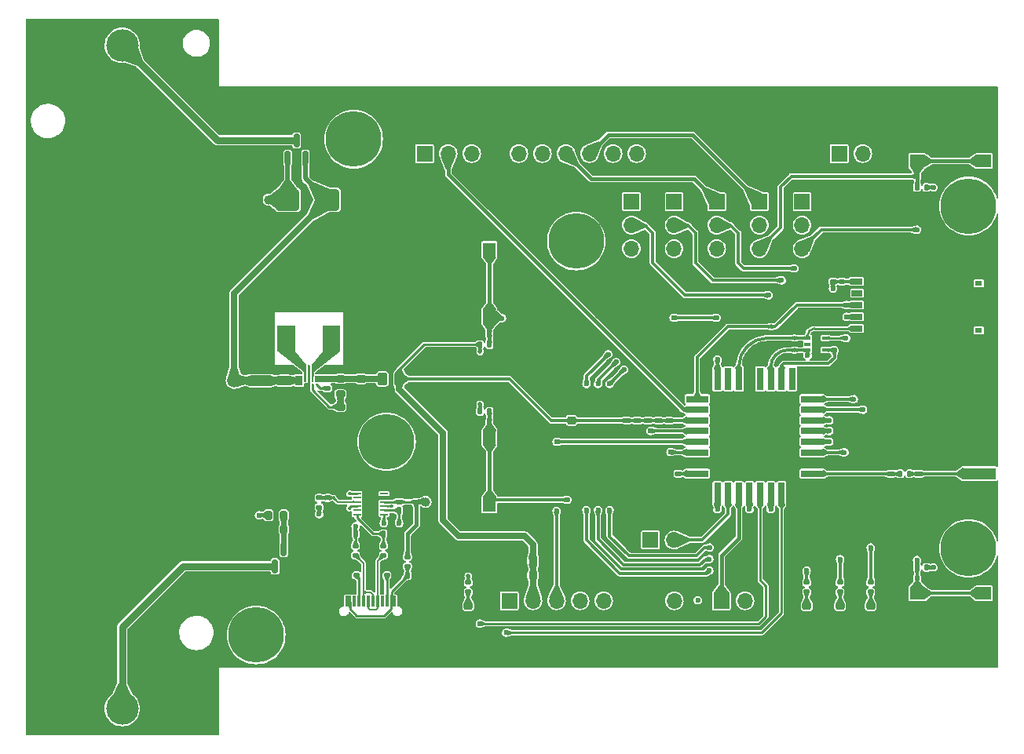
<source format=gtl>
G04 #@! TF.GenerationSoftware,KiCad,Pcbnew,7.0.8*
G04 #@! TF.CreationDate,2024-03-21T14:37:43-03:00*
G04 #@! TF.ProjectId,Demo PPI NB V2,44656d6f-2050-4504-9920-4e422056322e,rev?*
G04 #@! TF.SameCoordinates,PX25ab8e0PY6dc4960*
G04 #@! TF.FileFunction,Copper,L1,Top*
G04 #@! TF.FilePolarity,Positive*
%FSLAX46Y46*%
G04 Gerber Fmt 4.6, Leading zero omitted, Abs format (unit mm)*
G04 Created by KiCad (PCBNEW 7.0.8) date 2024-03-21 14:37:43*
%MOMM*%
%LPD*%
G01*
G04 APERTURE LIST*
G04 Aperture macros list*
%AMRoundRect*
0 Rectangle with rounded corners*
0 $1 Rounding radius*
0 $2 $3 $4 $5 $6 $7 $8 $9 X,Y pos of 4 corners*
0 Add a 4 corners polygon primitive as box body*
4,1,4,$2,$3,$4,$5,$6,$7,$8,$9,$2,$3,0*
0 Add four circle primitives for the rounded corners*
1,1,$1+$1,$2,$3*
1,1,$1+$1,$4,$5*
1,1,$1+$1,$6,$7*
1,1,$1+$1,$8,$9*
0 Add four rect primitives between the rounded corners*
20,1,$1+$1,$2,$3,$4,$5,0*
20,1,$1+$1,$4,$5,$6,$7,0*
20,1,$1+$1,$6,$7,$8,$9,0*
20,1,$1+$1,$8,$9,$2,$3,0*%
%AMFreePoly0*
4,1,6,1.250000,-1.250000,-1.250000,-1.250000,-1.250000,0.500000,-0.500000,1.250000,1.250000,1.250000,1.250000,-1.250000,1.250000,-1.250000,$1*%
G04 Aperture macros list end*
G04 #@! TA.AperFunction,ComponentPad*
%ADD10R,1.700000X1.700000*%
G04 #@! TD*
G04 #@! TA.AperFunction,ComponentPad*
%ADD11O,1.700000X1.700000*%
G04 #@! TD*
G04 #@! TA.AperFunction,SMDPad,CuDef*
%ADD12R,1.150000X0.650000*%
G04 #@! TD*
G04 #@! TA.AperFunction,SMDPad,CuDef*
%ADD13R,1.300000X0.450000*%
G04 #@! TD*
G04 #@! TA.AperFunction,SMDPad,CuDef*
%ADD14R,1.700000X1.400000*%
G04 #@! TD*
G04 #@! TA.AperFunction,SMDPad,CuDef*
%ADD15R,0.800000X0.540000*%
G04 #@! TD*
G04 #@! TA.AperFunction,SMDPad,CuDef*
%ADD16RoundRect,0.135000X-0.135000X-0.185000X0.135000X-0.185000X0.135000X0.185000X-0.135000X0.185000X0*%
G04 #@! TD*
G04 #@! TA.AperFunction,SMDPad,CuDef*
%ADD17RoundRect,0.135000X0.135000X0.185000X-0.135000X0.185000X-0.135000X-0.185000X0.135000X-0.185000X0*%
G04 #@! TD*
G04 #@! TA.AperFunction,SMDPad,CuDef*
%ADD18RoundRect,0.250000X1.000000X0.900000X-1.000000X0.900000X-1.000000X-0.900000X1.000000X-0.900000X0*%
G04 #@! TD*
G04 #@! TA.AperFunction,SMDPad,CuDef*
%ADD19RoundRect,0.225000X0.250000X-0.225000X0.250000X0.225000X-0.250000X0.225000X-0.250000X-0.225000X0*%
G04 #@! TD*
G04 #@! TA.AperFunction,SMDPad,CuDef*
%ADD20RoundRect,0.225000X0.225000X0.250000X-0.225000X0.250000X-0.225000X-0.250000X0.225000X-0.250000X0*%
G04 #@! TD*
G04 #@! TA.AperFunction,SMDPad,CuDef*
%ADD21RoundRect,0.140000X0.140000X0.170000X-0.140000X0.170000X-0.140000X-0.170000X0.140000X-0.170000X0*%
G04 #@! TD*
G04 #@! TA.AperFunction,SMDPad,CuDef*
%ADD22RoundRect,0.100000X0.100000X-0.130000X0.100000X0.130000X-0.100000X0.130000X-0.100000X-0.130000X0*%
G04 #@! TD*
G04 #@! TA.AperFunction,SMDPad,CuDef*
%ADD23RoundRect,0.135000X-0.185000X0.135000X-0.185000X-0.135000X0.185000X-0.135000X0.185000X0.135000X0*%
G04 #@! TD*
G04 #@! TA.AperFunction,SMDPad,CuDef*
%ADD24RoundRect,0.140000X-0.170000X0.140000X-0.170000X-0.140000X0.170000X-0.140000X0.170000X0.140000X0*%
G04 #@! TD*
G04 #@! TA.AperFunction,SMDPad,CuDef*
%ADD25R,1.600000X1.400000*%
G04 #@! TD*
G04 #@! TA.AperFunction,SMDPad,CuDef*
%ADD26RoundRect,0.135000X0.185000X-0.135000X0.185000X0.135000X-0.185000X0.135000X-0.185000X-0.135000X0*%
G04 #@! TD*
G04 #@! TA.AperFunction,SMDPad,CuDef*
%ADD27RoundRect,0.140000X0.170000X-0.140000X0.170000X0.140000X-0.170000X0.140000X-0.170000X-0.140000X0*%
G04 #@! TD*
G04 #@! TA.AperFunction,SMDPad,CuDef*
%ADD28R,3.600000X1.270000*%
G04 #@! TD*
G04 #@! TA.AperFunction,SMDPad,CuDef*
%ADD29R,4.200000X1.750000*%
G04 #@! TD*
G04 #@! TA.AperFunction,SMDPad,CuDef*
%ADD30RoundRect,0.218750X0.256250X-0.218750X0.256250X0.218750X-0.256250X0.218750X-0.256250X-0.218750X0*%
G04 #@! TD*
G04 #@! TA.AperFunction,SMDPad,CuDef*
%ADD31R,1.400000X1.600000*%
G04 #@! TD*
G04 #@! TA.AperFunction,SMDPad,CuDef*
%ADD32RoundRect,0.250000X-0.262500X-0.450000X0.262500X-0.450000X0.262500X0.450000X-0.262500X0.450000X0*%
G04 #@! TD*
G04 #@! TA.AperFunction,ComponentPad*
%ADD33C,3.500000*%
G04 #@! TD*
G04 #@! TA.AperFunction,SMDPad,CuDef*
%ADD34RoundRect,0.250000X-0.475000X0.250000X-0.475000X-0.250000X0.475000X-0.250000X0.475000X0.250000X0*%
G04 #@! TD*
G04 #@! TA.AperFunction,SMDPad,CuDef*
%ADD35R,2.400000X0.750000*%
G04 #@! TD*
G04 #@! TA.AperFunction,SMDPad,CuDef*
%ADD36R,0.750000X2.400000*%
G04 #@! TD*
G04 #@! TA.AperFunction,SMDPad,CuDef*
%ADD37FreePoly0,180.000000*%
G04 #@! TD*
G04 #@! TA.AperFunction,SMDPad,CuDef*
%ADD38R,2.500000X2.500000*%
G04 #@! TD*
G04 #@! TA.AperFunction,SMDPad,CuDef*
%ADD39RoundRect,0.200000X-0.200000X-0.275000X0.200000X-0.275000X0.200000X0.275000X-0.200000X0.275000X0*%
G04 #@! TD*
G04 #@! TA.AperFunction,SMDPad,CuDef*
%ADD40RoundRect,0.150000X0.150000X-0.587500X0.150000X0.587500X-0.150000X0.587500X-0.150000X-0.587500X0*%
G04 #@! TD*
G04 #@! TA.AperFunction,SMDPad,CuDef*
%ADD41RoundRect,0.200000X0.275000X-0.200000X0.275000X0.200000X-0.275000X0.200000X-0.275000X-0.200000X0*%
G04 #@! TD*
G04 #@! TA.AperFunction,SMDPad,CuDef*
%ADD42RoundRect,0.140000X-0.140000X-0.170000X0.140000X-0.170000X0.140000X0.170000X-0.140000X0.170000X0*%
G04 #@! TD*
G04 #@! TA.AperFunction,SMDPad,CuDef*
%ADD43RoundRect,0.200000X0.200000X0.275000X-0.200000X0.275000X-0.200000X-0.275000X0.200000X-0.275000X0*%
G04 #@! TD*
G04 #@! TA.AperFunction,SMDPad,CuDef*
%ADD44R,0.850000X0.250000*%
G04 #@! TD*
G04 #@! TA.AperFunction,SMDPad,CuDef*
%ADD45R,1.650000X2.550000*%
G04 #@! TD*
G04 #@! TA.AperFunction,SMDPad,CuDef*
%ADD46R,0.650000X0.400000*%
G04 #@! TD*
G04 #@! TA.AperFunction,SMDPad,CuDef*
%ADD47R,1.903000X2.790000*%
G04 #@! TD*
G04 #@! TA.AperFunction,SMDPad,CuDef*
%ADD48RoundRect,0.150000X-0.150000X0.587500X-0.150000X-0.587500X0.150000X-0.587500X0.150000X0.587500X0*%
G04 #@! TD*
G04 #@! TA.AperFunction,SMDPad,CuDef*
%ADD49RoundRect,0.250000X-1.075000X0.312500X-1.075000X-0.312500X1.075000X-0.312500X1.075000X0.312500X0*%
G04 #@! TD*
G04 #@! TA.AperFunction,SMDPad,CuDef*
%ADD50RoundRect,0.225000X-0.250000X0.225000X-0.250000X-0.225000X0.250000X-0.225000X0.250000X0.225000X0*%
G04 #@! TD*
G04 #@! TA.AperFunction,SMDPad,CuDef*
%ADD51R,0.300000X1.150000*%
G04 #@! TD*
G04 #@! TA.AperFunction,SMDPad,CuDef*
%ADD52R,2.180000X2.000000*%
G04 #@! TD*
G04 #@! TA.AperFunction,SMDPad,CuDef*
%ADD53C,0.230000*%
G04 #@! TD*
G04 #@! TA.AperFunction,ViaPad*
%ADD54C,6.000000*%
G04 #@! TD*
G04 #@! TA.AperFunction,ViaPad*
%ADD55C,0.500000*%
G04 #@! TD*
G04 #@! TA.AperFunction,ViaPad*
%ADD56C,0.350000*%
G04 #@! TD*
G04 #@! TA.AperFunction,ViaPad*
%ADD57C,0.600000*%
G04 #@! TD*
G04 #@! TA.AperFunction,ViaPad*
%ADD58C,1.000000*%
G04 #@! TD*
G04 #@! TA.AperFunction,ViaPad*
%ADD59C,1.500000*%
G04 #@! TD*
G04 #@! TA.AperFunction,Conductor*
%ADD60C,0.200000*%
G04 #@! TD*
G04 #@! TA.AperFunction,Conductor*
%ADD61C,0.330000*%
G04 #@! TD*
G04 #@! TA.AperFunction,Conductor*
%ADD62C,0.225000*%
G04 #@! TD*
G04 #@! TA.AperFunction,Conductor*
%ADD63C,0.350000*%
G04 #@! TD*
G04 #@! TA.AperFunction,Conductor*
%ADD64C,0.400000*%
G04 #@! TD*
G04 #@! TA.AperFunction,Conductor*
%ADD65C,0.250000*%
G04 #@! TD*
G04 #@! TA.AperFunction,Conductor*
%ADD66C,0.800000*%
G04 #@! TD*
G04 #@! TA.AperFunction,Conductor*
%ADD67C,0.700000*%
G04 #@! TD*
G04 #@! TA.AperFunction,Conductor*
%ADD68C,0.300000*%
G04 #@! TD*
G04 #@! TA.AperFunction,Conductor*
%ADD69C,0.500000*%
G04 #@! TD*
G04 #@! TA.AperFunction,Conductor*
%ADD70C,0.450000*%
G04 #@! TD*
G04 #@! TA.AperFunction,Conductor*
%ADD71C,0.600000*%
G04 #@! TD*
G04 APERTURE END LIST*
D10*
X43100000Y62800000D03*
D11*
X45640000Y62800000D03*
X48180000Y62800000D03*
X50720000Y62800000D03*
X53260000Y62800000D03*
X55800000Y62800000D03*
X58340000Y62800000D03*
X60880000Y62800000D03*
X63420000Y62800000D03*
X65960000Y62800000D03*
D12*
X89700000Y49000000D03*
X89700000Y46460000D03*
X89700000Y43920000D03*
X89700000Y50270000D03*
X89700000Y47730000D03*
X89700000Y45190000D03*
D13*
X93870000Y52515000D03*
X91870000Y52515000D03*
D14*
X103430000Y52350000D03*
X103430000Y40140000D03*
D13*
X93870000Y39975000D03*
X91870000Y39975000D03*
D15*
X102850000Y48785000D03*
X102850000Y43705000D03*
D16*
X34640000Y21785000D03*
X35660000Y21785000D03*
D17*
X50100000Y42200000D03*
X49080000Y42200000D03*
X50100000Y35000000D03*
X49080000Y35000000D03*
D18*
X32650000Y57823000D03*
X28350000Y57823000D03*
D10*
X52244000Y14540000D03*
D11*
X54784000Y14540000D03*
X57324000Y14540000D03*
X59864000Y14540000D03*
X62404000Y14540000D03*
X64944000Y14540000D03*
X67484000Y14540000D03*
X70024000Y14540000D03*
D19*
X58950000Y34015000D03*
X58950000Y35565000D03*
D10*
X70000000Y57625000D03*
D11*
X70000000Y55085000D03*
X70000000Y52545000D03*
D20*
X54775000Y17300000D03*
X53225000Y17300000D03*
D21*
X50100000Y43400000D03*
X49140000Y43400000D03*
D20*
X54775000Y18800000D03*
X53225000Y18800000D03*
D22*
X80450000Y44130000D03*
X80450000Y44770000D03*
D23*
X70410000Y28260000D03*
X70410000Y27240000D03*
D17*
X95395000Y28265000D03*
X94375000Y28265000D03*
D24*
X32660000Y25660000D03*
X32660000Y24700000D03*
D22*
X83000000Y42900000D03*
X83000000Y43540000D03*
D25*
X96200000Y15350000D03*
X103400000Y15350000D03*
X96200000Y12350000D03*
X103400000Y12350000D03*
D26*
X84300000Y15497500D03*
X84300000Y16517500D03*
D27*
X42210000Y25215000D03*
X42210000Y26175000D03*
X67180000Y34015000D03*
X67180000Y34975000D03*
X66030000Y34015000D03*
X66030000Y34975000D03*
X87130000Y49000000D03*
X87130000Y49960000D03*
X96395000Y28265000D03*
X96395000Y29225000D03*
X40390000Y25215000D03*
X40390000Y26175000D03*
D16*
X96200000Y18150000D03*
X97220000Y18150000D03*
D28*
X102900000Y28265000D03*
D29*
X102700000Y25440000D03*
X102700000Y31090000D03*
D22*
X83000000Y40960000D03*
X83000000Y41600000D03*
D16*
X27330000Y60744000D03*
X28350000Y60744000D03*
D10*
X83800000Y57625000D03*
D11*
X83800000Y55085000D03*
X83800000Y52545000D03*
D10*
X75104000Y14540000D03*
D11*
X77644000Y14540000D03*
D30*
X91200000Y12420000D03*
X91200000Y13995000D03*
D31*
X50100000Y52400000D03*
X50100000Y45200000D03*
X47100000Y52400000D03*
X47100000Y45200000D03*
D26*
X87900000Y15497500D03*
X87900000Y16517500D03*
D32*
X38542000Y38500000D03*
X40367000Y38500000D03*
D33*
X10500000Y74490000D03*
X10500000Y2910000D03*
D30*
X87900000Y12420000D03*
X87900000Y13995000D03*
D34*
X27990000Y38300000D03*
X27990000Y36400000D03*
D23*
X31729000Y25660000D03*
X31729000Y24640000D03*
D27*
X69480000Y34015000D03*
X69480000Y34975000D03*
D26*
X91200000Y15497500D03*
X91200000Y16517500D03*
D35*
X84900000Y28265000D03*
X84900000Y29415000D03*
X84900000Y30565000D03*
X84900000Y31715000D03*
X84900000Y32865000D03*
X84900000Y34015000D03*
X84900000Y35165000D03*
X84900000Y36315000D03*
D36*
X82725000Y38490000D03*
X81575000Y38490000D03*
X80425000Y38490000D03*
X79275000Y38490000D03*
X78125000Y38490000D03*
X76975000Y38490000D03*
X75825000Y38490000D03*
X74675000Y38490000D03*
D35*
X72500000Y36315000D03*
X72500000Y35165000D03*
X72500000Y34015000D03*
X72500000Y32865000D03*
X72500000Y31715000D03*
X72500000Y30565000D03*
X72500000Y29415000D03*
X72500000Y28265000D03*
D36*
X74675000Y26090000D03*
X75825000Y26090000D03*
X76975000Y26090000D03*
X78125000Y26090000D03*
X79275000Y26090000D03*
X80425000Y26090000D03*
X81575000Y26090000D03*
X82725000Y26090000D03*
D37*
X81700000Y29290000D03*
D38*
X81700000Y32290000D03*
X81700000Y35290000D03*
X78700000Y29290000D03*
X78700000Y32290000D03*
X78700000Y35290000D03*
X75700000Y29290000D03*
X75700000Y32290000D03*
X75700000Y35290000D03*
D39*
X26275000Y23772000D03*
X27925000Y23772000D03*
D26*
X47800000Y15497500D03*
X47800000Y16517500D03*
D17*
X42280000Y17265000D03*
X41260000Y17265000D03*
D30*
X84300000Y12420000D03*
X84300000Y13995000D03*
D10*
X67450000Y21100000D03*
D11*
X69990000Y21100000D03*
D10*
X79200000Y57625000D03*
D11*
X79200000Y55085000D03*
X79200000Y52545000D03*
D40*
X28350000Y62346500D03*
X30250000Y62346500D03*
X29300000Y64221500D03*
D30*
X47800000Y12420000D03*
X47800000Y13995000D03*
D41*
X34037500Y33825000D03*
X34037500Y35475000D03*
D31*
X50100000Y32140000D03*
X50100000Y24940000D03*
X47100000Y32140000D03*
X47100000Y24940000D03*
D42*
X96200000Y60350000D03*
X97160000Y60350000D03*
D43*
X27925000Y22248000D03*
X26275000Y22248000D03*
D42*
X96200000Y16950000D03*
X97160000Y16950000D03*
D10*
X74600000Y57625000D03*
D11*
X74600000Y55085000D03*
X74600000Y52545000D03*
D44*
X38710000Y23860000D03*
X38710000Y24310000D03*
X38710000Y24760000D03*
X38710000Y25210000D03*
X38710000Y25660000D03*
X38710000Y26110000D03*
X35810000Y26110000D03*
X35810000Y25660000D03*
X35810000Y25210000D03*
X35810000Y24760000D03*
X35810000Y24310000D03*
X35810000Y23860000D03*
D45*
X37260000Y24985000D03*
D23*
X38660000Y20485000D03*
X38660000Y19465000D03*
D46*
X86300000Y41600000D03*
X86300000Y42250000D03*
X86300000Y42900000D03*
X84400000Y42900000D03*
X84400000Y42250000D03*
X84400000Y41600000D03*
D21*
X50100000Y33800000D03*
X49140000Y33800000D03*
D47*
X28200000Y42849000D03*
X33053000Y42849000D03*
D25*
X103400000Y62000000D03*
X96200000Y62000000D03*
X103400000Y65000000D03*
X96200000Y65000000D03*
D48*
X27925000Y20137500D03*
X26025000Y20137500D03*
X26975000Y18262500D03*
D27*
X88100000Y49000000D03*
X88100000Y49960000D03*
D49*
X25390000Y38300000D03*
X25390000Y35375000D03*
D26*
X35660000Y19465000D03*
X35660000Y20485000D03*
D27*
X93395000Y28265000D03*
X93395000Y29225000D03*
D26*
X35760000Y17295000D03*
X35760000Y18315000D03*
D41*
X34037500Y36850000D03*
X34037500Y38500000D03*
D26*
X32626500Y37480000D03*
X32626500Y38500000D03*
D50*
X36250000Y38500000D03*
X36250000Y36950000D03*
D16*
X96200000Y59150000D03*
X97220000Y59150000D03*
D51*
X33940000Y14505000D03*
X34740000Y14505000D03*
X36040000Y14505000D03*
X37040000Y14505000D03*
X37540000Y14505000D03*
X38540000Y14505000D03*
X39840000Y14505000D03*
X40640000Y14505000D03*
X40340000Y14505000D03*
X39540000Y14505000D03*
X39040000Y14505000D03*
X38040000Y14505000D03*
X36540000Y14505000D03*
X35540000Y14505000D03*
X35040000Y14505000D03*
X34240000Y14505000D03*
D52*
X32180000Y10000000D03*
X42400000Y10000000D03*
X32180000Y13930000D03*
X42400000Y13930000D03*
D10*
X65400000Y57625000D03*
D11*
X65400000Y55085000D03*
X65400000Y52545000D03*
D23*
X41260000Y19285000D03*
X41260000Y18265000D03*
D26*
X39040000Y17295000D03*
X39040000Y18315000D03*
D17*
X39680000Y21785000D03*
X38660000Y21785000D03*
D42*
X40360000Y24305000D03*
X41320000Y24305000D03*
D10*
X87804000Y62800000D03*
D11*
X90344000Y62800000D03*
D53*
X29826500Y37900000D03*
X29826500Y38300000D03*
X29826500Y38700000D03*
X30226500Y37900000D03*
X30226500Y38300000D03*
X30226500Y38700000D03*
X30626500Y37900000D03*
X30626500Y38300000D03*
X30626500Y38700000D03*
X31026500Y37900000D03*
X31026500Y38300000D03*
X31026500Y38700000D03*
X31426500Y37900000D03*
X31426500Y38300000D03*
X31426500Y38700000D03*
D27*
X68330000Y34015000D03*
X68330000Y34975000D03*
X64880000Y34015000D03*
X64880000Y34975000D03*
D54*
X59450000Y53350000D03*
X101750000Y20200000D03*
X101750000Y57150000D03*
X39000000Y31700000D03*
X35450000Y64350000D03*
X24950000Y10850000D03*
D55*
X94550000Y39300000D03*
X103450000Y53500000D03*
X61436136Y58890026D03*
X43000000Y17250000D03*
X75300000Y45900000D03*
X91850000Y53250000D03*
X39750000Y35350000D03*
X85350000Y57550000D03*
X86600000Y29500000D03*
X82400000Y49400000D03*
X74750000Y36250000D03*
X83850000Y50450000D03*
X90650000Y27650000D03*
D56*
X30400000Y37100000D03*
D55*
X77550000Y18450000D03*
X101850000Y65050000D03*
X68850000Y23250000D03*
X42400000Y21450000D03*
X81650000Y63000000D03*
X97900000Y16950000D03*
X39600000Y23500000D03*
X70609782Y45899291D03*
X86650000Y27650000D03*
X30650000Y10000000D03*
X34050000Y32900000D03*
X34450000Y26450000D03*
X100225000Y28900000D03*
X40390377Y26897565D03*
X86350000Y48200000D03*
X58100000Y24250000D03*
X91200000Y11450000D03*
X87400000Y32250000D03*
X88800000Y29900000D03*
X95400000Y19100000D03*
X25000000Y20150000D03*
X43950000Y10750000D03*
X88100000Y50750000D03*
X35050000Y30650000D03*
X34150000Y15500000D03*
X41700000Y60250000D03*
X84300000Y11450000D03*
X43650000Y23300000D03*
X102000000Y12350000D03*
X47100000Y50800000D03*
X81650000Y29350000D03*
X94800000Y29200000D03*
X82300000Y43550000D03*
X92675000Y27500000D03*
X40400000Y21800000D03*
X93650000Y27500000D03*
X47100000Y46750000D03*
X88000000Y42250000D03*
X80650000Y16700000D03*
X103450000Y39000000D03*
X82800000Y16700000D03*
X87750000Y28900000D03*
X80700000Y13300000D03*
X76100000Y57550000D03*
X97250000Y27600000D03*
X39500000Y64150000D03*
X35000000Y18300000D03*
X62250000Y41800000D03*
X89675000Y27650000D03*
X74500000Y20900000D03*
X78350000Y23600000D03*
X73250000Y15200000D03*
X74500000Y17200000D03*
X67350000Y35850000D03*
X88650000Y19350000D03*
X66600000Y32900000D03*
X52250000Y19600000D03*
X58900000Y32800000D03*
X88600000Y47250000D03*
X71650000Y57550000D03*
X31700000Y64100000D03*
X36250000Y35950000D03*
X85050000Y17850000D03*
X89650000Y28900000D03*
X80800000Y33200000D03*
X87150000Y50700000D03*
X97900000Y60350000D03*
X99425000Y27650000D03*
X69450000Y35750000D03*
X78100000Y43350000D03*
X93800000Y53200000D03*
X87700000Y45550000D03*
X25400000Y34300000D03*
X83600000Y40900000D03*
X61450000Y56600000D03*
X97095000Y29855000D03*
X52250000Y17850000D03*
X87900000Y11450000D03*
X80450000Y23600000D03*
X67850000Y63850000D03*
X89100000Y64950000D03*
X92650000Y29200000D03*
X99550000Y23400000D03*
X87775000Y27650000D03*
X30650000Y14300000D03*
X80300000Y48400000D03*
X95550000Y29200000D03*
X91900000Y20700000D03*
X56250000Y17850000D03*
X69650000Y27250000D03*
X60050000Y17300000D03*
X78100000Y48400000D03*
X51050000Y10950000D03*
X75900000Y50050000D03*
X64850000Y35750000D03*
X90625000Y28900000D03*
X23750000Y39500000D03*
X98750000Y18150000D03*
X73800000Y24850000D03*
X76550000Y28450000D03*
X48400000Y41400000D03*
X21750000Y8500000D03*
X67750000Y57550000D03*
X80900000Y42150000D03*
X47800000Y11400000D03*
X37350000Y16150000D03*
X95550000Y27500000D03*
X98600000Y28900000D03*
X69150000Y50750000D03*
X68350000Y35750000D03*
X39800000Y18300000D03*
X86625000Y28900000D03*
X47850000Y17900000D03*
X91150000Y39300000D03*
X70850000Y66100000D03*
X82600000Y36200000D03*
X94150000Y29200000D03*
X61200000Y23500000D03*
X25350000Y22250000D03*
X47100000Y26600000D03*
X97900000Y65000000D03*
X24800000Y14750000D03*
X56550000Y31750000D03*
X91625000Y28900000D03*
X62400000Y23500000D03*
X90200000Y36050000D03*
X59900000Y35600000D03*
X33400000Y24700000D03*
X80950000Y45500000D03*
X77550000Y19700000D03*
X96950000Y55000000D03*
X80400000Y51450000D03*
X63850000Y24350000D03*
X80650000Y57550000D03*
X62200000Y18150000D03*
X88675000Y27650000D03*
X44100000Y25950000D03*
X93425000Y29975000D03*
X73329923Y48489392D03*
X53100000Y33900000D03*
X100225000Y27650000D03*
X82700000Y24450000D03*
X90900000Y50500000D03*
X68800000Y30600000D03*
X44400000Y60250000D03*
X56550000Y51300000D03*
X89200000Y58350000D03*
X89100000Y37150000D03*
X77850000Y17050000D03*
X48400000Y35800000D03*
X42250000Y26900000D03*
X94650000Y27500000D03*
X25600000Y24900000D03*
X65250000Y39000000D03*
X28000000Y35350000D03*
X97750000Y12350000D03*
X99425000Y28900000D03*
X40500000Y15500000D03*
X49150000Y12950000D03*
X88650000Y28900000D03*
X77600000Y61950000D03*
X37250000Y27050000D03*
X87400000Y33400000D03*
X78100000Y49800000D03*
X63900000Y50750000D03*
X91200000Y35000000D03*
X58600000Y26400000D03*
X51950000Y45700000D03*
X53300000Y39750000D03*
X26550000Y60750000D03*
X78100000Y45900000D03*
X48350000Y33800000D03*
X34550000Y24000000D03*
X91650000Y27650000D03*
X34650000Y21000000D03*
X48400000Y43400000D03*
X98600000Y27650000D03*
X62100000Y61000000D03*
X30950000Y23800000D03*
X47150000Y30500000D03*
X85200000Y40800000D03*
X97245000Y28900000D03*
X92850000Y44550000D03*
X43950000Y13900000D03*
X71250000Y49650000D03*
X74500000Y18450000D03*
X104250000Y60250000D03*
X78100000Y40850000D03*
X59800000Y24350000D03*
X82250000Y40900000D03*
X66400000Y44400000D03*
X74500000Y19700000D03*
D57*
X86730000Y31715000D03*
X58500000Y25450000D03*
X25250000Y23772000D03*
D55*
X49080000Y35750000D03*
D57*
X72550000Y14600000D03*
X97970000Y18150000D03*
D55*
X47800000Y17220000D03*
D57*
X97970000Y59150000D03*
D55*
X49080000Y41450000D03*
D57*
X35660000Y22586000D03*
X38710000Y22906000D03*
X31729000Y23886000D03*
X40360000Y22906000D03*
D56*
X33299000Y25660000D03*
X39569000Y24760000D03*
D57*
X88540000Y42900000D03*
X88590000Y46460000D03*
X57324000Y31715000D03*
X57324000Y24264000D03*
X51450000Y45040000D03*
X88590000Y45190000D03*
X84400000Y41000000D03*
D58*
X43199000Y25215000D03*
X26300000Y57823000D03*
D57*
X96200000Y18950000D03*
X96200000Y54600000D03*
D59*
X22560000Y38300000D03*
D57*
X69600000Y30600000D03*
X89380000Y36315000D03*
X90380000Y35165000D03*
X67450000Y32865000D03*
X78125000Y24420000D03*
X74675000Y24420000D03*
X80200000Y47520000D03*
X86730000Y32865000D03*
X73800000Y17800000D03*
X84300000Y17800000D03*
X60550000Y24350000D03*
X60550000Y37950000D03*
X62900000Y41150000D03*
X81600000Y49120000D03*
X86730000Y34015000D03*
X87900000Y19050000D03*
X63742893Y40307107D03*
X61800000Y37950000D03*
X73800000Y19050000D03*
X61800000Y24350000D03*
X83000000Y50420000D03*
X88380000Y30565000D03*
X73850000Y20300000D03*
X91200000Y20300000D03*
X63050000Y24350000D03*
X63050000Y37950000D03*
X64600000Y39500000D03*
X69950000Y45100000D03*
X74600000Y45100000D03*
X74675000Y40600000D03*
X80425000Y24420000D03*
X87130000Y48240000D03*
X87280000Y41600000D03*
D56*
X34959000Y24535000D03*
D57*
X49050000Y12100000D03*
X51900000Y11100000D03*
D56*
X34959000Y26110000D03*
D60*
X33749000Y25210000D02*
X33299000Y25660000D01*
X35810000Y25210000D02*
X33749000Y25210000D01*
D61*
X95395000Y28265000D02*
X96395000Y28265000D01*
X96395000Y28265000D02*
X103100000Y28265000D01*
D62*
X30626500Y37900000D02*
X30226500Y37900000D01*
X30626500Y37900000D02*
X30626500Y37200000D01*
X30626500Y37900000D02*
X30626500Y38700000D01*
X30626500Y39400000D02*
X30626500Y38700000D01*
D63*
X58500000Y25450000D02*
X50610000Y25450000D01*
D64*
X50100000Y24940000D02*
X50100000Y32140000D01*
X50100000Y32140000D02*
X50100000Y33800000D01*
D63*
X86730000Y31715000D02*
X84900000Y31715000D01*
X50610000Y25450000D02*
X50100000Y24940000D01*
D64*
X50100000Y33800000D02*
X50100000Y35000000D01*
D65*
X26275000Y23772000D02*
X25250000Y23772000D01*
D66*
X29100000Y64250000D02*
X20740000Y64250000D01*
X20740000Y64250000D02*
X10500000Y74490000D01*
X17012500Y18262500D02*
X10500000Y11750000D01*
X26800000Y18262500D02*
X17012500Y18262500D01*
X10500000Y11750000D02*
X10500000Y2910000D01*
D65*
X43040000Y42200000D02*
X40367000Y39527000D01*
X49080000Y35000000D02*
X49080000Y35750000D01*
X97970000Y59150000D02*
X97220000Y59150000D01*
D63*
X68330000Y34015000D02*
X69480000Y34015000D01*
X52230000Y38500000D02*
X56715000Y34015000D01*
X69480000Y34015000D02*
X72500000Y34015000D01*
D65*
X49080000Y42200000D02*
X43040000Y42200000D01*
X47800000Y17220000D02*
X47800000Y16517500D01*
D67*
X53860000Y21550000D02*
X54775000Y20635000D01*
X45090000Y32650000D02*
X45090000Y23240000D01*
D65*
X40367000Y39527000D02*
X40367000Y38500000D01*
D67*
X54775000Y20635000D02*
X54775000Y18800000D01*
D63*
X67180000Y34015000D02*
X68330000Y34015000D01*
X66030000Y34015000D02*
X67180000Y34015000D01*
D65*
X49080000Y41450000D02*
X49080000Y42200000D01*
X54784000Y18791000D02*
X54775000Y18800000D01*
D63*
X40367000Y38500000D02*
X49080000Y38500000D01*
X64880000Y34015000D02*
X66030000Y34015000D01*
D67*
X45090000Y23240000D02*
X46780000Y21550000D01*
D63*
X56715000Y34015000D02*
X61380000Y34015000D01*
D67*
X46780000Y21550000D02*
X53860000Y21550000D01*
X40367000Y38500000D02*
X40367000Y37373000D01*
X54784000Y14540000D02*
X54784000Y18791000D01*
X40367000Y37373000D02*
X45090000Y32650000D01*
D63*
X64880000Y34015000D02*
X61380000Y34015000D01*
X49080000Y38500000D02*
X52230000Y38500000D01*
D65*
X97970000Y18150000D02*
X97220000Y18150000D01*
X35065000Y13690000D02*
X35799000Y12956000D01*
X35040000Y14505000D02*
X35065000Y14480000D01*
X39540000Y15545000D02*
X39540000Y14505000D01*
X35799000Y12956000D02*
X38757526Y12956000D01*
X41260000Y17265000D02*
X39540000Y15545000D01*
X41260000Y17265000D02*
X41260000Y18265000D01*
X39515000Y14412000D02*
X39539000Y14436000D01*
X38757526Y12956000D02*
X39515000Y13713474D01*
X35065000Y14480000D02*
X35065000Y13690000D01*
X39515000Y13713474D02*
X39515000Y14412000D01*
X35660000Y22586000D02*
X35660000Y21785000D01*
X38710000Y22906000D02*
X38710000Y23860000D01*
X35660000Y20485000D02*
X35660000Y21785000D01*
X38710000Y24310000D02*
X40355000Y24310000D01*
X40355000Y24310000D02*
X40360000Y24305000D01*
X40360000Y22906000D02*
X40360000Y24305000D01*
X31729000Y23886000D02*
X31729000Y24640000D01*
X35810000Y23535000D02*
X37560000Y21785000D01*
X35810000Y23860000D02*
X35810000Y23535000D01*
X38660000Y20485000D02*
X38660000Y21785000D01*
X37560000Y21785000D02*
X38660000Y21785000D01*
D60*
X32660000Y25660000D02*
X31729000Y25660000D01*
X33299000Y25660000D02*
X32660000Y25660000D01*
X39569000Y24760000D02*
X38710000Y24760000D01*
D68*
X83220000Y46460000D02*
X88590000Y46460000D01*
D65*
X88540000Y42900000D02*
X86300000Y42900000D01*
D68*
X72500000Y36315000D02*
X72500000Y40860000D01*
X80890000Y44130000D02*
X83220000Y46460000D01*
X80450000Y44130000D02*
X80890000Y44130000D01*
X75770000Y44130000D02*
X80450000Y44130000D01*
X88590000Y46460000D02*
X89700000Y46460000D01*
X72500000Y40860000D02*
X75770000Y44130000D01*
D63*
X81500000Y54845000D02*
X81500000Y59220000D01*
X79200000Y52545000D02*
X81500000Y54845000D01*
X82630000Y60350000D02*
X96200000Y60350000D01*
D64*
X96200000Y62000000D02*
X96200000Y59150000D01*
D63*
X81500000Y59220000D02*
X82630000Y60350000D01*
D64*
X103400000Y62000000D02*
X96200000Y62000000D01*
X50100000Y52400000D02*
X50100000Y45200000D01*
D63*
X50250000Y45050000D02*
X50100000Y45200000D01*
X51450000Y45040000D02*
X51440000Y45050000D01*
X57315000Y31715000D02*
X72500000Y31715000D01*
D64*
X50100000Y43400000D02*
X50100000Y42200000D01*
D63*
X57300000Y31700000D02*
X57315000Y31715000D01*
X57324000Y14540000D02*
X57324000Y24264000D01*
X51440000Y45050000D02*
X50250000Y45050000D01*
D64*
X50100000Y45200000D02*
X50100000Y43400000D01*
D65*
X84400000Y42900000D02*
X84400000Y43210907D01*
D68*
X76975000Y38490000D02*
X76975000Y39809062D01*
X84400000Y42900000D02*
X83000000Y42900000D01*
D65*
X89700000Y43920000D02*
X85109093Y43920000D01*
D68*
X80065938Y42900000D02*
X83000000Y42900000D01*
D65*
X85109093Y43920000D02*
G75*
G03*
X84400000Y43210907I7J-709100D01*
G01*
D68*
X80065938Y42900000D02*
G75*
G03*
X76975000Y39809062I-38J-3090900D01*
G01*
X84400000Y41600000D02*
X83000000Y41600000D01*
X84400000Y41000000D02*
X84400000Y41600000D01*
X83000000Y41600000D02*
X82225830Y41600000D01*
X80425000Y38490000D02*
X80425000Y39799170D01*
X89700000Y45190000D02*
X88530000Y45190000D01*
X82225830Y41600000D02*
G75*
G03*
X80425000Y39799170I-30J-1800800D01*
G01*
D69*
X28350000Y60744000D02*
X28350000Y62346500D01*
D65*
X40385000Y25210000D02*
X40390000Y25215000D01*
D70*
X42210000Y22717000D02*
X41260000Y21767000D01*
D65*
X38710000Y25210000D02*
X40385000Y25210000D01*
D69*
X28350000Y57823000D02*
X28350000Y60744000D01*
D70*
X43199000Y25215000D02*
X42210000Y25215000D01*
D65*
X40390000Y25215000D02*
X42210000Y25215000D01*
D67*
X28350000Y57823000D02*
X26300000Y57823000D01*
D70*
X42210000Y25215000D02*
X42210000Y22717000D01*
X41260000Y21767000D02*
X41260000Y19285000D01*
D63*
X83800000Y52545000D02*
X85855000Y54600000D01*
X103400000Y15350000D02*
X96200000Y15350000D01*
X96200000Y18150000D02*
X96200000Y18950000D01*
X96200000Y15350000D02*
X96200000Y18150000D01*
X85855000Y54600000D02*
X96200000Y54600000D01*
D67*
X22560000Y38300000D02*
X22560000Y47733000D01*
X27990000Y38300000D02*
X29540000Y38300000D01*
D69*
X30250000Y60120000D02*
X30250000Y62346500D01*
X32547000Y57823000D02*
X30250000Y60120000D01*
D67*
X22560000Y38300000D02*
X25390000Y38300000D01*
D69*
X32650000Y57823000D02*
X32547000Y57823000D01*
D67*
X25390000Y38300000D02*
X27990000Y38300000D01*
X22560000Y47733000D02*
X32650000Y57823000D01*
D61*
X93395000Y28265000D02*
X84900000Y28265000D01*
X93395000Y28265000D02*
X94375000Y28265000D01*
D65*
X36040000Y17015000D02*
X35760000Y17295000D01*
X36040000Y14505000D02*
X36040000Y17015000D01*
D60*
X37040000Y14505000D02*
X37040000Y13765000D01*
X38040000Y14505000D02*
X38040000Y18845000D01*
X37889000Y13586000D02*
X38040000Y13737000D01*
X38040000Y14505000D02*
X38040000Y13737000D01*
X37040000Y13765000D02*
X37219000Y13586000D01*
X38040000Y18845000D02*
X38660000Y19465000D01*
X37219000Y13586000D02*
X37889000Y13586000D01*
X37540000Y14505000D02*
X37540000Y15165000D01*
X36540000Y18585000D02*
X35660000Y19465000D01*
X36540000Y15456000D02*
X36540000Y18585000D01*
X36549000Y15256000D02*
X36749000Y15456000D01*
X36749000Y15456000D02*
X36549000Y15656000D01*
X37540000Y15165000D02*
X37249000Y15456000D01*
X36540000Y14505000D02*
X36540000Y15456000D01*
X37249000Y15456000D02*
X36540000Y15456000D01*
D65*
X39040000Y14505000D02*
X39040000Y17295000D01*
D63*
X91200000Y13995000D02*
X91200000Y15497500D01*
X87900000Y13995000D02*
X87900000Y15497500D01*
X84300000Y13995000D02*
X84300000Y15497500D01*
D64*
X76975000Y26090000D02*
X76975000Y21325000D01*
X76975000Y21325000D02*
X75104000Y19454000D01*
X75104000Y19454000D02*
X75104000Y14540000D01*
D63*
X72500000Y30565000D02*
X69635000Y30565000D01*
X69635000Y30565000D02*
X69600000Y30600000D01*
X89380000Y36315000D02*
X84900000Y36315000D01*
X90380000Y35165000D02*
X84900000Y35165000D01*
X67450000Y32865000D02*
X72500000Y32865000D01*
X73000000Y21100000D02*
X69990000Y21100000D01*
X75825000Y23925000D02*
X73000000Y21100000D01*
X75825000Y26090000D02*
X75825000Y23925000D01*
X78125000Y24420000D02*
X78125000Y26090000D01*
D64*
X72500000Y35165000D02*
X71035000Y35165000D01*
X45640000Y60560000D02*
X45640000Y62800000D01*
X71035000Y35165000D02*
X45640000Y60560000D01*
X58340000Y62800000D02*
X61040000Y60100000D01*
X61040000Y60100000D02*
X72125000Y60100000D01*
X72125000Y60100000D02*
X74600000Y57625000D01*
X62910000Y64830000D02*
X71995000Y64830000D01*
X60880000Y62800000D02*
X62910000Y64830000D01*
X71995000Y64830000D02*
X79200000Y57625000D01*
D63*
X74675000Y24420000D02*
X74675000Y26090000D01*
X66865000Y55085000D02*
X65400000Y55085000D01*
X67700000Y54250000D02*
X66865000Y55085000D01*
X71180000Y47520000D02*
X67700000Y51000000D01*
X86730000Y32865000D02*
X84900000Y32865000D01*
X67700000Y51000000D02*
X67700000Y54250000D01*
X80200000Y47520000D02*
X71180000Y47520000D01*
X60550000Y38800000D02*
X60550000Y37950000D01*
X60550000Y24350000D02*
X60550000Y21100000D01*
X73500000Y17500000D02*
X73800000Y17800000D01*
X84300000Y16517500D02*
X84300000Y17800000D01*
X62900000Y41150000D02*
X60550000Y38800000D01*
X60550000Y21100000D02*
X64150000Y17500000D01*
X64150000Y17500000D02*
X73500000Y17500000D01*
X71465000Y55085000D02*
X70000000Y55085000D01*
X81600000Y49120000D02*
X74180000Y49120000D01*
X86730000Y34015000D02*
X84900000Y34015000D01*
X74180000Y49120000D02*
X72300000Y51000000D01*
X72300000Y54250000D02*
X71465000Y55085000D01*
X72300000Y51000000D02*
X72300000Y54250000D01*
X73800000Y19050000D02*
X73400000Y19050000D01*
X73400000Y19050000D02*
X72800000Y18450000D01*
X61800000Y38364214D02*
X63742893Y40307107D01*
X64550000Y18450000D02*
X61800000Y21200000D01*
X87900000Y19050000D02*
X87900000Y16517500D01*
X61800000Y21200000D02*
X61800000Y24350000D01*
X61800000Y37950000D02*
X61800000Y38364214D01*
X72800000Y18450000D02*
X64550000Y18450000D01*
X76065000Y55085000D02*
X76900000Y54250000D01*
X76900000Y54250000D02*
X76900000Y51025000D01*
X76900000Y51025000D02*
X77505000Y50420000D01*
X88380000Y30565000D02*
X84900000Y30565000D01*
X74600000Y55085000D02*
X76065000Y55085000D01*
X77505000Y50420000D02*
X83000000Y50420000D01*
X63050000Y21500000D02*
X65150000Y19400000D01*
X74600000Y45100000D02*
X69950000Y45100000D01*
X73300000Y20300000D02*
X73850000Y20300000D01*
X72400000Y19400000D02*
X73300000Y20300000D01*
X63050000Y24350000D02*
X63050000Y21500000D01*
X91200000Y20300000D02*
X91200000Y16517500D01*
X65150000Y19400000D02*
X72400000Y19400000D01*
X64600000Y39500000D02*
X63050000Y37950000D01*
X74675000Y38490000D02*
X74675000Y40600000D01*
X80425000Y24420000D02*
X80425000Y26090000D01*
X47800000Y13995000D02*
X47800000Y15497500D01*
D71*
X27925000Y20137500D02*
X27925000Y23772000D01*
D68*
X72500000Y28265000D02*
X70415000Y28265000D01*
D65*
X70415000Y28265000D02*
X70410000Y28260000D01*
X31846500Y37480000D02*
X31426500Y37900000D01*
X32626500Y37480000D02*
X31846500Y37480000D01*
D71*
X34037500Y35475000D02*
X34037500Y36850000D01*
D62*
X31026500Y37273500D02*
X32825000Y35475000D01*
X32825000Y35475000D02*
X34037500Y35475000D01*
X31026500Y37900000D02*
X31026500Y37273500D01*
D68*
X81575000Y39905000D02*
X81820000Y40150000D01*
D63*
X89700000Y49000000D02*
X87130000Y49000000D01*
D68*
X86650000Y40150000D02*
X87280000Y40780000D01*
X87130000Y48240000D02*
X87130000Y49000000D01*
X87280000Y41600000D02*
X86300000Y41600000D01*
X81575000Y38490000D02*
X81575000Y39905000D01*
X81820000Y40150000D02*
X86650000Y40150000D01*
X87280000Y40780000D02*
X87280000Y41600000D01*
D65*
X49050000Y12100000D02*
X49100000Y12050000D01*
X35184000Y24760000D02*
X34959000Y24535000D01*
X79275000Y16775000D02*
X79275000Y26090000D01*
X79900000Y12850000D02*
X79900000Y16150000D01*
X79900000Y16150000D02*
X79275000Y16775000D01*
X79100000Y12050000D02*
X79900000Y12850000D01*
X35810000Y24760000D02*
X35184000Y24760000D01*
X49100000Y12050000D02*
X79100000Y12050000D01*
X35810000Y26110000D02*
X34959000Y26110000D01*
X79450000Y11100000D02*
X51900000Y11100000D01*
X81575000Y13225000D02*
X79450000Y11100000D01*
X81575000Y26090000D02*
X81575000Y13225000D01*
G04 #@! TA.AperFunction,Conductor*
G36*
X39035648Y38805648D02*
G01*
X39050000Y38771000D01*
X39050000Y38229000D01*
X39035648Y38194352D01*
X39001000Y38180000D01*
X31435835Y38180000D01*
X31426729Y38180897D01*
X31426271Y38180897D01*
X31417165Y38180000D01*
X31349000Y38180000D01*
X31314352Y38194352D01*
X31300000Y38229000D01*
X31300000Y38771000D01*
X31314352Y38805648D01*
X31349000Y38820000D01*
X39001000Y38820000D01*
X39035648Y38805648D01*
G37*
G04 #@! TD.AperFunction*
G04 #@! TA.AperFunction,Conductor*
G36*
X29145648Y44235648D02*
G01*
X29160000Y44201000D01*
X29160000Y41450000D01*
X30338664Y40033622D01*
X30350000Y40002280D01*
X30350000Y38229000D01*
X30335648Y38194352D01*
X30301000Y38180000D01*
X30154500Y38180000D01*
X30119852Y38194352D01*
X30105500Y38229000D01*
X30105500Y38770999D01*
X30100941Y38793921D01*
X30100000Y38803479D01*
X30100000Y39280000D01*
X27259382Y41435295D01*
X27240455Y41467672D01*
X27240000Y41474331D01*
X27240000Y44201000D01*
X27254352Y44235648D01*
X27289000Y44250000D01*
X29111000Y44250000D01*
X29145648Y44235648D01*
G37*
G04 #@! TD.AperFunction*
G04 #@! TA.AperFunction,Conductor*
G36*
X36282766Y22672618D02*
G01*
X37339115Y21616269D01*
X37351426Y21601267D01*
X37361376Y21586376D01*
X37384376Y21571008D01*
X37384378Y21571006D01*
X37401366Y21559655D01*
X37452505Y21525485D01*
X37532867Y21509500D01*
X37532868Y21509500D01*
X37560000Y21504103D01*
X37577571Y21507598D01*
X37596884Y21509500D01*
X38051734Y21509500D01*
X38094518Y21499778D01*
X38252027Y21424291D01*
X38296331Y21382091D01*
X38301744Y21370285D01*
X38378004Y21170283D01*
X38384500Y21135012D01*
X38384500Y21093274D01*
X38374776Y21050487D01*
X38265247Y20821950D01*
X38245979Y20794738D01*
X38235386Y20784145D01*
X38235383Y20784140D01*
X38192269Y20686499D01*
X38192269Y20686498D01*
X38189500Y20662628D01*
X38189500Y20307381D01*
X38189501Y20307378D01*
X38192270Y20283500D01*
X38229138Y20200005D01*
X38235384Y20185859D01*
X38310859Y20110384D01*
X38408502Y20067270D01*
X38408504Y20067270D01*
X38412363Y20065566D01*
X38457959Y20024765D01*
X38470864Y19964956D01*
X38446150Y19908984D01*
X38412365Y19884437D01*
X38310860Y19839617D01*
X38235383Y19764140D01*
X38192269Y19666499D01*
X38192269Y19666498D01*
X38189500Y19642628D01*
X38189500Y19592075D01*
X38180977Y19551888D01*
X38019315Y19187921D01*
X37998842Y19158104D01*
X37887209Y19046471D01*
X37872210Y19034162D01*
X37859400Y19025603D01*
X37859399Y19025601D01*
X37844877Y19003867D01*
X37804036Y18942745D01*
X37804035Y18942743D01*
X37804034Y18942741D01*
X37784592Y18845000D01*
X37787398Y18830891D01*
X37787598Y18829889D01*
X37789500Y18810575D01*
X37789500Y15508768D01*
X37770593Y15450577D01*
X37721093Y15414613D01*
X37659907Y15414613D01*
X37620496Y15438764D01*
X37450472Y15608788D01*
X37438160Y15623791D01*
X37429602Y15636599D01*
X37429601Y15636601D01*
X37429597Y15636604D01*
X37429596Y15636605D01*
X37371383Y15675501D01*
X37346744Y15691964D01*
X37346742Y15691965D01*
X37346741Y15691966D01*
X37249000Y15711408D01*
X37248998Y15711408D01*
X37233887Y15708402D01*
X37214574Y15706500D01*
X36893769Y15706500D01*
X36835578Y15725407D01*
X36823765Y15735496D01*
X36819496Y15739765D01*
X36791719Y15794282D01*
X36790500Y15809769D01*
X36790500Y18550575D01*
X36792402Y18569888D01*
X36792891Y18572346D01*
X36795408Y18585000D01*
X36788897Y18617730D01*
X36784113Y18641779D01*
X36778477Y18670116D01*
X36775966Y18682740D01*
X36720601Y18765601D01*
X36707789Y18774162D01*
X36692787Y18786473D01*
X36321156Y19158104D01*
X36300683Y19187922D01*
X36139022Y19551890D01*
X36130499Y19592076D01*
X36130499Y19642620D01*
X36130499Y19642622D01*
X36127730Y19666498D01*
X36124561Y19673674D01*
X36106119Y19715441D01*
X36084616Y19764141D01*
X36009141Y19839616D01*
X35993120Y19846690D01*
X35907635Y19884436D01*
X35862040Y19925237D01*
X35849135Y19985046D01*
X35873849Y20041017D01*
X35907635Y20065564D01*
X35933558Y20077011D01*
X36009141Y20110384D01*
X36084616Y20185859D01*
X36127730Y20283502D01*
X36130500Y20307377D01*
X36130499Y20662622D01*
X36127730Y20686498D01*
X36127600Y20686792D01*
X36099907Y20749511D01*
X36084616Y20784141D01*
X36074017Y20794740D01*
X36054746Y20821956D01*
X36051697Y20828317D01*
X36035947Y20861182D01*
X35945223Y21050486D01*
X35935500Y21093272D01*
X35935500Y21135013D01*
X35941996Y21170284D01*
X35942185Y21170778D01*
X36062187Y21485507D01*
X36068970Y21510782D01*
X36074014Y21525087D01*
X36077730Y21533502D01*
X36080500Y21557377D01*
X36080499Y22012622D01*
X36077730Y22036498D01*
X36070687Y22052449D01*
X36063647Y22075879D01*
X36062187Y22084494D01*
X36062185Y22084499D01*
X36062185Y22084501D01*
X36028706Y22172304D01*
X36025641Y22233412D01*
X36026741Y22237182D01*
X36082345Y22414481D01*
X36082596Y22416396D01*
X36090702Y22444650D01*
X36096697Y22457774D01*
X36097814Y22465537D01*
X36109928Y22549801D01*
X36115133Y22586000D01*
X36114770Y22588523D01*
X36115133Y22590620D01*
X36115133Y22593081D01*
X36115559Y22593081D01*
X36125201Y22648811D01*
X36169078Y22691455D01*
X36229640Y22700165D01*
X36282766Y22672618D01*
G37*
G04 #@! TD.AperFunction*
G04 #@! TA.AperFunction,Conductor*
G36*
X82571043Y41296144D02*
G01*
X82571255Y41297113D01*
X82755941Y41256756D01*
X82789807Y41242355D01*
X82802260Y41234034D01*
X82857808Y41222985D01*
X82875315Y41219502D01*
X82875320Y41219502D01*
X82875326Y41219500D01*
X82875327Y41219500D01*
X83124673Y41219500D01*
X83124674Y41219500D01*
X83197740Y41234034D01*
X83210193Y41242356D01*
X83244055Y41256757D01*
X83423994Y41296075D01*
X83423996Y41296076D01*
X83427443Y41296829D01*
X83427562Y41296280D01*
X83449898Y41299500D01*
X83823672Y41299500D01*
X83847679Y41296546D01*
X83902611Y41282813D01*
X83954478Y41250358D01*
X83977363Y41193614D01*
X83974974Y41168137D01*
X83975693Y41168009D01*
X83974296Y41160133D01*
X83973361Y41160299D01*
X83966842Y41135975D01*
X83963301Y41128223D01*
X83944867Y41000003D01*
X83944867Y40999998D01*
X83963302Y40871775D01*
X84015442Y40757607D01*
X84017118Y40753937D01*
X84074220Y40688037D01*
X84101952Y40656032D01*
X84138127Y40632784D01*
X84176858Y40585418D01*
X84180352Y40524333D01*
X84147273Y40472860D01*
X84090256Y40450661D01*
X84084604Y40450500D01*
X81885164Y40450500D01*
X81871488Y40452733D01*
X81871317Y40451506D01*
X81862233Y40452774D01*
X81821886Y40450908D01*
X81814206Y40450553D01*
X81811930Y40450500D01*
X81792153Y40450500D01*
X81788658Y40449847D01*
X81781845Y40449057D01*
X81750009Y40447586D01*
X81741005Y40443611D01*
X81719226Y40436868D01*
X81709568Y40435063D01*
X81709566Y40435062D01*
X81682471Y40418286D01*
X81676403Y40415087D01*
X81647234Y40402207D01*
X81640280Y40395253D01*
X81622403Y40381093D01*
X81614048Y40375920D01*
X81594839Y40350485D01*
X81590335Y40345309D01*
X81408592Y40163565D01*
X81397361Y40155450D01*
X81398090Y40154485D01*
X81390771Y40148959D01*
X81358372Y40113420D01*
X81356796Y40111769D01*
X81342830Y40097802D01*
X81342817Y40097787D01*
X81340813Y40094862D01*
X81336561Y40089496D01*
X81315084Y40065935D01*
X81315083Y40065933D01*
X81311529Y40056760D01*
X81300896Y40036588D01*
X81295346Y40028485D01*
X81295342Y40028476D01*
X81288045Y39997455D01*
X81286016Y39990902D01*
X81271187Y39952621D01*
X81270691Y39952814D01*
X81259433Y39925452D01*
X81227221Y39877945D01*
X81178915Y39840392D01*
X81164599Y39836407D01*
X81141279Y39831768D01*
X81141275Y39831766D01*
X81091498Y39798506D01*
X81091496Y39798505D01*
X81091496Y39798504D01*
X81091495Y39798502D01*
X81091494Y39798501D01*
X81083367Y39786339D01*
X81035315Y39748461D01*
X80974177Y39746061D01*
X80923304Y39780055D01*
X80916050Y39790593D01*
X80910920Y39799186D01*
X80776803Y39947672D01*
X80770437Y39954720D01*
X80745465Y40010575D01*
X80747167Y40042117D01*
X80784767Y40214968D01*
X80788738Y40228493D01*
X80858604Y40415818D01*
X80864461Y40428640D01*
X80960276Y40604115D01*
X80967895Y40615971D01*
X81087706Y40776022D01*
X81096944Y40786684D01*
X81238316Y40928056D01*
X81248978Y40937294D01*
X81409029Y41057105D01*
X81420885Y41064724D01*
X81596360Y41160539D01*
X81609182Y41166396D01*
X81796507Y41236262D01*
X81810032Y41240233D01*
X82005400Y41282731D01*
X82019354Y41284737D01*
X82224063Y41299375D01*
X82227593Y41299500D01*
X82273420Y41299499D01*
X82273423Y41299500D01*
X82549797Y41299500D01*
X82571043Y41296144D01*
G37*
G04 #@! TD.AperFunction*
G04 #@! TA.AperFunction,Conductor*
G36*
X20883691Y77305593D02*
G01*
X20919655Y77256093D01*
X20924500Y77225500D01*
X20924500Y70143168D01*
X20922996Y70125980D01*
X20920875Y70113954D01*
X20922996Y70101930D01*
X20924161Y70088606D01*
X20924836Y70084776D01*
X20928296Y70071861D01*
X20930417Y70059830D01*
X20933936Y70053736D01*
X20938450Y70048357D01*
X20938451Y70048357D01*
X20938452Y70048355D01*
X20949029Y70042249D01*
X20963158Y70032356D01*
X20972520Y70024500D01*
X20972521Y70024500D01*
X20979123Y70022097D01*
X20986047Y70020876D01*
X20986047Y70020877D01*
X20986048Y70020876D01*
X20998072Y70022996D01*
X21015262Y70024500D01*
X104875500Y70024500D01*
X104933691Y70005593D01*
X104969655Y69956093D01*
X104974500Y69925500D01*
X104974500Y58039168D01*
X104955593Y57980977D01*
X104906093Y57945013D01*
X104844907Y57945013D01*
X104795407Y57980977D01*
X104780369Y58011761D01*
X104728390Y58192183D01*
X104592973Y58519110D01*
X104462460Y58755253D01*
X104421808Y58828808D01*
X104401270Y58857753D01*
X104264118Y59051051D01*
X104217041Y59117400D01*
X103981250Y59381250D01*
X103717400Y59617041D01*
X103716428Y59617731D01*
X103428810Y59821807D01*
X103119108Y59992974D01*
X103119109Y59992974D01*
X102792182Y60128391D01*
X102452155Y60226351D01*
X102103310Y60285622D01*
X102103290Y60285625D01*
X101750005Y60305464D01*
X101749995Y60305464D01*
X101396709Y60285625D01*
X101396689Y60285622D01*
X101047844Y60226351D01*
X100707817Y60128391D01*
X100380890Y59992974D01*
X100071189Y59821807D01*
X99782603Y59617044D01*
X99518757Y59381257D01*
X99518743Y59381243D01*
X99282956Y59117397D01*
X99078193Y58828811D01*
X98907026Y58519110D01*
X98771609Y58192183D01*
X98673649Y57852156D01*
X98614378Y57503311D01*
X98614375Y57503291D01*
X98594536Y57150005D01*
X98594536Y57149996D01*
X98614375Y56796710D01*
X98614378Y56796690D01*
X98673649Y56447845D01*
X98771609Y56107818D01*
X98907026Y55780891D01*
X99078193Y55471190D01*
X99172559Y55338194D01*
X99282959Y55182600D01*
X99518750Y54918750D01*
X99782600Y54682959D01*
X100071192Y54478192D01*
X100380891Y54307027D01*
X100380890Y54307027D01*
X100380895Y54307025D01*
X100707816Y54171610D01*
X101047843Y54073650D01*
X101396700Y54014377D01*
X101396703Y54014377D01*
X101396709Y54014376D01*
X101749995Y53994536D01*
X101750000Y53994536D01*
X101750005Y53994536D01*
X102103290Y54014376D01*
X102103294Y54014377D01*
X102103300Y54014377D01*
X102452157Y54073650D01*
X102792184Y54171610D01*
X103119105Y54307025D01*
X103428808Y54478192D01*
X103717400Y54682959D01*
X103981250Y54918750D01*
X104217041Y55182600D01*
X104421808Y55471192D01*
X104592975Y55780895D01*
X104728390Y56107816D01*
X104780369Y56288241D01*
X104814647Y56338922D01*
X104872168Y56359777D01*
X104930962Y56342839D01*
X104968572Y56294577D01*
X104974500Y56260833D01*
X104974500Y29081515D01*
X104955593Y29023324D01*
X104906093Y28987360D01*
X104844907Y28987360D01*
X104817375Y29004232D01*
X104816611Y29003087D01*
X104758724Y29041766D01*
X104758720Y29041768D01*
X104714827Y29050500D01*
X104714820Y29050500D01*
X101085180Y29050500D01*
X101085176Y29050500D01*
X101080339Y29050023D01*
X101080302Y29050397D01*
X101069711Y29049353D01*
X101066068Y29049352D01*
X101066060Y29049351D01*
X101057376Y29047185D01*
X101052791Y29045549D01*
X101052622Y29046021D01*
X101047360Y29044286D01*
X101041276Y29041766D01*
X101036301Y29038442D01*
X101023554Y29031230D01*
X101002500Y29021297D01*
X100545920Y28683355D01*
X100465255Y28623650D01*
X100433202Y28599926D01*
X100375180Y28580504D01*
X100374304Y28580500D01*
X97038090Y28580500D01*
X97010977Y28584285D01*
X96668476Y28681816D01*
X96660266Y28683355D01*
X96638526Y28690093D01*
X96632662Y28692682D01*
X96632659Y28692683D01*
X96608376Y28695500D01*
X96181630Y28695500D01*
X96181629Y28695500D01*
X96181628Y28695499D01*
X96176770Y28694936D01*
X96157334Y28692682D01*
X96157333Y28692682D01*
X96150544Y28689684D01*
X96126158Y28683494D01*
X96126306Y28682682D01*
X96121518Y28681815D01*
X95911075Y28621890D01*
X95851503Y28623578D01*
X95733113Y28664666D01*
X95695573Y28688185D01*
X95694144Y28689614D01*
X95694140Y28689617D01*
X95596498Y28732731D01*
X95572626Y28735500D01*
X95217380Y28735500D01*
X95217377Y28735499D01*
X95193499Y28732730D01*
X95095860Y28689617D01*
X95020383Y28614140D01*
X94975564Y28512636D01*
X94934763Y28467041D01*
X94874954Y28454136D01*
X94818982Y28478851D01*
X94794436Y28512636D01*
X94756567Y28598399D01*
X94749616Y28614141D01*
X94674141Y28689616D01*
X94674139Y28689617D01*
X94576498Y28732731D01*
X94552626Y28735500D01*
X94197380Y28735500D01*
X94197377Y28735499D01*
X94173499Y28732730D01*
X94075861Y28689618D01*
X94075852Y28689611D01*
X94074421Y28688180D01*
X94036885Y28664664D01*
X93927509Y28626705D01*
X93867937Y28625018D01*
X93668473Y28681817D01*
X93660266Y28683355D01*
X93638526Y28690093D01*
X93632662Y28692682D01*
X93632659Y28692683D01*
X93608376Y28695500D01*
X93181630Y28695500D01*
X93181629Y28695500D01*
X93181628Y28695499D01*
X93176770Y28694936D01*
X93157334Y28692682D01*
X93157333Y28692682D01*
X93150544Y28689684D01*
X93126158Y28683494D01*
X93126306Y28682682D01*
X93121518Y28681815D01*
X92779022Y28584285D01*
X92751909Y28580500D01*
X86550339Y28580500D01*
X86501967Y28593122D01*
X86391793Y28654819D01*
X86179327Y28773800D01*
X86178010Y28774511D01*
X86178007Y28774512D01*
X86178005Y28774513D01*
X86178006Y28774513D01*
X86173883Y28775755D01*
X86169220Y28777419D01*
X86158722Y28781768D01*
X86146946Y28784110D01*
X86142323Y28785263D01*
X86137912Y28786592D01*
X86118090Y28792564D01*
X86118087Y28792565D01*
X86118086Y28792565D01*
X86109178Y28793369D01*
X86109167Y28793369D01*
X86084907Y28790780D01*
X86079652Y28790500D01*
X83685172Y28790500D01*
X83641279Y28781768D01*
X83641275Y28781766D01*
X83591498Y28748506D01*
X83591494Y28748502D01*
X83558234Y28698725D01*
X83558232Y28698721D01*
X83549500Y28654828D01*
X83549500Y27875173D01*
X83558232Y27831280D01*
X83558234Y27831276D01*
X83580956Y27797270D01*
X83591496Y27781496D01*
X83641278Y27748233D01*
X83650448Y27746409D01*
X83685172Y27739501D01*
X83685178Y27739501D01*
X83685180Y27739500D01*
X86082634Y27739500D01*
X86086905Y27739315D01*
X86095254Y27738593D01*
X86113787Y27736988D01*
X86122680Y27738041D01*
X86143893Y27744935D01*
X86149514Y27746403D01*
X86158722Y27748233D01*
X86158724Y27748235D01*
X86158727Y27748235D01*
X86167736Y27751966D01*
X86167955Y27751436D01*
X86176171Y27755422D01*
X86180373Y27756787D01*
X86489815Y27930074D01*
X86501965Y27936878D01*
X86550337Y27949500D01*
X92751911Y27949500D01*
X92779024Y27945715D01*
X92832129Y27930593D01*
X93121519Y27848186D01*
X93129295Y27846728D01*
X93129732Y27846646D01*
X93151474Y27839907D01*
X93157337Y27837318D01*
X93161658Y27836817D01*
X93181627Y27834500D01*
X93608372Y27834501D01*
X93632662Y27837318D01*
X93639445Y27840314D01*
X93663846Y27846500D01*
X93663698Y27847320D01*
X93668472Y27848186D01*
X93668480Y27848186D01*
X93867939Y27904985D01*
X93927509Y27903297D01*
X94036883Y27865338D01*
X94074423Y27841819D01*
X94075855Y27840387D01*
X94075859Y27840384D01*
X94173501Y27797270D01*
X94177749Y27796778D01*
X94197377Y27794500D01*
X94552622Y27794501D01*
X94576498Y27797270D01*
X94674141Y27840384D01*
X94749616Y27915859D01*
X94792730Y28013502D01*
X94792730Y28013506D01*
X94794434Y28017364D01*
X94835235Y28062960D01*
X94895044Y28075865D01*
X94951016Y28051151D01*
X94975563Y28017365D01*
X95020382Y27915862D01*
X95020383Y27915861D01*
X95020384Y27915859D01*
X95095859Y27840384D01*
X95144680Y27818827D01*
X95193501Y27797270D01*
X95197749Y27796778D01*
X95217377Y27794500D01*
X95572622Y27794501D01*
X95596498Y27797270D01*
X95694141Y27840384D01*
X95695568Y27841811D01*
X95733115Y27865339D01*
X95851505Y27906427D01*
X95911072Y27908113D01*
X96121519Y27848186D01*
X96126138Y27847320D01*
X96129732Y27846646D01*
X96151474Y27839907D01*
X96157337Y27837318D01*
X96161658Y27836817D01*
X96181627Y27834500D01*
X96608372Y27834501D01*
X96632662Y27837318D01*
X96639445Y27840314D01*
X96663846Y27846500D01*
X96663698Y27847320D01*
X96668468Y27848186D01*
X96668480Y27848186D01*
X96979942Y27936878D01*
X97010976Y27945715D01*
X97038089Y27949500D01*
X100374306Y27949500D01*
X100432497Y27930593D01*
X100433179Y27930093D01*
X101005483Y27506498D01*
X101011666Y27502362D01*
X101011664Y27502363D01*
X101016753Y27499302D01*
X101016755Y27499302D01*
X101016759Y27499299D01*
X101017577Y27499049D01*
X101021539Y27497167D01*
X101022276Y27496838D01*
X101022268Y27496821D01*
X101034018Y27491241D01*
X101041274Y27488236D01*
X101041278Y27488233D01*
X101071687Y27482184D01*
X101076545Y27480959D01*
X101088561Y27477273D01*
X101088564Y27477272D01*
X101097505Y27476791D01*
X101108038Y27478304D01*
X101109374Y27478495D01*
X101123443Y27479500D01*
X104714819Y27479500D01*
X104714820Y27479500D01*
X104714821Y27479501D01*
X104714827Y27479501D01*
X104736623Y27483838D01*
X104758722Y27488233D01*
X104808504Y27521496D01*
X104808504Y27521497D01*
X104816611Y27526913D01*
X104817987Y27524854D01*
X104860013Y27546266D01*
X104920445Y27536695D01*
X104963710Y27493430D01*
X104974500Y27448485D01*
X104974500Y21089168D01*
X104955593Y21030977D01*
X104906093Y20995013D01*
X104844907Y20995013D01*
X104795407Y21030977D01*
X104780369Y21061761D01*
X104759265Y21135013D01*
X104728390Y21242184D01*
X104597833Y21557377D01*
X104592973Y21569110D01*
X104457579Y21814085D01*
X104421808Y21878808D01*
X104394149Y21917789D01*
X104301795Y22047950D01*
X104217041Y22167400D01*
X103981250Y22431250D01*
X103717400Y22667041D01*
X103650899Y22714226D01*
X103428810Y22871807D01*
X103119108Y23042974D01*
X103119109Y23042974D01*
X102792182Y23178391D01*
X102452155Y23276351D01*
X102103310Y23335622D01*
X102103290Y23335625D01*
X101750005Y23355464D01*
X101749995Y23355464D01*
X101396709Y23335625D01*
X101396689Y23335622D01*
X101047844Y23276351D01*
X100707817Y23178391D01*
X100380890Y23042974D01*
X100071189Y22871807D01*
X99782603Y22667044D01*
X99518757Y22431257D01*
X99518743Y22431243D01*
X99282956Y22167397D01*
X99078193Y21878811D01*
X98907026Y21569110D01*
X98771609Y21242183D01*
X98673649Y20902156D01*
X98614378Y20553311D01*
X98614375Y20553291D01*
X98594536Y20200005D01*
X98594536Y20199996D01*
X98614375Y19846710D01*
X98614378Y19846690D01*
X98673649Y19497845D01*
X98771609Y19157818D01*
X98907026Y18830891D01*
X99078193Y18521190D01*
X99270258Y18250500D01*
X99282959Y18232600D01*
X99518750Y17968750D01*
X99782600Y17732959D01*
X99903727Y17647015D01*
X100032159Y17555887D01*
X100071192Y17528192D01*
X100171742Y17472620D01*
X100355878Y17370851D01*
X100380891Y17357027D01*
X100380890Y17357027D01*
X100380895Y17357025D01*
X100707816Y17221610D01*
X101047843Y17123650D01*
X101396700Y17064377D01*
X101396703Y17064377D01*
X101396709Y17064376D01*
X101749995Y17044536D01*
X101750000Y17044536D01*
X101750005Y17044536D01*
X102103290Y17064376D01*
X102103294Y17064377D01*
X102103300Y17064377D01*
X102452157Y17123650D01*
X102792184Y17221610D01*
X103119105Y17357025D01*
X103148790Y17373431D01*
X103178149Y17389658D01*
X103428808Y17528192D01*
X103717400Y17732959D01*
X103981250Y17968750D01*
X104217041Y18232600D01*
X104421808Y18521192D01*
X104564533Y18779433D01*
X104592973Y18830891D01*
X104592975Y18830895D01*
X104728390Y19157816D01*
X104780369Y19338241D01*
X104814647Y19388922D01*
X104872168Y19409777D01*
X104930962Y19392839D01*
X104968572Y19344577D01*
X104974500Y19310833D01*
X104974500Y7424500D01*
X104955593Y7366309D01*
X104906093Y7330345D01*
X104875500Y7325500D01*
X21043167Y7325500D01*
X21025977Y7327004D01*
X21013952Y7329125D01*
X21001928Y7327004D01*
X20988607Y7325839D01*
X20984779Y7325164D01*
X20971857Y7321703D01*
X20959828Y7319582D01*
X20953733Y7316063D01*
X20948355Y7311550D01*
X20942245Y7300967D01*
X20932354Y7286841D01*
X20924499Y7277480D01*
X20922096Y7270877D01*
X20920875Y7263954D01*
X20922996Y7251930D01*
X20924500Y7234738D01*
X20924500Y174500D01*
X20905593Y116309D01*
X20856093Y80345D01*
X20825500Y75500D01*
X174500Y75500D01*
X116309Y94407D01*
X80345Y143907D01*
X75500Y174500D01*
X75500Y2910000D01*
X8594645Y2910000D01*
X8614038Y2638846D01*
X8671826Y2373195D01*
X8766828Y2118486D01*
X8766832Y2118478D01*
X8897106Y1879898D01*
X8897109Y1879894D01*
X8897113Y1879887D01*
X9060029Y1662258D01*
X9252258Y1470029D01*
X9469887Y1307113D01*
X9469894Y1307109D01*
X9469897Y1307107D01*
X9708477Y1176833D01*
X9708485Y1176829D01*
X9708487Y1176828D01*
X9963199Y1081825D01*
X10228840Y1024039D01*
X10500000Y1004645D01*
X10771160Y1024039D01*
X11036801Y1081825D01*
X11291513Y1176828D01*
X11530113Y1307113D01*
X11747742Y1470029D01*
X11939971Y1662258D01*
X12102887Y1879887D01*
X12233172Y2118487D01*
X12328175Y2373199D01*
X12385961Y2638840D01*
X12405355Y2910000D01*
X12385961Y3181160D01*
X12328175Y3446801D01*
X12233172Y3701513D01*
X12233167Y3701523D01*
X12102893Y3940103D01*
X12102891Y3940106D01*
X12102887Y3940113D01*
X11939971Y4157742D01*
X11747742Y4349971D01*
X11747738Y4349974D01*
X11747735Y4349977D01*
X11635009Y4434363D01*
X11604261Y4472541D01*
X11059423Y5667366D01*
X11050500Y5708441D01*
X11050500Y11012235D01*
X16645788Y11012235D01*
X16675414Y10742980D01*
X16692729Y10676751D01*
X16743928Y10480912D01*
X16849870Y10231610D01*
X16921999Y10113423D01*
X16990983Y10000388D01*
X17164253Y9792182D01*
X17164255Y9792180D01*
X17365998Y9611418D01*
X17563284Y9480895D01*
X17591913Y9461954D01*
X17724100Y9399988D01*
X17837176Y9346980D01*
X17982628Y9303220D01*
X18096555Y9268944D01*
X18096559Y9268943D01*
X18096569Y9268940D01*
X18263840Y9244323D01*
X18364560Y9229500D01*
X18364561Y9229500D01*
X18567633Y9229500D01*
X18625495Y9233736D01*
X18770156Y9244323D01*
X19034553Y9303220D01*
X19287558Y9399986D01*
X19523777Y9532559D01*
X19738177Y9698112D01*
X19926186Y9893119D01*
X20083799Y10113421D01*
X20207656Y10354325D01*
X20295118Y10610695D01*
X20339319Y10849996D01*
X21794536Y10849996D01*
X21814375Y10496710D01*
X21814378Y10496690D01*
X21873649Y10147845D01*
X21971609Y9807818D01*
X22107026Y9480891D01*
X22237774Y9244323D01*
X22278192Y9171192D01*
X22482959Y8882600D01*
X22718750Y8618750D01*
X22982600Y8382959D01*
X23271192Y8178192D01*
X23580891Y8007027D01*
X23580890Y8007027D01*
X23580895Y8007025D01*
X23907816Y7871610D01*
X24247843Y7773650D01*
X24596700Y7714377D01*
X24596703Y7714377D01*
X24596709Y7714376D01*
X24949995Y7694536D01*
X24950000Y7694536D01*
X24950005Y7694536D01*
X25303290Y7714376D01*
X25303294Y7714377D01*
X25303300Y7714377D01*
X25652157Y7773650D01*
X25992184Y7871610D01*
X26319105Y8007025D01*
X26628808Y8178192D01*
X26917400Y8382959D01*
X27181250Y8618750D01*
X27417041Y8882600D01*
X27621808Y9171192D01*
X27792975Y9480895D01*
X27928390Y9807816D01*
X28026350Y10147843D01*
X28085623Y10496700D01*
X28092025Y10610688D01*
X28105464Y10849996D01*
X28105464Y10850005D01*
X28085624Y11203291D01*
X28085621Y11203311D01*
X28055594Y11380036D01*
X28026350Y11552157D01*
X27928390Y11892184D01*
X27842311Y12099998D01*
X48594867Y12099998D01*
X48613302Y11971775D01*
X48634345Y11925698D01*
X48667118Y11853937D01*
X48740625Y11769104D01*
X48751952Y11756032D01*
X48834648Y11702887D01*
X48860931Y11685996D01*
X48985228Y11649500D01*
X48985230Y11649500D01*
X49114771Y11649500D01*
X49114772Y11649500D01*
X49180693Y11668857D01*
X49202173Y11672113D01*
X49202152Y11672301D01*
X49206986Y11672853D01*
X49206992Y11672853D01*
X49663494Y11770987D01*
X49663498Y11770989D01*
X49666966Y11771734D01*
X49667064Y11771275D01*
X49689679Y11774500D01*
X79063116Y11774500D01*
X79082429Y11772599D01*
X79100000Y11769103D01*
X79127132Y11774500D01*
X79127133Y11774500D01*
X79207495Y11790485D01*
X79260145Y11825665D01*
X79275622Y11836006D01*
X79275622Y11836007D01*
X79286342Y11843169D01*
X79286344Y11843172D01*
X79298624Y11851376D01*
X79308574Y11866270D01*
X79320881Y11881267D01*
X80068733Y12629119D01*
X80083729Y12641425D01*
X80098624Y12651376D01*
X80118085Y12680500D01*
X80131471Y12700535D01*
X80159515Y12742505D01*
X80175500Y12822867D01*
X80175500Y12822868D01*
X80180897Y12850000D01*
X80177402Y12867573D01*
X80175500Y12886885D01*
X80175500Y16113121D01*
X80177402Y16132435D01*
X80180896Y16150000D01*
X80175500Y16177129D01*
X80175500Y16177133D01*
X80159515Y16257495D01*
X80131661Y16299181D01*
X80119538Y16317325D01*
X80111296Y16329660D01*
X80111291Y16329666D01*
X80110889Y16330268D01*
X80098624Y16348624D01*
X80083733Y16358574D01*
X80068731Y16370885D01*
X79579496Y16860120D01*
X79551719Y16914637D01*
X79550500Y16930124D01*
X79550500Y24430445D01*
X79567127Y24485360D01*
X79567128Y24485361D01*
X79765552Y24782998D01*
X79813560Y24820926D01*
X79874696Y24823392D01*
X79925605Y24789453D01*
X79935276Y24774669D01*
X79993010Y24666417D01*
X80003711Y24606175D01*
X80002533Y24599433D01*
X79996964Y24572982D01*
X79990143Y24552256D01*
X79988304Y24548230D01*
X79988301Y24548220D01*
X79969867Y24420003D01*
X79969867Y24419998D01*
X79988302Y24291775D01*
X80031620Y24196924D01*
X80042118Y24173937D01*
X80119181Y24085000D01*
X80126952Y24076032D01*
X80223126Y24014225D01*
X80235931Y24005996D01*
X80360228Y23969500D01*
X80360230Y23969500D01*
X80489770Y23969500D01*
X80489772Y23969500D01*
X80614069Y24005996D01*
X80723049Y24076033D01*
X80807882Y24173937D01*
X80861697Y24291774D01*
X80880133Y24420000D01*
X80879852Y24421957D01*
X80861698Y24548224D01*
X80859859Y24552250D01*
X80853033Y24572985D01*
X80852332Y24576314D01*
X80852332Y24576320D01*
X80847464Y24599437D01*
X80853976Y24660272D01*
X80856966Y24666379D01*
X80914722Y24774672D01*
X80958789Y24817117D01*
X81019389Y24825555D01*
X81073376Y24796761D01*
X81084447Y24782997D01*
X81282873Y24485360D01*
X81299500Y24430445D01*
X81299500Y13380124D01*
X81280593Y13321933D01*
X81270504Y13310120D01*
X79364880Y11404496D01*
X79310363Y11376719D01*
X79294876Y11375500D01*
X52554915Y11375500D01*
X52525294Y11380036D01*
X52071518Y11522346D01*
X52071513Y11522347D01*
X52071504Y11522349D01*
X52059498Y11523925D01*
X52044498Y11527092D01*
X51964777Y11550499D01*
X51964773Y11550500D01*
X51964772Y11550500D01*
X51835228Y11550500D01*
X51835225Y11550500D01*
X51710933Y11514005D01*
X51710926Y11514002D01*
X51601952Y11443969D01*
X51517117Y11346062D01*
X51463302Y11228226D01*
X51444867Y11100003D01*
X51444867Y11099998D01*
X51463302Y10971775D01*
X51502471Y10886008D01*
X51517118Y10853937D01*
X51601951Y10756033D01*
X51601952Y10756032D01*
X51710926Y10685999D01*
X51710931Y10685996D01*
X51835228Y10649500D01*
X51835230Y10649500D01*
X51964771Y10649500D01*
X51964772Y10649500D01*
X51964773Y10649501D01*
X51964777Y10649501D01*
X52045864Y10673311D01*
X52063139Y10676751D01*
X52071519Y10677655D01*
X52525291Y10819965D01*
X52554916Y10824500D01*
X79413116Y10824500D01*
X79432429Y10822599D01*
X79450000Y10819103D01*
X79477132Y10824500D01*
X79477133Y10824500D01*
X79557495Y10840485D01*
X79599465Y10868529D01*
X79636342Y10893168D01*
X79636348Y10893174D01*
X79648624Y10901376D01*
X79658574Y10916270D01*
X79670881Y10931267D01*
X81743733Y13004119D01*
X81758729Y13016425D01*
X81773624Y13026376D01*
X81798427Y13063495D01*
X81829176Y13109515D01*
X81834515Y13117505D01*
X81850500Y13197867D01*
X81850500Y13197868D01*
X81855897Y13225000D01*
X81852402Y13242573D01*
X81850500Y13261885D01*
X81850500Y13741211D01*
X83674500Y13741211D01*
X83674501Y13741208D01*
X83684957Y13669432D01*
X83699708Y13639259D01*
X83739081Y13558720D01*
X83826220Y13471581D01*
X83936933Y13417457D01*
X84008705Y13407000D01*
X84591294Y13407001D01*
X84663067Y13417457D01*
X84773780Y13471581D01*
X84860919Y13558720D01*
X84915043Y13669433D01*
X84925500Y13741205D01*
X84925500Y13741211D01*
X87274500Y13741211D01*
X87274501Y13741208D01*
X87284957Y13669432D01*
X87299708Y13639259D01*
X87339081Y13558720D01*
X87426220Y13471581D01*
X87536933Y13417457D01*
X87608705Y13407000D01*
X88191294Y13407001D01*
X88263067Y13417457D01*
X88373780Y13471581D01*
X88460919Y13558720D01*
X88515043Y13669433D01*
X88525500Y13741205D01*
X88525500Y13741211D01*
X90574500Y13741211D01*
X90574501Y13741208D01*
X90584957Y13669432D01*
X90599708Y13639259D01*
X90639081Y13558720D01*
X90726220Y13471581D01*
X90836933Y13417457D01*
X90908705Y13407000D01*
X91491294Y13407001D01*
X91563067Y13417457D01*
X91673780Y13471581D01*
X91760919Y13558720D01*
X91815043Y13669433D01*
X91825500Y13741205D01*
X91825499Y14248794D01*
X91815043Y14320567D01*
X91760919Y14431280D01*
X91760917Y14431282D01*
X91757981Y14437288D01*
X91756146Y14440380D01*
X91661689Y14635173D01*
X95249500Y14635173D01*
X95258232Y14591280D01*
X95258233Y14591278D01*
X95291496Y14541496D01*
X95341278Y14508233D01*
X95347351Y14507025D01*
X95385172Y14499501D01*
X95385178Y14499501D01*
X95385180Y14499500D01*
X95385181Y14499500D01*
X97014820Y14499500D01*
X97021746Y14500879D01*
X97031086Y14501744D01*
X97031049Y14502053D01*
X97037484Y14502829D01*
X97037491Y14502828D01*
X97046166Y14505050D01*
X97046166Y14505051D01*
X97050887Y14506259D01*
X97050920Y14506129D01*
X97057757Y14508041D01*
X97057924Y14508075D01*
X97058722Y14508233D01*
X97067910Y14514374D01*
X97080101Y14521324D01*
X97100882Y14531287D01*
X97732100Y15004700D01*
X97789997Y15024489D01*
X97791500Y15024500D01*
X101808500Y15024500D01*
X101866691Y15005593D01*
X101867899Y15004701D01*
X102487494Y14540004D01*
X102499120Y14531285D01*
X102508042Y14526418D01*
X102538312Y14509903D01*
X102538319Y14509901D01*
X102538910Y14509578D01*
X102540819Y14508423D01*
X102541271Y14508236D01*
X102541274Y14508236D01*
X102541278Y14508233D01*
X102542669Y14507957D01*
X102546537Y14507025D01*
X102568059Y14500912D01*
X102568064Y14500913D01*
X102576458Y14500015D01*
X102576419Y14499659D01*
X102580282Y14499402D01*
X102580339Y14499977D01*
X102585180Y14499500D01*
X104214819Y14499500D01*
X104214820Y14499500D01*
X104214821Y14499501D01*
X104214827Y14499501D01*
X104236623Y14503838D01*
X104258722Y14508233D01*
X104308504Y14541496D01*
X104341767Y14591278D01*
X104350500Y14635180D01*
X104350500Y16064820D01*
X104350499Y16064822D01*
X104350499Y16064828D01*
X104341767Y16108721D01*
X104341765Y16108725D01*
X104332312Y16122872D01*
X104308504Y16158504D01*
X104283630Y16175124D01*
X104258724Y16191766D01*
X104258720Y16191768D01*
X104214827Y16200500D01*
X104214820Y16200500D01*
X102585180Y16200500D01*
X102585178Y16200500D01*
X102585166Y16200499D01*
X102578244Y16199122D01*
X102568919Y16198253D01*
X102568956Y16197950D01*
X102562513Y16197175D01*
X102549129Y16193747D01*
X102549096Y16193875D01*
X102542252Y16191961D01*
X102541278Y16191768D01*
X102532086Y16185626D01*
X102519895Y16178678D01*
X102499119Y16168716D01*
X101867900Y15695300D01*
X101810003Y15675511D01*
X101808500Y15675500D01*
X97791500Y15675500D01*
X97733309Y15694407D01*
X97732100Y15695300D01*
X97435167Y15918000D01*
X97100880Y16168715D01*
X97069883Y16185626D01*
X97061100Y16190418D01*
X97059191Y16191573D01*
X97058719Y16191769D01*
X97057340Y16192043D01*
X97053475Y16192974D01*
X97038900Y16197113D01*
X97031946Y16199088D01*
X97031945Y16199088D01*
X97023547Y16199986D01*
X97023885Y16203152D01*
X96978929Y16214656D01*
X96952711Y16238885D01*
X96647344Y16646040D01*
X96627556Y16703936D01*
X96628205Y16716843D01*
X96630500Y16736627D01*
X96630499Y17163372D01*
X96627682Y17187662D01*
X96583813Y17287016D01*
X96554495Y17316334D01*
X96526719Y17370851D01*
X96525500Y17386337D01*
X96525500Y17509063D01*
X96528229Y17532147D01*
X96610595Y17875649D01*
X96610582Y17875589D01*
X96610321Y17874012D01*
X96617422Y17897805D01*
X96619433Y17902360D01*
X96660232Y17947958D01*
X96720040Y17960865D01*
X96776013Y17936154D01*
X96800563Y17902365D01*
X96845382Y17800862D01*
X96845383Y17800861D01*
X96845384Y17800859D01*
X96920859Y17725384D01*
X96969680Y17703827D01*
X97018501Y17682270D01*
X97022749Y17681778D01*
X97042377Y17679500D01*
X97397622Y17679501D01*
X97421498Y17682270D01*
X97519141Y17725384D01*
X97529739Y17735983D01*
X97556949Y17755252D01*
X97582496Y17767496D01*
X97643140Y17775595D01*
X97654899Y17772685D01*
X97798480Y17727655D01*
X97810485Y17726080D01*
X97825489Y17722914D01*
X97905228Y17699500D01*
X97905229Y17699500D01*
X98034770Y17699500D01*
X98034772Y17699500D01*
X98159069Y17735996D01*
X98268049Y17806033D01*
X98352882Y17903937D01*
X98406697Y18021774D01*
X98416130Y18087381D01*
X98425133Y18149998D01*
X98425133Y18150003D01*
X98406697Y18278226D01*
X98367593Y18363850D01*
X98352882Y18396063D01*
X98268049Y18493967D01*
X98268048Y18493968D01*
X98268047Y18493969D01*
X98159073Y18564002D01*
X98159070Y18564004D01*
X98159069Y18564004D01*
X98158606Y18564140D01*
X98034774Y18600500D01*
X98034772Y18600500D01*
X97905228Y18600500D01*
X97905226Y18600500D01*
X97905220Y18600499D01*
X97824133Y18576691D01*
X97806884Y18573254D01*
X97798480Y18572346D01*
X97798476Y18572345D01*
X97654905Y18527320D01*
X97593723Y18527948D01*
X97582494Y18532508D01*
X97556953Y18544749D01*
X97529738Y18564019D01*
X97529616Y18564141D01*
X97519141Y18574616D01*
X97519139Y18574617D01*
X97519140Y18574617D01*
X97421498Y18617731D01*
X97397626Y18620500D01*
X97042380Y18620500D01*
X97042377Y18620499D01*
X97018499Y18617730D01*
X96920860Y18574617D01*
X96845382Y18499139D01*
X96800563Y18397635D01*
X96759762Y18352040D01*
X96699953Y18339135D01*
X96643981Y18363850D01*
X96619429Y18397649D01*
X96616760Y18403696D01*
X96610727Y18424959D01*
X96610464Y18424895D01*
X96607852Y18435786D01*
X96583295Y18538196D01*
X96582691Y18581678D01*
X96627332Y18793681D01*
X96627332Y18793688D01*
X96628033Y18797015D01*
X96634854Y18817741D01*
X96636697Y18821774D01*
X96637127Y18824765D01*
X96655133Y18949998D01*
X96655133Y18950003D01*
X96636697Y19078226D01*
X96634288Y19083500D01*
X96582882Y19196063D01*
X96498049Y19293967D01*
X96498048Y19293968D01*
X96498047Y19293969D01*
X96389073Y19364002D01*
X96389070Y19364004D01*
X96389069Y19364004D01*
X96389066Y19364005D01*
X96264774Y19400500D01*
X96264772Y19400500D01*
X96135228Y19400500D01*
X96135225Y19400500D01*
X96010933Y19364005D01*
X96010926Y19364002D01*
X95901952Y19293969D01*
X95817117Y19196062D01*
X95763302Y19078226D01*
X95744867Y18950003D01*
X95744867Y18949998D01*
X95763301Y18821779D01*
X95763303Y18821773D01*
X95765144Y18817742D01*
X95771965Y18797017D01*
X95817307Y18581678D01*
X95816702Y18538196D01*
X95789401Y18424335D01*
X95789379Y18424226D01*
X95789618Y18425640D01*
X95782580Y18402200D01*
X95782271Y18401502D01*
X95782269Y18401494D01*
X95779500Y18377626D01*
X95779500Y17922381D01*
X95779501Y17922378D01*
X95782269Y17898503D01*
X95782271Y17898497D01*
X95783235Y17896314D01*
X95789273Y17875042D01*
X95789535Y17875104D01*
X95871771Y17532146D01*
X95874500Y17509062D01*
X95874500Y17386337D01*
X95855593Y17328146D01*
X95845505Y17316334D01*
X95816187Y17287016D01*
X95772317Y17187660D01*
X95769500Y17163378D01*
X95769500Y16736631D01*
X95769501Y16736625D01*
X95771795Y16716843D01*
X95759716Y16656861D01*
X95752654Y16646040D01*
X95447072Y16238598D01*
X95397032Y16203390D01*
X95387189Y16200901D01*
X95341279Y16191768D01*
X95341275Y16191766D01*
X95291498Y16158506D01*
X95291494Y16158502D01*
X95258234Y16108725D01*
X95258232Y16108721D01*
X95249500Y16064828D01*
X95249500Y14635173D01*
X91661689Y14635173D01*
X91542320Y14881339D01*
X91533943Y14941949D01*
X91536946Y14954192D01*
X91581101Y15094819D01*
X91601301Y15159149D01*
X91620171Y15190282D01*
X91619431Y15190789D01*
X91624614Y15198356D01*
X91624614Y15198358D01*
X91624616Y15198359D01*
X91667730Y15296002D01*
X91670500Y15319877D01*
X91670499Y15675122D01*
X91667730Y15698998D01*
X91665124Y15704899D01*
X91649461Y15740372D01*
X91624616Y15796641D01*
X91549141Y15872116D01*
X91549139Y15872117D01*
X91447635Y15916936D01*
X91402040Y15957737D01*
X91389135Y16017546D01*
X91413849Y16073517D01*
X91447635Y16098064D01*
X91481735Y16113121D01*
X91549141Y16142884D01*
X91624616Y16218359D01*
X91667730Y16316002D01*
X91670500Y16339877D01*
X91670499Y16695122D01*
X91667730Y16718998D01*
X91663085Y16729517D01*
X91624616Y16816641D01*
X91619431Y16824210D01*
X91620168Y16824716D01*
X91601301Y16855853D01*
X91530047Y17082782D01*
X91525500Y17112440D01*
X91525500Y19650531D01*
X91528858Y19672332D01*
X91528116Y19672488D01*
X91529117Y19677247D01*
X91529119Y19677249D01*
X91627332Y20143681D01*
X91627332Y20143688D01*
X91628033Y20147015D01*
X91634854Y20167741D01*
X91636697Y20171774D01*
X91636833Y20172718D01*
X91655133Y20299998D01*
X91655133Y20300003D01*
X91636697Y20428226D01*
X91582882Y20546062D01*
X91582882Y20546063D01*
X91498049Y20643967D01*
X91498048Y20643968D01*
X91498047Y20643969D01*
X91389073Y20714002D01*
X91389070Y20714004D01*
X91389069Y20714004D01*
X91389066Y20714005D01*
X91264774Y20750500D01*
X91264772Y20750500D01*
X91135228Y20750500D01*
X91135225Y20750500D01*
X91010933Y20714005D01*
X91010926Y20714002D01*
X90901952Y20643969D01*
X90817117Y20546062D01*
X90763302Y20428226D01*
X90744867Y20300003D01*
X90744867Y20299998D01*
X90763301Y20171779D01*
X90763303Y20171773D01*
X90765144Y20167742D01*
X90771965Y20147018D01*
X90772666Y20143685D01*
X90772667Y20143684D01*
X90870881Y19677249D01*
X90870882Y19677244D01*
X90871619Y19673748D01*
X90871265Y19673674D01*
X90874500Y19650715D01*
X90874500Y17112440D01*
X90869953Y17082781D01*
X90798695Y16855848D01*
X90779830Y16824716D01*
X90780569Y16824210D01*
X90775383Y16816639D01*
X90732269Y16718999D01*
X90732269Y16718998D01*
X90729500Y16695128D01*
X90729500Y16339881D01*
X90729501Y16339878D01*
X90732270Y16316000D01*
X90775383Y16218361D01*
X90775384Y16218359D01*
X90850859Y16142884D01*
X90948502Y16099770D01*
X90948504Y16099770D01*
X90952363Y16098066D01*
X90997959Y16057265D01*
X91010864Y15997456D01*
X90986150Y15941484D01*
X90952365Y15916937D01*
X90850860Y15872117D01*
X90775383Y15796640D01*
X90732269Y15698999D01*
X90732269Y15698998D01*
X90729500Y15675128D01*
X90729500Y15319881D01*
X90729501Y15319878D01*
X90732270Y15296000D01*
X90775383Y15198360D01*
X90780569Y15190790D01*
X90779830Y15190285D01*
X90798697Y15159149D01*
X90863053Y14954193D01*
X90862447Y14893011D01*
X90857679Y14881339D01*
X90643842Y14440359D01*
X90642010Y14437272D01*
X90584958Y14320571D01*
X90584957Y14320569D01*
X90584957Y14320567D01*
X90575555Y14256032D01*
X90574500Y14248792D01*
X90574500Y13741211D01*
X88525500Y13741211D01*
X88525499Y14248794D01*
X88515043Y14320567D01*
X88460919Y14431280D01*
X88460917Y14431282D01*
X88457981Y14437288D01*
X88456146Y14440380D01*
X88242320Y14881339D01*
X88233943Y14941949D01*
X88236946Y14954192D01*
X88281101Y15094819D01*
X88301301Y15159149D01*
X88320171Y15190282D01*
X88319431Y15190789D01*
X88324614Y15198356D01*
X88324614Y15198358D01*
X88324616Y15198359D01*
X88367730Y15296002D01*
X88370500Y15319877D01*
X88370499Y15675122D01*
X88367730Y15698998D01*
X88365124Y15704899D01*
X88349461Y15740372D01*
X88324616Y15796641D01*
X88249141Y15872116D01*
X88249139Y15872117D01*
X88147635Y15916936D01*
X88102040Y15957737D01*
X88089135Y16017546D01*
X88113849Y16073517D01*
X88147635Y16098064D01*
X88181735Y16113121D01*
X88249141Y16142884D01*
X88324616Y16218359D01*
X88367730Y16316002D01*
X88370500Y16339877D01*
X88370499Y16695122D01*
X88367730Y16718998D01*
X88363085Y16729517D01*
X88324616Y16816641D01*
X88319431Y16824210D01*
X88320168Y16824716D01*
X88301301Y16855853D01*
X88230047Y17082782D01*
X88225500Y17112440D01*
X88225500Y18400531D01*
X88228858Y18422332D01*
X88228116Y18422488D01*
X88229117Y18427247D01*
X88229119Y18427249D01*
X88327332Y18893681D01*
X88327332Y18893688D01*
X88328033Y18897015D01*
X88334854Y18917741D01*
X88336697Y18921774D01*
X88340755Y18949998D01*
X88355133Y19049998D01*
X88355133Y19050003D01*
X88336697Y19178226D01*
X88304146Y19249502D01*
X88282882Y19296063D01*
X88198049Y19393967D01*
X88198048Y19393968D01*
X88198047Y19393969D01*
X88089073Y19464002D01*
X88089070Y19464004D01*
X88089069Y19464004D01*
X88089066Y19464005D01*
X87964774Y19500500D01*
X87964772Y19500500D01*
X87835228Y19500500D01*
X87835225Y19500500D01*
X87710933Y19464005D01*
X87710926Y19464002D01*
X87601952Y19393969D01*
X87517117Y19296062D01*
X87463302Y19178226D01*
X87444867Y19050003D01*
X87444867Y19049998D01*
X87463301Y18921779D01*
X87463303Y18921773D01*
X87465144Y18917742D01*
X87471965Y18897018D01*
X87472666Y18893685D01*
X87472667Y18893684D01*
X87570881Y18427249D01*
X87570882Y18427244D01*
X87571619Y18423748D01*
X87571265Y18423674D01*
X87574500Y18400715D01*
X87574500Y17112440D01*
X87569953Y17082781D01*
X87498695Y16855848D01*
X87479830Y16824716D01*
X87480569Y16824210D01*
X87475383Y16816639D01*
X87432269Y16718999D01*
X87432269Y16718998D01*
X87429500Y16695128D01*
X87429500Y16339881D01*
X87429501Y16339878D01*
X87432270Y16316000D01*
X87475383Y16218361D01*
X87475384Y16218359D01*
X87550859Y16142884D01*
X87648502Y16099770D01*
X87648504Y16099770D01*
X87652363Y16098066D01*
X87697959Y16057265D01*
X87710864Y15997456D01*
X87686150Y15941484D01*
X87652365Y15916937D01*
X87550860Y15872117D01*
X87475383Y15796640D01*
X87432269Y15698999D01*
X87432269Y15698998D01*
X87429500Y15675128D01*
X87429500Y15319881D01*
X87429501Y15319878D01*
X87432270Y15296000D01*
X87475383Y15198360D01*
X87480569Y15190790D01*
X87479830Y15190285D01*
X87498697Y15159149D01*
X87563053Y14954193D01*
X87562447Y14893011D01*
X87557679Y14881339D01*
X87343842Y14440359D01*
X87342010Y14437272D01*
X87284958Y14320571D01*
X87284957Y14320569D01*
X87284957Y14320567D01*
X87275555Y14256032D01*
X87274500Y14248792D01*
X87274500Y13741211D01*
X84925500Y13741211D01*
X84925499Y14248794D01*
X84915043Y14320567D01*
X84860919Y14431280D01*
X84860917Y14431282D01*
X84857981Y14437288D01*
X84856146Y14440380D01*
X84642320Y14881339D01*
X84633943Y14941949D01*
X84636946Y14954192D01*
X84681101Y15094819D01*
X84701301Y15159149D01*
X84720171Y15190282D01*
X84719431Y15190789D01*
X84724614Y15198356D01*
X84724614Y15198358D01*
X84724616Y15198359D01*
X84767730Y15296002D01*
X84770500Y15319877D01*
X84770499Y15675122D01*
X84767730Y15698998D01*
X84765124Y15704899D01*
X84749461Y15740372D01*
X84724616Y15796641D01*
X84649141Y15872116D01*
X84649139Y15872117D01*
X84547635Y15916936D01*
X84502040Y15957737D01*
X84489135Y16017546D01*
X84513849Y16073517D01*
X84547635Y16098064D01*
X84581735Y16113121D01*
X84649141Y16142884D01*
X84724616Y16218359D01*
X84767730Y16316002D01*
X84770500Y16339877D01*
X84770499Y16695122D01*
X84767730Y16718998D01*
X84763085Y16729517D01*
X84724616Y16816641D01*
X84719431Y16824210D01*
X84720168Y16824716D01*
X84701301Y16855853D01*
X84630047Y17082782D01*
X84625500Y17112440D01*
X84625500Y17150531D01*
X84628858Y17172332D01*
X84628116Y17172488D01*
X84629117Y17177247D01*
X84629119Y17177249D01*
X84727332Y17643681D01*
X84727332Y17643688D01*
X84728033Y17647015D01*
X84734854Y17667741D01*
X84736697Y17671774D01*
X84738206Y17682270D01*
X84755133Y17799998D01*
X84755133Y17800003D01*
X84736697Y17928226D01*
X84718186Y17968758D01*
X84682882Y18046063D01*
X84598049Y18143967D01*
X84598048Y18143968D01*
X84598047Y18143969D01*
X84489073Y18214002D01*
X84489070Y18214004D01*
X84489069Y18214004D01*
X84489066Y18214005D01*
X84364774Y18250500D01*
X84364772Y18250500D01*
X84235228Y18250500D01*
X84235225Y18250500D01*
X84110933Y18214005D01*
X84110926Y18214002D01*
X84001952Y18143969D01*
X83917117Y18046062D01*
X83863302Y17928226D01*
X83844867Y17800003D01*
X83844867Y17799998D01*
X83863301Y17671779D01*
X83863303Y17671773D01*
X83865144Y17667742D01*
X83871965Y17647018D01*
X83872666Y17643685D01*
X83872667Y17643684D01*
X83970881Y17177249D01*
X83970882Y17177244D01*
X83971619Y17173748D01*
X83971265Y17173674D01*
X83974500Y17150715D01*
X83974500Y17112440D01*
X83969953Y17082781D01*
X83898695Y16855848D01*
X83879830Y16824716D01*
X83880569Y16824210D01*
X83875383Y16816639D01*
X83832269Y16718999D01*
X83832269Y16718998D01*
X83829500Y16695128D01*
X83829500Y16339881D01*
X83829501Y16339878D01*
X83832270Y16316000D01*
X83875383Y16218361D01*
X83875384Y16218359D01*
X83950859Y16142884D01*
X84048502Y16099770D01*
X84048504Y16099770D01*
X84052363Y16098066D01*
X84097959Y16057265D01*
X84110864Y15997456D01*
X84086150Y15941484D01*
X84052365Y15916937D01*
X83950860Y15872117D01*
X83875383Y15796640D01*
X83832269Y15698999D01*
X83832269Y15698998D01*
X83829500Y15675128D01*
X83829500Y15319881D01*
X83829501Y15319878D01*
X83832270Y15296000D01*
X83875383Y15198360D01*
X83880569Y15190790D01*
X83879830Y15190285D01*
X83898697Y15159149D01*
X83963053Y14954193D01*
X83962447Y14893011D01*
X83957679Y14881339D01*
X83743842Y14440359D01*
X83742010Y14437272D01*
X83684958Y14320571D01*
X83684957Y14320569D01*
X83684957Y14320567D01*
X83675555Y14256032D01*
X83674500Y14248792D01*
X83674500Y13741211D01*
X81850500Y13741211D01*
X81850500Y24430445D01*
X81867127Y24485360D01*
X81867128Y24485361D01*
X82077423Y24800804D01*
X82079607Y24804275D01*
X82081281Y24807097D01*
X82082358Y24810432D01*
X82088079Y24822250D01*
X82088035Y24822268D01*
X82091763Y24831274D01*
X82091767Y24831278D01*
X82095477Y24849938D01*
X82096924Y24855494D01*
X82097793Y24858184D01*
X82102400Y24872433D01*
X82103205Y24881351D01*
X82101235Y24899819D01*
X82100780Y24904081D01*
X82100500Y24909337D01*
X82100500Y27304819D01*
X82100499Y27304828D01*
X82091767Y27348721D01*
X82091765Y27348725D01*
X82071886Y27378476D01*
X82058504Y27398504D01*
X82057840Y27398948D01*
X82008724Y27431766D01*
X82008720Y27431768D01*
X81964827Y27440500D01*
X81964820Y27440500D01*
X81185180Y27440500D01*
X81185172Y27440500D01*
X81141279Y27431768D01*
X81141275Y27431766D01*
X81091498Y27398506D01*
X81091493Y27398501D01*
X81082315Y27384764D01*
X81034265Y27346885D01*
X80973126Y27344483D01*
X80922253Y27378476D01*
X80917685Y27384764D01*
X80908506Y27398501D01*
X80908505Y27398502D01*
X80908504Y27398504D01*
X80907840Y27398948D01*
X80858724Y27431766D01*
X80858720Y27431768D01*
X80814827Y27440500D01*
X80814820Y27440500D01*
X80035180Y27440500D01*
X80035172Y27440500D01*
X79991279Y27431768D01*
X79991275Y27431766D01*
X79941498Y27398506D01*
X79941493Y27398501D01*
X79932315Y27384764D01*
X79884265Y27346885D01*
X79823126Y27344483D01*
X79772253Y27378476D01*
X79767685Y27384764D01*
X79758506Y27398501D01*
X79758505Y27398502D01*
X79758504Y27398504D01*
X79757840Y27398948D01*
X79708724Y27431766D01*
X79708720Y27431768D01*
X79664827Y27440500D01*
X79664820Y27440500D01*
X78885180Y27440500D01*
X78885172Y27440500D01*
X78841279Y27431768D01*
X78841275Y27431766D01*
X78791498Y27398506D01*
X78791493Y27398501D01*
X78782315Y27384764D01*
X78734265Y27346885D01*
X78673126Y27344483D01*
X78622253Y27378476D01*
X78617685Y27384764D01*
X78608506Y27398501D01*
X78608505Y27398502D01*
X78608504Y27398504D01*
X78607840Y27398948D01*
X78558724Y27431766D01*
X78558720Y27431768D01*
X78514827Y27440500D01*
X78514820Y27440500D01*
X77735180Y27440500D01*
X77735172Y27440500D01*
X77691279Y27431768D01*
X77691275Y27431766D01*
X77641498Y27398506D01*
X77641493Y27398501D01*
X77632315Y27384764D01*
X77584265Y27346885D01*
X77523126Y27344483D01*
X77472253Y27378476D01*
X77467685Y27384764D01*
X77458506Y27398501D01*
X77458505Y27398502D01*
X77458504Y27398504D01*
X77457840Y27398948D01*
X77408724Y27431766D01*
X77408720Y27431768D01*
X77364827Y27440500D01*
X77364820Y27440500D01*
X76585180Y27440500D01*
X76585172Y27440500D01*
X76541279Y27431768D01*
X76541275Y27431766D01*
X76491498Y27398506D01*
X76491493Y27398501D01*
X76482315Y27384764D01*
X76434265Y27346885D01*
X76373126Y27344483D01*
X76322253Y27378476D01*
X76317685Y27384764D01*
X76308506Y27398501D01*
X76308505Y27398502D01*
X76308504Y27398504D01*
X76307840Y27398948D01*
X76258724Y27431766D01*
X76258720Y27431768D01*
X76214827Y27440500D01*
X76214820Y27440500D01*
X75435180Y27440500D01*
X75435172Y27440500D01*
X75391279Y27431768D01*
X75391275Y27431766D01*
X75341498Y27398506D01*
X75341493Y27398501D01*
X75332315Y27384764D01*
X75284265Y27346885D01*
X75223126Y27344483D01*
X75172253Y27378476D01*
X75167685Y27384764D01*
X75158506Y27398501D01*
X75158505Y27398502D01*
X75158504Y27398504D01*
X75157840Y27398948D01*
X75108724Y27431766D01*
X75108720Y27431768D01*
X75064827Y27440500D01*
X75064820Y27440500D01*
X74285180Y27440500D01*
X74285172Y27440500D01*
X74241279Y27431768D01*
X74241275Y27431766D01*
X74191498Y27398506D01*
X74191494Y27398502D01*
X74158234Y27348725D01*
X74158232Y27348721D01*
X74149500Y27304828D01*
X74149500Y24909522D01*
X74149239Y24904447D01*
X74149078Y24902882D01*
X74146668Y24879510D01*
X74146668Y24879500D01*
X74147536Y24870592D01*
X74155249Y24845078D01*
X74156413Y24840424D01*
X74157252Y24836209D01*
X74158233Y24831276D01*
X74161694Y24822919D01*
X74163343Y24818304D01*
X74165074Y24812581D01*
X74165097Y24812505D01*
X74217366Y24714500D01*
X74243010Y24666417D01*
X74253711Y24606174D01*
X74252533Y24599433D01*
X74246964Y24572982D01*
X74240143Y24552256D01*
X74238304Y24548230D01*
X74238301Y24548220D01*
X74219867Y24420003D01*
X74219867Y24419998D01*
X74238302Y24291775D01*
X74281620Y24196924D01*
X74292118Y24173937D01*
X74369181Y24085000D01*
X74376952Y24076032D01*
X74473126Y24014225D01*
X74485931Y24005996D01*
X74610228Y23969500D01*
X74610230Y23969500D01*
X74739770Y23969500D01*
X74739772Y23969500D01*
X74864069Y24005996D01*
X74973049Y24076033D01*
X75057882Y24173937D01*
X75111697Y24291774D01*
X75130133Y24420000D01*
X75129852Y24421957D01*
X75111698Y24548224D01*
X75109859Y24552250D01*
X75103033Y24572985D01*
X75102332Y24576314D01*
X75102332Y24576320D01*
X75097464Y24599437D01*
X75103976Y24660272D01*
X75106978Y24666402D01*
X75156898Y24760000D01*
X75162647Y24770779D01*
X75206714Y24813226D01*
X75267315Y24821664D01*
X75321301Y24792870D01*
X75337350Y24770781D01*
X75487853Y24488589D01*
X75499500Y24442002D01*
X75499500Y24100835D01*
X75480593Y24042644D01*
X75470504Y24030831D01*
X72894170Y21454496D01*
X72839653Y21426719D01*
X72824166Y21425500D01*
X71755215Y21425500D01*
X71715045Y21434016D01*
X71633580Y21470182D01*
X70388295Y22023019D01*
X70387074Y22023541D01*
X70387073Y22023542D01*
X70382474Y22025508D01*
X70382572Y22025738D01*
X70379292Y22027114D01*
X70379225Y22026951D01*
X70374730Y22028813D01*
X70353790Y22035165D01*
X70191176Y22084494D01*
X70186129Y22086025D01*
X70186126Y22086026D01*
X69990003Y22105341D01*
X69989997Y22105341D01*
X69793873Y22086026D01*
X69793870Y22086025D01*
X69605269Y22028813D01*
X69605267Y22028812D01*
X69431467Y21935913D01*
X69431457Y21935907D01*
X69279121Y21810888D01*
X69279112Y21810879D01*
X69154093Y21658543D01*
X69154087Y21658533D01*
X69061188Y21484733D01*
X69061187Y21484731D01*
X69003975Y21296130D01*
X69003974Y21296127D01*
X68984659Y21100004D01*
X68984659Y21099997D01*
X69003974Y20903874D01*
X69003975Y20903871D01*
X69017810Y20858263D01*
X69059107Y20722125D01*
X69061187Y20715270D01*
X69061188Y20715268D01*
X69116216Y20612319D01*
X69154090Y20541462D01*
X69154092Y20541460D01*
X69154093Y20541458D01*
X69279112Y20389122D01*
X69279121Y20389113D01*
X69407811Y20283500D01*
X69431462Y20264090D01*
X69551366Y20200000D01*
X69604174Y20171773D01*
X69605273Y20171186D01*
X69793868Y20113976D01*
X69793870Y20113976D01*
X69793873Y20113975D01*
X69989997Y20094659D01*
X69990000Y20094659D01*
X69990003Y20094659D01*
X70186126Y20113975D01*
X70186132Y20113976D01*
X70276849Y20141495D01*
X70374727Y20171186D01*
X70374737Y20171192D01*
X70378423Y20172718D01*
X70386282Y20176089D01*
X70389325Y20177441D01*
X70389329Y20177441D01*
X71715043Y20765985D01*
X71755213Y20774500D01*
X72983626Y20774500D01*
X72987926Y20774313D01*
X73028807Y20770736D01*
X73068457Y20781362D01*
X73072645Y20782289D01*
X73095382Y20786298D01*
X73103234Y20787682D01*
X73118171Y20785583D01*
X73137745Y20799543D01*
X73139673Y20800444D01*
X73139684Y20800446D01*
X73173303Y20823988D01*
X73176911Y20826286D01*
X73212455Y20846806D01*
X73238827Y20878237D01*
X73241726Y20881402D01*
X76043589Y23683263D01*
X76046766Y23686176D01*
X76078194Y23712545D01*
X76098712Y23748086D01*
X76101017Y23751704D01*
X76124554Y23785316D01*
X76124942Y23786764D01*
X76134838Y23810655D01*
X76135586Y23811952D01*
X76135585Y23811952D01*
X76135588Y23811955D01*
X76142713Y23852372D01*
X76143641Y23856557D01*
X76154263Y23896193D01*
X76150687Y23937066D01*
X76150500Y23941366D01*
X76150500Y24442003D01*
X76162147Y24488591D01*
X76310797Y24767312D01*
X76354861Y24809756D01*
X76415462Y24818195D01*
X76469449Y24789402D01*
X76487860Y24762587D01*
X76559223Y24609666D01*
X76615211Y24489691D01*
X76615212Y24489690D01*
X76624500Y24447824D01*
X76624500Y21511191D01*
X76605593Y21453000D01*
X76595504Y21441187D01*
X74889118Y19734802D01*
X74873265Y19721929D01*
X74863335Y19715441D01*
X74863332Y19715439D01*
X74842664Y19688886D01*
X74838605Y19684288D01*
X74835619Y19681302D01*
X74822955Y19663563D01*
X74791483Y19623126D01*
X74787981Y19616657D01*
X74784758Y19610064D01*
X74770138Y19560955D01*
X74753499Y19512488D01*
X74752293Y19505257D01*
X74751383Y19497953D01*
X74753500Y19446769D01*
X74753500Y16332697D01*
X74734593Y16274506D01*
X74733141Y16272559D01*
X74136695Y15492593D01*
X74136693Y15492589D01*
X74118716Y15458868D01*
X74116197Y15454659D01*
X74112235Y15448728D01*
X74112232Y15448721D01*
X74111418Y15444630D01*
X74110792Y15442036D01*
X74103653Y15411416D01*
X74103500Y15408310D01*
X74103500Y13675173D01*
X74112232Y13631280D01*
X74112234Y13631276D01*
X74143555Y13584401D01*
X74145496Y13581496D01*
X74195278Y13548233D01*
X74197239Y13547843D01*
X74239172Y13539501D01*
X74239178Y13539501D01*
X74239180Y13539500D01*
X74239181Y13539500D01*
X75968819Y13539500D01*
X75968820Y13539500D01*
X75968821Y13539501D01*
X75968827Y13539501D01*
X75990623Y13543838D01*
X76012722Y13548233D01*
X76062504Y13581496D01*
X76095767Y13631278D01*
X76102924Y13667257D01*
X76104499Y13675173D01*
X76104500Y13675182D01*
X76104500Y14539997D01*
X76638659Y14539997D01*
X76657974Y14343874D01*
X76657975Y14343871D01*
X76715187Y14155270D01*
X76715188Y14155268D01*
X76769050Y14054500D01*
X76808090Y13981462D01*
X76808092Y13981460D01*
X76808093Y13981458D01*
X76933112Y13829122D01*
X76933121Y13829113D01*
X77046710Y13735893D01*
X77085462Y13704090D01*
X77259273Y13611186D01*
X77447868Y13553976D01*
X77447870Y13553976D01*
X77447873Y13553975D01*
X77643997Y13534659D01*
X77644000Y13534659D01*
X77644003Y13534659D01*
X77840126Y13553975D01*
X77840127Y13553976D01*
X77840132Y13553976D01*
X78028727Y13611186D01*
X78202538Y13704090D01*
X78354883Y13829117D01*
X78479910Y13981462D01*
X78572814Y14155273D01*
X78630024Y14343868D01*
X78638634Y14431280D01*
X78649341Y14539997D01*
X78649341Y14540004D01*
X78630025Y14736127D01*
X78630024Y14736130D01*
X78630024Y14736132D01*
X78572814Y14924727D01*
X78568438Y14932913D01*
X78550942Y14965647D01*
X78479910Y15098538D01*
X78479906Y15098543D01*
X78354887Y15250879D01*
X78354878Y15250888D01*
X78202542Y15375907D01*
X78202540Y15375908D01*
X78202538Y15375910D01*
X78136111Y15411416D01*
X78028732Y15468812D01*
X78028730Y15468813D01*
X77840129Y15526025D01*
X77840126Y15526026D01*
X77644003Y15545341D01*
X77643997Y15545341D01*
X77447873Y15526026D01*
X77447870Y15526025D01*
X77259269Y15468813D01*
X77259267Y15468812D01*
X77085467Y15375913D01*
X77085457Y15375907D01*
X76933121Y15250888D01*
X76933112Y15250879D01*
X76808093Y15098543D01*
X76808087Y15098533D01*
X76715188Y14924733D01*
X76715187Y14924731D01*
X76657975Y14736130D01*
X76657974Y14736127D01*
X76638659Y14540004D01*
X76638659Y14539997D01*
X76104500Y14539997D01*
X76104500Y15404817D01*
X76104500Y15404819D01*
X76104500Y15404820D01*
X76102266Y15416046D01*
X76101581Y15423087D01*
X76101189Y15423036D01*
X76100353Y15429472D01*
X76097758Y15439222D01*
X76097050Y15442271D01*
X76095767Y15448722D01*
X76086568Y15462488D01*
X76083304Y15468153D01*
X76071304Y15492590D01*
X76071303Y15492591D01*
X76071303Y15492592D01*
X75474859Y16272558D01*
X75454530Y16330268D01*
X75454500Y16332696D01*
X75454500Y19267811D01*
X75473407Y19326002D01*
X75483490Y19337809D01*
X77189884Y21044204D01*
X77205734Y21057074D01*
X77215669Y21063563D01*
X77236338Y21090121D01*
X77240388Y21094708D01*
X77243376Y21097694D01*
X77256047Y21115442D01*
X77287517Y21155874D01*
X77287519Y21155880D01*
X77291021Y21162349D01*
X77294237Y21168929D01*
X77294237Y21168931D01*
X77294240Y21168934D01*
X77308860Y21218044D01*
X77325500Y21266512D01*
X77325500Y21266513D01*
X77326706Y21273741D01*
X77327617Y21281046D01*
X77325500Y21332243D01*
X77325500Y24447826D01*
X77334788Y24489691D01*
X77366718Y24558113D01*
X77462138Y24762587D01*
X77503878Y24807321D01*
X77563943Y24818979D01*
X77619388Y24793104D01*
X77639202Y24767308D01*
X77693010Y24666417D01*
X77703711Y24606174D01*
X77702533Y24599433D01*
X77696964Y24572982D01*
X77690143Y24552256D01*
X77688304Y24548230D01*
X77688301Y24548220D01*
X77669867Y24420003D01*
X77669867Y24419998D01*
X77688302Y24291775D01*
X77731620Y24196924D01*
X77742118Y24173937D01*
X77819181Y24085000D01*
X77826952Y24076032D01*
X77923126Y24014225D01*
X77935931Y24005996D01*
X78060228Y23969500D01*
X78060230Y23969500D01*
X78189770Y23969500D01*
X78189772Y23969500D01*
X78314069Y24005996D01*
X78423049Y24076033D01*
X78507882Y24173937D01*
X78561697Y24291774D01*
X78580133Y24420000D01*
X78579852Y24421957D01*
X78561698Y24548224D01*
X78559859Y24552250D01*
X78553033Y24572985D01*
X78552332Y24576314D01*
X78552332Y24576320D01*
X78547464Y24599437D01*
X78553976Y24660272D01*
X78556966Y24666379D01*
X78614722Y24774672D01*
X78658789Y24817117D01*
X78719389Y24825555D01*
X78773376Y24796761D01*
X78784447Y24782997D01*
X78982873Y24485360D01*
X78999500Y24430445D01*
X78999500Y16811885D01*
X78997598Y16792573D01*
X78994103Y16775001D01*
X78994103Y16774998D01*
X78998311Y16753838D01*
X78998316Y16753818D01*
X79015485Y16667505D01*
X79039215Y16631991D01*
X79060924Y16599500D01*
X79076375Y16576377D01*
X79091266Y16566427D01*
X79106269Y16554115D01*
X79595504Y16064880D01*
X79623281Y16010363D01*
X79624500Y15994876D01*
X79624500Y13005124D01*
X79605593Y12946933D01*
X79595504Y12935120D01*
X79014880Y12354496D01*
X78960363Y12326719D01*
X78944876Y12325500D01*
X49703691Y12325500D01*
X49664938Y12333400D01*
X49236440Y12515678D01*
X49236437Y12515679D01*
X49230426Y12516913D01*
X49228236Y12517363D01*
X49224254Y12518355D01*
X49114777Y12550499D01*
X49114773Y12550500D01*
X49114772Y12550500D01*
X48985228Y12550500D01*
X48985225Y12550500D01*
X48860933Y12514005D01*
X48860926Y12514002D01*
X48751952Y12443969D01*
X48667117Y12346062D01*
X48613302Y12228226D01*
X48594867Y12100003D01*
X48594867Y12099998D01*
X27842311Y12099998D01*
X27792975Y12219105D01*
X27792973Y12219110D01*
X27629989Y12514005D01*
X27621808Y12528808D01*
X27607780Y12548578D01*
X27499961Y12700535D01*
X27417041Y12817400D01*
X27181250Y13081250D01*
X26917400Y13317041D01*
X26915075Y13318691D01*
X26628810Y13521807D01*
X26319108Y13692974D01*
X26319109Y13692974D01*
X25992182Y13828391D01*
X25652155Y13926351D01*
X25303310Y13985622D01*
X25303290Y13985625D01*
X24950005Y14005464D01*
X24949995Y14005464D01*
X24596709Y13985625D01*
X24596689Y13985622D01*
X24247844Y13926351D01*
X23907817Y13828391D01*
X23580890Y13692974D01*
X23271189Y13521807D01*
X22982603Y13317044D01*
X22718757Y13081257D01*
X22718743Y13081243D01*
X22482956Y12817397D01*
X22278193Y12528811D01*
X22107026Y12219110D01*
X21971609Y11892183D01*
X21873649Y11552156D01*
X21814378Y11203311D01*
X21814375Y11203291D01*
X21794536Y10850005D01*
X21794536Y10849996D01*
X20339319Y10849996D01*
X20344319Y10877067D01*
X20354212Y11147765D01*
X20324586Y11417018D01*
X20256072Y11679088D01*
X20150130Y11928390D01*
X20009018Y12159610D01*
X19869949Y12326719D01*
X19835746Y12367819D01*
X19634007Y12548578D01*
X19634004Y12548580D01*
X19634002Y12548582D01*
X19478626Y12651378D01*
X19408086Y12698047D01*
X19162822Y12813021D01*
X18903444Y12891057D01*
X18903428Y12891061D01*
X18635440Y12930500D01*
X18635439Y12930500D01*
X18432369Y12930500D01*
X18432367Y12930500D01*
X18229848Y12915678D01*
X17965450Y12856781D01*
X17965447Y12856781D01*
X17965447Y12856780D01*
X17876778Y12822867D01*
X17712439Y12760013D01*
X17476219Y12627439D01*
X17261826Y12461892D01*
X17073814Y12266881D01*
X16916199Y12046578D01*
X16792342Y11805672D01*
X16704884Y11549313D01*
X16704881Y11549302D01*
X16655680Y11282931D01*
X16645788Y11012235D01*
X11050500Y11012235D01*
X11050500Y11480967D01*
X11069407Y11539158D01*
X11079496Y11550971D01*
X17211529Y17683004D01*
X17266046Y17710781D01*
X17281533Y17712000D01*
X26426825Y17712000D01*
X26485016Y17693093D01*
X26520980Y17643593D01*
X26525166Y17624404D01*
X26527414Y17605010D01*
X26549965Y17553937D01*
X26572794Y17502235D01*
X26652235Y17422794D01*
X26755009Y17377415D01*
X26780135Y17374500D01*
X27169864Y17374501D01*
X27194991Y17377415D01*
X27297765Y17422794D01*
X27377206Y17502235D01*
X27422585Y17605009D01*
X27425500Y17630135D01*
X27425499Y18894864D01*
X27422585Y18919991D01*
X27377206Y19022765D01*
X27297765Y19102206D01*
X27194991Y19147585D01*
X27194990Y19147586D01*
X27194988Y19147586D01*
X27169868Y19150500D01*
X26780139Y19150500D01*
X26780136Y19150499D01*
X26755009Y19147586D01*
X26652235Y19102206D01*
X26572794Y19022765D01*
X26527414Y18919989D01*
X26527414Y18919988D01*
X26525164Y18900591D01*
X26499677Y18844967D01*
X26446362Y18814947D01*
X26426824Y18813000D01*
X17021897Y18813000D01*
X16955675Y18815262D01*
X16955667Y18815262D01*
X16920690Y18806737D01*
X16912054Y18804633D01*
X16907075Y18803687D01*
X16862581Y18797571D01*
X16862580Y18797571D01*
X16844157Y18789568D01*
X16828159Y18784188D01*
X16808649Y18779434D01*
X16808644Y18779432D01*
X16769509Y18757428D01*
X16764970Y18755174D01*
X16723779Y18737280D01*
X16708198Y18724605D01*
X16694252Y18715113D01*
X16676741Y18705266D01*
X16644984Y18673512D01*
X16641221Y18670116D01*
X16606392Y18641780D01*
X16606391Y18641779D01*
X16594810Y18625373D01*
X16583937Y18612464D01*
X10117381Y12145907D01*
X10068956Y12100681D01*
X10068955Y12100679D01*
X10045624Y12062316D01*
X10042773Y12058127D01*
X10015639Y12022343D01*
X10015638Y12022341D01*
X10008269Y12003657D01*
X10000765Y11988548D01*
X9990327Y11971382D01*
X9978210Y11928139D01*
X9976594Y11923334D01*
X9960123Y11881563D01*
X9960122Y11881559D01*
X9958068Y11861583D01*
X9954919Y11845010D01*
X9949500Y11825666D01*
X9949500Y11780764D01*
X9949240Y11775699D01*
X9944648Y11731027D01*
X9948060Y11711241D01*
X9949500Y11694418D01*
X9949500Y5708443D01*
X9940577Y5667368D01*
X9395734Y4472539D01*
X9364987Y4434362D01*
X9252253Y4349968D01*
X9060030Y4157744D01*
X8897106Y3940103D01*
X8766832Y3701523D01*
X8766828Y3701515D01*
X8671826Y3446806D01*
X8614038Y3181155D01*
X8594645Y2910000D01*
X75500Y2910000D01*
X75500Y23771998D01*
X24794867Y23771998D01*
X24813302Y23643775D01*
X24862979Y23535000D01*
X24867118Y23525937D01*
X24927826Y23455875D01*
X24951952Y23428032D01*
X25032969Y23375966D01*
X25060931Y23357996D01*
X25185228Y23321500D01*
X25185230Y23321500D01*
X25314771Y23321500D01*
X25314772Y23321500D01*
X25314773Y23321501D01*
X25314777Y23321501D01*
X25395864Y23345311D01*
X25413139Y23348751D01*
X25421519Y23349655D01*
X25537653Y23386077D01*
X25598833Y23385450D01*
X25619101Y23375966D01*
X25819867Y23252620D01*
X25838046Y23238273D01*
X25868517Y23207802D01*
X25912169Y23186462D01*
X25973604Y23156428D01*
X25973605Y23156428D01*
X25973607Y23156427D01*
X26041740Y23146500D01*
X26041743Y23146500D01*
X26508257Y23146500D01*
X26508260Y23146500D01*
X26576393Y23156427D01*
X26681483Y23207802D01*
X26764198Y23290517D01*
X26815573Y23395607D01*
X26825500Y23463740D01*
X26825500Y23464107D01*
X27372836Y23464107D01*
X27469986Y22881211D01*
X27470908Y22877487D01*
X27470343Y22877348D01*
X27474500Y22851614D01*
X27474500Y22809189D01*
X27455593Y22750998D01*
X27445506Y22739188D01*
X27435804Y22729486D01*
X27435801Y22729482D01*
X27384427Y22624396D01*
X27384427Y22624393D01*
X27374500Y22556260D01*
X27374500Y21939740D01*
X27378049Y21915381D01*
X27384427Y21871605D01*
X27435801Y21766519D01*
X27435802Y21766517D01*
X27445505Y21756814D01*
X27473281Y21702299D01*
X27474500Y21686812D01*
X27474500Y19505140D01*
X27474501Y19505137D01*
X27477414Y19480010D01*
X27492092Y19446769D01*
X27522794Y19377235D01*
X27602235Y19297794D01*
X27705009Y19252415D01*
X27730135Y19249500D01*
X28119864Y19249501D01*
X28144991Y19252415D01*
X28247765Y19297794D01*
X28327206Y19377235D01*
X28372585Y19480009D01*
X28375500Y19505135D01*
X28375500Y20134740D01*
X28375500Y21686812D01*
X28394407Y21745003D01*
X28404490Y21756810D01*
X28414198Y21766517D01*
X28465573Y21871607D01*
X28475500Y21939740D01*
X28475500Y22556260D01*
X28465573Y22624393D01*
X28450930Y22654345D01*
X28440483Y22675715D01*
X28414198Y22729483D01*
X28414195Y22729486D01*
X28404494Y22739188D01*
X28376718Y22793705D01*
X28375500Y22809189D01*
X28375500Y22851359D01*
X28378913Y22877128D01*
X28380013Y22881209D01*
X28384146Y22906003D01*
X28429543Y23178390D01*
X28477162Y23464101D01*
X28479273Y23490941D01*
X28479273Y23490944D01*
X28479240Y23494978D01*
X28479046Y23501558D01*
X28479046Y23501561D01*
X28479044Y23501565D01*
X28477854Y23508465D01*
X28478575Y23508590D01*
X28475500Y23528129D01*
X28475500Y24080257D01*
X28475352Y24081276D01*
X28465573Y24148393D01*
X28460913Y24157925D01*
X28435700Y24209500D01*
X28414198Y24253483D01*
X28331483Y24336198D01*
X28321943Y24340862D01*
X28226395Y24387573D01*
X28199139Y24391544D01*
X28158260Y24397500D01*
X27691740Y24397500D01*
X27657673Y24392537D01*
X27623604Y24387573D01*
X27518518Y24336199D01*
X27435801Y24253482D01*
X27384427Y24148396D01*
X27382001Y24131742D01*
X27374649Y24081278D01*
X27374500Y24080257D01*
X27374500Y23517311D01*
X27372836Y23464107D01*
X26825500Y23464107D01*
X26825500Y24080260D01*
X26815573Y24148393D01*
X26810913Y24157925D01*
X26785700Y24209500D01*
X26764198Y24253483D01*
X26681483Y24336198D01*
X26671943Y24340862D01*
X26576395Y24387573D01*
X26549139Y24391544D01*
X26508260Y24397500D01*
X26041740Y24397500D01*
X26007673Y24392537D01*
X25973604Y24387573D01*
X25868518Y24336199D01*
X25838053Y24305735D01*
X25819875Y24291389D01*
X25619100Y24168037D01*
X25559622Y24153685D01*
X25537652Y24157925D01*
X25498597Y24170173D01*
X25421518Y24194346D01*
X25421512Y24194347D01*
X25421504Y24194349D01*
X25409498Y24195925D01*
X25394498Y24199092D01*
X25314777Y24222499D01*
X25314773Y24222500D01*
X25314772Y24222500D01*
X25185228Y24222500D01*
X25185225Y24222500D01*
X25060933Y24186005D01*
X25060926Y24186002D01*
X24951952Y24115969D01*
X24867117Y24018062D01*
X24813302Y23900226D01*
X24794867Y23772003D01*
X24794867Y23771998D01*
X75500Y23771998D01*
X75500Y24462381D01*
X31258500Y24462381D01*
X31258501Y24462378D01*
X31261270Y24438500D01*
X31295411Y24361181D01*
X31304384Y24340859D01*
X31314980Y24330263D01*
X31314981Y24330262D01*
X31334251Y24303047D01*
X31347251Y24275922D01*
X31355351Y24215275D01*
X31352439Y24203511D01*
X31306654Y24057516D01*
X31306652Y24057509D01*
X31306400Y24055584D01*
X31298300Y24027360D01*
X31292303Y24014228D01*
X31292301Y24014222D01*
X31273867Y23886003D01*
X31273867Y23885998D01*
X31292302Y23757775D01*
X31344365Y23643775D01*
X31346118Y23639937D01*
X31413535Y23562133D01*
X31430952Y23542032D01*
X31510447Y23490944D01*
X31539931Y23471996D01*
X31664228Y23435500D01*
X31664230Y23435500D01*
X31793770Y23435500D01*
X31793772Y23435500D01*
X31918069Y23471996D01*
X32027049Y23542033D01*
X32111882Y23639937D01*
X32165697Y23757774D01*
X32173487Y23811955D01*
X32184133Y23885998D01*
X32184133Y23886003D01*
X32166880Y24005999D01*
X32165697Y24014226D01*
X32159680Y24027401D01*
X32152701Y24052827D01*
X32152340Y24052751D01*
X32151345Y24057516D01*
X32151345Y24057520D01*
X32105559Y24203515D01*
X32106187Y24264695D01*
X32110737Y24275904D01*
X32123746Y24303050D01*
X32143014Y24330258D01*
X32153616Y24340859D01*
X32196730Y24438502D01*
X32199500Y24462377D01*
X32199499Y24817622D01*
X32196730Y24841498D01*
X32195708Y24843812D01*
X32174129Y24892683D01*
X32153616Y24939141D01*
X32078141Y25014616D01*
X32073383Y25016717D01*
X31976634Y25059437D01*
X31931039Y25100238D01*
X31918134Y25160047D01*
X31942849Y25216019D01*
X31976635Y25240566D01*
X31980492Y25242270D01*
X31980498Y25242270D01*
X32003424Y25252394D01*
X32021006Y25258258D01*
X32037440Y25262074D01*
X32151172Y25313488D01*
X32211985Y25320228D01*
X32233484Y25313143D01*
X32363042Y25253267D01*
X32363052Y25253264D01*
X32363057Y25253262D01*
X32374592Y25249669D01*
X32400618Y25241560D01*
X32405871Y25239589D01*
X32422338Y25232318D01*
X32446627Y25229500D01*
X32873372Y25229501D01*
X32897662Y25232318D01*
X32922724Y25243385D01*
X32939499Y25249060D01*
X32956957Y25253267D01*
X33122161Y25329618D01*
X33182915Y25336866D01*
X33217186Y25323054D01*
X33386799Y25214139D01*
X33386502Y25213678D01*
X33404610Y25200130D01*
X33547527Y25057213D01*
X33559838Y25042211D01*
X33568399Y25029399D01*
X33595112Y25011550D01*
X33621464Y24993942D01*
X33651253Y24974037D01*
X33651255Y24974037D01*
X33651259Y24974034D01*
X33749000Y24954592D01*
X33761280Y24957035D01*
X33764113Y24957598D01*
X33783426Y24959500D01*
X34686511Y24959500D01*
X34744702Y24940593D01*
X34780666Y24891093D01*
X34780666Y24829907D01*
X34750147Y24784662D01*
X34705807Y24747457D01*
X34648411Y24648044D01*
X34628479Y24535000D01*
X34648411Y24421957D01*
X34648411Y24421956D01*
X34648412Y24421955D01*
X34697923Y24336198D01*
X34705807Y24322544D01*
X34788111Y24253482D01*
X34793739Y24248760D01*
X34901606Y24209500D01*
X34901607Y24209500D01*
X35016394Y24209500D01*
X35104039Y24241401D01*
X35165185Y24243536D01*
X35215911Y24209322D01*
X35234995Y24167688D01*
X35243233Y24126278D01*
X35244640Y24122881D01*
X35245118Y24116803D01*
X35245135Y24116718D01*
X35245124Y24116716D01*
X35249438Y24061885D01*
X35244640Y24047119D01*
X35243232Y24043722D01*
X35234500Y23999828D01*
X35234500Y23720173D01*
X35243232Y23676280D01*
X35243233Y23676278D01*
X35276496Y23626496D01*
X35326278Y23593233D01*
X35337327Y23591036D01*
X35370172Y23584501D01*
X35370178Y23584501D01*
X35370180Y23584500D01*
X35438009Y23584500D01*
X35496200Y23565593D01*
X35532164Y23516093D01*
X35535107Y23504815D01*
X35550485Y23427505D01*
X35550486Y23427504D01*
X35550486Y23427502D01*
X35611375Y23336377D01*
X35611376Y23336376D01*
X35626267Y23326426D01*
X35641269Y23314115D01*
X35749880Y23205504D01*
X35777657Y23150987D01*
X35768086Y23090555D01*
X35724821Y23047290D01*
X35679876Y23036500D01*
X35595225Y23036500D01*
X35470933Y23000005D01*
X35470926Y23000002D01*
X35361952Y22929969D01*
X35277117Y22832062D01*
X35223302Y22714226D01*
X35204867Y22586003D01*
X35204867Y22585998D01*
X35223301Y22457781D01*
X35223304Y22457771D01*
X35229324Y22444587D01*
X35236306Y22419169D01*
X35236661Y22419243D01*
X35237654Y22414486D01*
X35237655Y22414481D01*
X35259272Y22345551D01*
X35293252Y22237199D01*
X35292624Y22176017D01*
X35291292Y22172305D01*
X35257813Y22084499D01*
X35251032Y22059229D01*
X35245980Y22044901D01*
X35242270Y22036501D01*
X35242269Y22036497D01*
X35239500Y22012628D01*
X35239500Y21557381D01*
X35239501Y21557378D01*
X35242269Y21533503D01*
X35249310Y21517557D01*
X35256350Y21494125D01*
X35257810Y21485512D01*
X35295389Y21386955D01*
X35361253Y21214214D01*
X35378004Y21170283D01*
X35384500Y21135012D01*
X35384500Y21093274D01*
X35374776Y21050487D01*
X35265247Y20821950D01*
X35245979Y20794738D01*
X35235386Y20784145D01*
X35235383Y20784140D01*
X35192269Y20686499D01*
X35192269Y20686498D01*
X35189500Y20662628D01*
X35189500Y20307381D01*
X35189501Y20307378D01*
X35192270Y20283500D01*
X35229138Y20200005D01*
X35235384Y20185859D01*
X35310859Y20110384D01*
X35408502Y20067270D01*
X35408504Y20067270D01*
X35412363Y20065566D01*
X35457959Y20024765D01*
X35470864Y19964956D01*
X35446150Y19908984D01*
X35412365Y19884437D01*
X35310860Y19839617D01*
X35235383Y19764140D01*
X35192269Y19666499D01*
X35192269Y19666498D01*
X35189500Y19642628D01*
X35189500Y19287381D01*
X35189501Y19287378D01*
X35192270Y19263500D01*
X35229192Y19179882D01*
X35235384Y19165859D01*
X35310859Y19090384D01*
X35355353Y19070738D01*
X35408501Y19047270D01*
X35412749Y19046778D01*
X35432377Y19044500D01*
X35477929Y19044501D01*
X35522329Y19033987D01*
X35597593Y18996223D01*
X35938398Y18825220D01*
X35964002Y18806738D01*
X36260504Y18510236D01*
X36288281Y18455719D01*
X36289500Y18440232D01*
X36289500Y17728264D01*
X36270593Y17670073D01*
X36221093Y17634109D01*
X36159907Y17634109D01*
X36120498Y17658259D01*
X36109141Y17669616D01*
X36104254Y17671774D01*
X36011498Y17712731D01*
X35987626Y17715500D01*
X35532380Y17715500D01*
X35532377Y17715499D01*
X35508499Y17712730D01*
X35410860Y17669617D01*
X35335383Y17594140D01*
X35292269Y17496499D01*
X35292269Y17496498D01*
X35289500Y17472628D01*
X35289500Y17117381D01*
X35289501Y17117378D01*
X35292270Y17093500D01*
X35327211Y17014368D01*
X35335384Y16995859D01*
X35410859Y16920384D01*
X35423875Y16914637D01*
X35508501Y16877270D01*
X35516853Y16876301D01*
X35565271Y16856838D01*
X35725328Y16735434D01*
X35760265Y16685203D01*
X35764500Y16656557D01*
X35764500Y15329500D01*
X35745593Y15271309D01*
X35696093Y15235345D01*
X35665500Y15230500D01*
X35375172Y15230500D01*
X35331278Y15221768D01*
X35327881Y15220360D01*
X35321801Y15219882D01*
X35321717Y15219865D01*
X35321715Y15219875D01*
X35266885Y15215562D01*
X35252119Y15220360D01*
X35248721Y15221768D01*
X35204827Y15230500D01*
X35204820Y15230500D01*
X34904820Y15230500D01*
X34575180Y15230500D01*
X34575172Y15230500D01*
X34531279Y15221768D01*
X34531275Y15221766D01*
X34481498Y15188506D01*
X34481494Y15188502D01*
X34448234Y15138725D01*
X34448232Y15138721D01*
X34439500Y15094828D01*
X34439500Y14052194D01*
X34420593Y13994003D01*
X34371093Y13958039D01*
X34353981Y13954116D01*
X34256888Y13940771D01*
X34124389Y13883219D01*
X34012334Y13792055D01*
X33929029Y13674038D01*
X33880653Y13537922D01*
X33870796Y13393801D01*
X33900184Y13252372D01*
X33900186Y13252364D01*
X33966644Y13124108D01*
X33966646Y13124105D01*
X34065245Y13018531D01*
X34188672Y12943474D01*
X34327772Y12904500D01*
X34327773Y12904500D01*
X34435943Y12904500D01*
X34435949Y12904500D01*
X34543111Y12919229D01*
X34675609Y12976781D01*
X34787665Y13067946D01*
X34870971Y13185963D01*
X34899371Y13265875D01*
X34936674Y13314373D01*
X34995359Y13331684D01*
X35053012Y13311194D01*
X35062659Y13302725D01*
X35578115Y12787269D01*
X35590426Y12772267D01*
X35600376Y12757376D01*
X35600379Y12757374D01*
X35600380Y12757373D01*
X35619329Y12744712D01*
X35619335Y12744707D01*
X35623378Y12742006D01*
X35649534Y12724529D01*
X35691505Y12696485D01*
X35771867Y12680500D01*
X35771868Y12680500D01*
X35799000Y12675103D01*
X35816571Y12678598D01*
X35835884Y12680500D01*
X38720642Y12680500D01*
X38739955Y12678599D01*
X38757526Y12675103D01*
X38784658Y12680500D01*
X38784659Y12680500D01*
X38865021Y12696485D01*
X38906991Y12724529D01*
X38906992Y12724530D01*
X38943868Y12749168D01*
X38943874Y12749174D01*
X38956150Y12757376D01*
X38966100Y12772270D01*
X38978410Y12787269D01*
X39509833Y13318693D01*
X39564348Y13346468D01*
X39624780Y13336897D01*
X39668045Y13293632D01*
X39676764Y13268830D01*
X39680184Y13252371D01*
X39680186Y13252364D01*
X39746644Y13124108D01*
X39746646Y13124105D01*
X39845245Y13018531D01*
X39968672Y12943474D01*
X40107772Y12904500D01*
X40107773Y12904500D01*
X40215943Y12904500D01*
X40215949Y12904500D01*
X40323111Y12919229D01*
X40455609Y12976781D01*
X40567665Y13067946D01*
X40650971Y13185963D01*
X40699346Y13322079D01*
X40709204Y13466199D01*
X40708085Y13471582D01*
X40679815Y13607629D01*
X40679813Y13607637D01*
X40613355Y13735893D01*
X40613353Y13735896D01*
X40608389Y13741211D01*
X47174500Y13741211D01*
X47174501Y13741208D01*
X47184957Y13669432D01*
X47199708Y13639259D01*
X47239081Y13558720D01*
X47326220Y13471581D01*
X47436933Y13417457D01*
X47508705Y13407000D01*
X48091294Y13407001D01*
X48163067Y13417457D01*
X48273780Y13471581D01*
X48360919Y13558720D01*
X48415043Y13669433D01*
X48415879Y13675173D01*
X51243500Y13675173D01*
X51252232Y13631280D01*
X51252234Y13631276D01*
X51283555Y13584401D01*
X51285496Y13581496D01*
X51335278Y13548233D01*
X51337239Y13547843D01*
X51379172Y13539501D01*
X51379178Y13539501D01*
X51379180Y13539500D01*
X51379181Y13539500D01*
X53108819Y13539500D01*
X53108820Y13539500D01*
X53108821Y13539501D01*
X53108827Y13539501D01*
X53130623Y13543838D01*
X53152722Y13548233D01*
X53202504Y13581496D01*
X53235767Y13631278D01*
X53242924Y13667257D01*
X53244499Y13675173D01*
X53244500Y13675182D01*
X53244500Y15404819D01*
X53244499Y15404828D01*
X53235767Y15448721D01*
X53235765Y15448724D01*
X53202504Y15498504D01*
X53161314Y15526026D01*
X53152724Y15531766D01*
X53152720Y15531768D01*
X53108827Y15540500D01*
X53108820Y15540500D01*
X51379180Y15540500D01*
X51379172Y15540500D01*
X51335279Y15531768D01*
X51335275Y15531766D01*
X51285498Y15498506D01*
X51285494Y15498502D01*
X51252234Y15448725D01*
X51252232Y15448721D01*
X51243500Y15404828D01*
X51243500Y13675173D01*
X48415879Y13675173D01*
X48425500Y13741205D01*
X48425499Y14248794D01*
X48415043Y14320567D01*
X48360919Y14431280D01*
X48360917Y14431282D01*
X48357981Y14437288D01*
X48356146Y14440380D01*
X48142320Y14881339D01*
X48133943Y14941949D01*
X48136946Y14954192D01*
X48181101Y15094819D01*
X48201301Y15159149D01*
X48220171Y15190282D01*
X48219431Y15190789D01*
X48224614Y15198356D01*
X48224614Y15198358D01*
X48224616Y15198359D01*
X48267730Y15296002D01*
X48270500Y15319877D01*
X48270499Y15675122D01*
X48267730Y15698998D01*
X48265124Y15704899D01*
X48249461Y15740372D01*
X48224616Y15796641D01*
X48149141Y15872116D01*
X48149139Y15872117D01*
X48047635Y15916936D01*
X48002040Y15957737D01*
X47989135Y16017546D01*
X48013849Y16073517D01*
X48047635Y16098064D01*
X48081735Y16113121D01*
X48149141Y16142884D01*
X48224616Y16218359D01*
X48267730Y16316002D01*
X48270500Y16339877D01*
X48270499Y16695122D01*
X48267730Y16718998D01*
X48263085Y16729517D01*
X48239096Y16783847D01*
X48224616Y16816641D01*
X48214018Y16827239D01*
X48194748Y16854454D01*
X48162762Y16921193D01*
X48154662Y16981839D01*
X48156273Y16989078D01*
X48178812Y17075073D01*
X48178812Y17075078D01*
X48179456Y17077533D01*
X48183628Y17088487D01*
X48185646Y17094697D01*
X48199520Y17182291D01*
X48205492Y17220000D01*
X48204862Y17223975D01*
X48202778Y17237134D01*
X48185646Y17345304D01*
X48128050Y17458342D01*
X48038342Y17548050D01*
X48006069Y17564494D01*
X47925307Y17605645D01*
X47925304Y17605646D01*
X47800000Y17625492D01*
X47674696Y17605646D01*
X47674692Y17605645D01*
X47561659Y17548051D01*
X47471949Y17458341D01*
X47414355Y17345308D01*
X47414354Y17345304D01*
X47394508Y17220001D01*
X47394508Y17220000D01*
X47411543Y17112440D01*
X47414354Y17094696D01*
X47414355Y17094693D01*
X47416370Y17088493D01*
X47420542Y17077535D01*
X47443725Y16989078D01*
X47440188Y16927995D01*
X47437235Y16921193D01*
X47405247Y16854450D01*
X47385979Y16827238D01*
X47375386Y16816645D01*
X47375383Y16816640D01*
X47332269Y16718999D01*
X47332269Y16718998D01*
X47329500Y16695128D01*
X47329500Y16339881D01*
X47329501Y16339878D01*
X47332270Y16316000D01*
X47375383Y16218361D01*
X47375384Y16218359D01*
X47450859Y16142884D01*
X47548502Y16099770D01*
X47548504Y16099770D01*
X47552363Y16098066D01*
X47597959Y16057265D01*
X47610864Y15997456D01*
X47586150Y15941484D01*
X47552365Y15916937D01*
X47450860Y15872117D01*
X47375383Y15796640D01*
X47332269Y15698999D01*
X47332269Y15698998D01*
X47329500Y15675128D01*
X47329500Y15319881D01*
X47329501Y15319878D01*
X47332270Y15296000D01*
X47375383Y15198360D01*
X47380569Y15190790D01*
X47379830Y15190285D01*
X47398697Y15159149D01*
X47463053Y14954193D01*
X47462447Y14893011D01*
X47457679Y14881339D01*
X47243842Y14440359D01*
X47242010Y14437272D01*
X47184958Y14320571D01*
X47184957Y14320569D01*
X47184957Y14320567D01*
X47175555Y14256032D01*
X47174500Y14248792D01*
X47174500Y13741211D01*
X40608389Y13741211D01*
X40573271Y13778814D01*
X40514755Y13841469D01*
X40514754Y13841470D01*
X40391328Y13916526D01*
X40252228Y13955500D01*
X40239500Y13955500D01*
X40181309Y13974407D01*
X40145345Y14023907D01*
X40140500Y14054500D01*
X40140500Y15094819D01*
X40140499Y15094828D01*
X40131767Y15138721D01*
X40131765Y15138725D01*
X40098505Y15188502D01*
X40098504Y15188504D01*
X40051554Y15219875D01*
X40048724Y15221766D01*
X40048720Y15221768D01*
X40004827Y15230500D01*
X40004820Y15230500D01*
X39914500Y15230500D01*
X39856309Y15249407D01*
X39820345Y15298907D01*
X39815500Y15329500D01*
X39815500Y15389877D01*
X39834407Y15448068D01*
X39844490Y15459875D01*
X40973854Y16589240D01*
X40999173Y16607577D01*
X41347739Y16783848D01*
X41392416Y16794501D01*
X41437620Y16794501D01*
X41437622Y16794501D01*
X41461498Y16797270D01*
X41559141Y16840384D01*
X41634616Y16915859D01*
X41677730Y17013502D01*
X41680500Y17037377D01*
X41680499Y17492622D01*
X41677730Y17516498D01*
X41670687Y17532449D01*
X41663647Y17555879D01*
X41662187Y17564494D01*
X41662185Y17564498D01*
X41662185Y17564501D01*
X41605666Y17712730D01*
X41596834Y17735891D01*
X41593770Y17796998D01*
X41600062Y17813946D01*
X41654746Y17928049D01*
X41674017Y17955261D01*
X41684616Y17965859D01*
X41727730Y18063502D01*
X41730500Y18087377D01*
X41730499Y18442622D01*
X41727730Y18466498D01*
X41713317Y18499139D01*
X41703580Y18521192D01*
X41684616Y18564141D01*
X41609141Y18639616D01*
X41604245Y18641778D01*
X41507635Y18684436D01*
X41462040Y18725237D01*
X41449135Y18785046D01*
X41473849Y18841017D01*
X41507635Y18865564D01*
X41533558Y18877011D01*
X41609141Y18910384D01*
X41684616Y18985859D01*
X41727730Y19083502D01*
X41730500Y19107377D01*
X41730499Y19462622D01*
X41727730Y19486498D01*
X41721547Y19500500D01*
X41680911Y19592532D01*
X41682891Y19593407D01*
X41672852Y19618979D01*
X41672235Y19623126D01*
X41640292Y19837898D01*
X41640291Y19837900D01*
X41640291Y19837903D01*
X41640131Y19838408D01*
X41640042Y19838979D01*
X41639402Y19841748D01*
X41639606Y19841796D01*
X41635500Y19868332D01*
X41635500Y21570455D01*
X41654407Y21628646D01*
X41664496Y21640459D01*
X42051151Y22027114D01*
X42440728Y22416692D01*
X42456574Y22429559D01*
X42467836Y22436916D01*
X42490118Y22465545D01*
X42494166Y22470130D01*
X42497520Y22473482D01*
X42511094Y22492496D01*
X42544809Y22535811D01*
X42544810Y22535815D01*
X42548543Y22542713D01*
X42552010Y22549802D01*
X42553932Y22556257D01*
X42567670Y22602404D01*
X42585500Y22654340D01*
X42585500Y22654345D01*
X42586790Y22662074D01*
X42587765Y22669905D01*
X42587768Y22669912D01*
X42585500Y22724756D01*
X42585500Y24609666D01*
X42590159Y24634759D01*
X42588828Y24635112D01*
X42590075Y24639806D01*
X42596155Y24677111D01*
X42624175Y24731503D01*
X42678815Y24759037D01*
X42739204Y24749196D01*
X42759515Y24735290D01*
X42826755Y24675720D01*
X42826758Y24675718D01*
X42826760Y24675717D01*
X42873087Y24651403D01*
X42916781Y24628469D01*
X42918773Y24627363D01*
X42919721Y24626808D01*
X42920636Y24626276D01*
X42920637Y24626276D01*
X42920871Y24626140D01*
X42924148Y24624604D01*
X42966635Y24602304D01*
X43120015Y24564500D01*
X43120018Y24564500D01*
X43277982Y24564500D01*
X43277985Y24564500D01*
X43431365Y24602304D01*
X43571240Y24675717D01*
X43689483Y24780470D01*
X43779220Y24910477D01*
X43835237Y25058182D01*
X43852428Y25199765D01*
X43854278Y25214999D01*
X43854278Y25215002D01*
X43835237Y25371817D01*
X43835237Y25371818D01*
X43779220Y25519523D01*
X43704512Y25627757D01*
X43689484Y25649529D01*
X43636958Y25696063D01*
X43571240Y25754283D01*
X43484478Y25799820D01*
X43431364Y25827697D01*
X43277987Y25865500D01*
X43277985Y25865500D01*
X43120015Y25865500D01*
X43120012Y25865500D01*
X42966635Y25827697D01*
X42966624Y25827692D01*
X42955589Y25821901D01*
X42932832Y25813331D01*
X42931342Y25812972D01*
X42931333Y25812969D01*
X42564124Y25643148D01*
X42509715Y25634842D01*
X42407723Y25648198D01*
X42407724Y25648198D01*
X42379236Y25649291D01*
X42374970Y25649063D01*
X42366785Y25648409D01*
X42364862Y25647970D01*
X42342883Y25645500D01*
X41996630Y25645500D01*
X41996629Y25645500D01*
X41996628Y25645499D01*
X41990555Y25644795D01*
X41972335Y25642682D01*
X41954048Y25634608D01*
X41931695Y25627757D01*
X41921569Y25625925D01*
X41921568Y25625925D01*
X41682731Y25531842D01*
X41595270Y25497389D01*
X41558987Y25490500D01*
X41041014Y25490500D01*
X41004729Y25497389D01*
X40678436Y25625924D01*
X40678432Y25625926D01*
X40678430Y25625926D01*
X40673008Y25627361D01*
X40653959Y25632403D01*
X40639301Y25637543D01*
X40627662Y25642683D01*
X40603376Y25645500D01*
X40176630Y25645500D01*
X40176629Y25645500D01*
X40176628Y25645499D01*
X40152338Y25642682D01*
X40152336Y25642682D01*
X40132670Y25633999D01*
X40111455Y25627361D01*
X40099811Y25625113D01*
X40099809Y25625113D01*
X39775224Y25492822D01*
X39737859Y25485500D01*
X38270172Y25485500D01*
X38226279Y25476768D01*
X38226275Y25476766D01*
X38176498Y25443506D01*
X38176494Y25443502D01*
X38143234Y25393725D01*
X38143232Y25393721D01*
X38134500Y25349828D01*
X38134500Y25070173D01*
X38143232Y25026279D01*
X38144640Y25022881D01*
X38145118Y25016802D01*
X38145135Y25016717D01*
X38145125Y25016716D01*
X38149438Y24961885D01*
X38144640Y24947119D01*
X38143232Y24943722D01*
X38134500Y24899828D01*
X38134500Y24620173D01*
X38143232Y24576279D01*
X38144640Y24572881D01*
X38145118Y24566802D01*
X38145135Y24566717D01*
X38145125Y24566716D01*
X38149438Y24511885D01*
X38144640Y24497119D01*
X38143232Y24493722D01*
X38134500Y24449828D01*
X38134500Y24170173D01*
X38143232Y24126279D01*
X38144640Y24122881D01*
X38145118Y24116802D01*
X38145135Y24116717D01*
X38145125Y24116716D01*
X38149438Y24061885D01*
X38144640Y24047119D01*
X38143232Y24043722D01*
X38134500Y23999828D01*
X38134500Y23720173D01*
X38143232Y23676280D01*
X38143233Y23676278D01*
X38176496Y23626496D01*
X38226278Y23593233D01*
X38237327Y23591036D01*
X38270172Y23584501D01*
X38270178Y23584501D01*
X38270180Y23584500D01*
X38311849Y23584500D01*
X38370040Y23565593D01*
X38406004Y23516093D01*
X38406313Y23455875D01*
X38355488Y23293813D01*
X38287656Y23077520D01*
X38287653Y23077512D01*
X38287652Y23077509D01*
X38287400Y23075584D01*
X38279300Y23047360D01*
X38273303Y23034228D01*
X38273301Y23034222D01*
X38254867Y22906003D01*
X38254867Y22905998D01*
X38273302Y22777775D01*
X38326142Y22662074D01*
X38327118Y22659937D01*
X38411951Y22562033D01*
X38411952Y22562032D01*
X38452753Y22535811D01*
X38520931Y22491996D01*
X38645228Y22455500D01*
X38645230Y22455500D01*
X38774770Y22455500D01*
X38774772Y22455500D01*
X38899069Y22491996D01*
X39008049Y22562033D01*
X39092882Y22659937D01*
X39146697Y22777774D01*
X39154503Y22832063D01*
X39165133Y22905998D01*
X39165133Y22906003D01*
X39151306Y23002170D01*
X39146697Y23034226D01*
X39142701Y23042975D01*
X39140680Y23047401D01*
X39133701Y23072827D01*
X39133340Y23072751D01*
X39132345Y23077516D01*
X39132345Y23077520D01*
X39022420Y23428032D01*
X39013688Y23455875D01*
X39014316Y23517057D01*
X39050786Y23566186D01*
X39108152Y23584500D01*
X39149819Y23584500D01*
X39149820Y23584500D01*
X39149821Y23584501D01*
X39149827Y23584501D01*
X39171623Y23588838D01*
X39193722Y23593233D01*
X39243504Y23626496D01*
X39276767Y23676278D01*
X39283982Y23712547D01*
X39285499Y23720173D01*
X39285500Y23720182D01*
X39285500Y23935500D01*
X39304407Y23993691D01*
X39353907Y24029655D01*
X39384500Y24034500D01*
X39732331Y24034500D01*
X39774614Y24025017D01*
X39792465Y24016584D01*
X39949415Y23942446D01*
X39993956Y23900496D01*
X39999242Y23889215D01*
X40039601Y23786764D01*
X40064424Y23723748D01*
X40077611Y23690274D01*
X40084500Y23653989D01*
X40084500Y23560914D01*
X40079964Y23531289D01*
X40018601Y23335625D01*
X39937656Y23077520D01*
X39937653Y23077512D01*
X39937652Y23077509D01*
X39937400Y23075584D01*
X39929300Y23047360D01*
X39923303Y23034228D01*
X39923301Y23034222D01*
X39904867Y22906003D01*
X39904867Y22905998D01*
X39923302Y22777775D01*
X39976142Y22662074D01*
X39977118Y22659937D01*
X40061951Y22562033D01*
X40061952Y22562032D01*
X40102753Y22535811D01*
X40170931Y22491996D01*
X40295228Y22455500D01*
X40295230Y22455500D01*
X40424770Y22455500D01*
X40424772Y22455500D01*
X40549069Y22491996D01*
X40658049Y22562033D01*
X40742882Y22659937D01*
X40796697Y22777774D01*
X40804503Y22832063D01*
X40815133Y22905998D01*
X40815133Y22906003D01*
X40801306Y23002170D01*
X40796697Y23034226D01*
X40792701Y23042975D01*
X40790680Y23047401D01*
X40783701Y23072827D01*
X40783340Y23072751D01*
X40782345Y23077516D01*
X40782345Y23077520D01*
X40653512Y23488322D01*
X40640036Y23531292D01*
X40635500Y23560917D01*
X40635500Y23653990D01*
X40642389Y23690274D01*
X40770924Y24016570D01*
X40771320Y24018063D01*
X40774700Y24030831D01*
X40777406Y24041055D01*
X40782547Y24055710D01*
X40783342Y24057509D01*
X40787682Y24067338D01*
X40790500Y24091627D01*
X40790499Y24518372D01*
X40787682Y24542662D01*
X40743813Y24642016D01*
X40715843Y24669986D01*
X40688068Y24724500D01*
X40697639Y24784932D01*
X40740904Y24828197D01*
X40749559Y24832096D01*
X40851959Y24872433D01*
X41004726Y24932611D01*
X41041010Y24939500D01*
X41558989Y24939500D01*
X41595274Y24932611D01*
X41742656Y24874554D01*
X41789867Y24835635D01*
X41804082Y24798368D01*
X41812096Y24749196D01*
X41828582Y24648044D01*
X41829926Y24639801D01*
X41830842Y24636051D01*
X41830352Y24635932D01*
X41834500Y24610034D01*
X41834500Y22913547D01*
X41815593Y22855356D01*
X41805504Y22843543D01*
X41029271Y22067311D01*
X41013420Y22054439D01*
X41002166Y22047086D01*
X41002159Y22047080D01*
X40979884Y22018461D01*
X40975829Y22013869D01*
X40972485Y22010525D01*
X40972479Y22010517D01*
X40958905Y21991505D01*
X40925191Y21948190D01*
X40921447Y21941272D01*
X40917988Y21934198D01*
X40902329Y21881597D01*
X40884499Y21829660D01*
X40883209Y21821928D01*
X40882232Y21814085D01*
X40884500Y21759245D01*
X40884500Y19868473D01*
X40880047Y19842828D01*
X40880892Y19842616D01*
X40879708Y19837900D01*
X40847145Y19618975D01*
X40837112Y19593405D01*
X40839089Y19592532D01*
X40792269Y19486497D01*
X40789500Y19462628D01*
X40789500Y19107380D01*
X40792270Y19083500D01*
X40835383Y18985861D01*
X40835384Y18985859D01*
X40910859Y18910384D01*
X41008502Y18867270D01*
X41008504Y18867270D01*
X41012363Y18865566D01*
X41057959Y18824765D01*
X41070864Y18764956D01*
X41046150Y18708984D01*
X41012365Y18684437D01*
X40910860Y18639617D01*
X40835383Y18564140D01*
X40792269Y18466499D01*
X40792269Y18466498D01*
X40789500Y18442628D01*
X40789500Y18087381D01*
X40789501Y18087378D01*
X40792270Y18063500D01*
X40834104Y17968758D01*
X40835384Y17965859D01*
X40845977Y17955266D01*
X40845981Y17955262D01*
X40865252Y17928046D01*
X40919935Y17813946D01*
X40928034Y17753299D01*
X40923162Y17735890D01*
X40857814Y17564503D01*
X40851032Y17539229D01*
X40845980Y17524901D01*
X40842270Y17516501D01*
X40842269Y17516497D01*
X40839500Y17492628D01*
X40839500Y17452078D01*
X40826920Y17403781D01*
X40602737Y17002646D01*
X40586321Y16980939D01*
X39484504Y15879121D01*
X39429987Y15851344D01*
X39369555Y15860915D01*
X39326290Y15904180D01*
X39315500Y15949125D01*
X39315500Y16686732D01*
X39325223Y16729518D01*
X39434746Y16958049D01*
X39454017Y16985261D01*
X39464616Y16995859D01*
X39507730Y17093502D01*
X39510500Y17117377D01*
X39510499Y17472622D01*
X39507730Y17496498D01*
X39505196Y17502236D01*
X39477708Y17564491D01*
X39464616Y17594141D01*
X39389141Y17669616D01*
X39384254Y17671774D01*
X39291498Y17712731D01*
X39267626Y17715500D01*
X38812380Y17715500D01*
X38812377Y17715499D01*
X38788499Y17712730D01*
X38690860Y17669617D01*
X38615383Y17594140D01*
X38572269Y17496499D01*
X38572269Y17496498D01*
X38569500Y17472628D01*
X38569500Y17117381D01*
X38569501Y17117378D01*
X38572270Y17093500D01*
X38607211Y17014368D01*
X38615384Y16995859D01*
X38622163Y16989080D01*
X38625981Y16985262D01*
X38645252Y16958047D01*
X38754777Y16729515D01*
X38764500Y16686730D01*
X38764500Y15329500D01*
X38745593Y15271309D01*
X38696093Y15235345D01*
X38665500Y15230500D01*
X38389500Y15230500D01*
X38331309Y15249407D01*
X38295345Y15298907D01*
X38290500Y15329500D01*
X38290500Y18700234D01*
X38309407Y18758425D01*
X38319485Y18770226D01*
X38356001Y18806743D01*
X38381596Y18825218D01*
X38775782Y19023004D01*
X38797671Y19033987D01*
X38842070Y19044501D01*
X38887620Y19044501D01*
X38887622Y19044501D01*
X38911498Y19047270D01*
X39009141Y19090384D01*
X39084616Y19165859D01*
X39127730Y19263502D01*
X39130500Y19287377D01*
X39130499Y19642622D01*
X39127730Y19666498D01*
X39124561Y19673674D01*
X39106119Y19715441D01*
X39084616Y19764141D01*
X39009141Y19839616D01*
X38993120Y19846690D01*
X38907635Y19884436D01*
X38862040Y19925237D01*
X38849135Y19985046D01*
X38873849Y20041017D01*
X38907635Y20065564D01*
X38933558Y20077011D01*
X39009141Y20110384D01*
X39084616Y20185859D01*
X39127730Y20283502D01*
X39130500Y20307377D01*
X39130499Y20662622D01*
X39127730Y20686498D01*
X39127600Y20686792D01*
X39099907Y20749511D01*
X39084616Y20784141D01*
X39074017Y20794740D01*
X39054746Y20821956D01*
X39051697Y20828317D01*
X39035947Y20861182D01*
X38945223Y21050486D01*
X38935500Y21093272D01*
X38935500Y21135013D01*
X38941996Y21170284D01*
X38942185Y21170778D01*
X39062187Y21485507D01*
X39068970Y21510782D01*
X39074014Y21525087D01*
X39077730Y21533502D01*
X39080500Y21557377D01*
X39080499Y22012622D01*
X39077730Y22036498D01*
X39074377Y22044091D01*
X39054329Y22089496D01*
X39034616Y22134141D01*
X38959141Y22209616D01*
X38959139Y22209617D01*
X38861498Y22252731D01*
X38837626Y22255500D01*
X38482380Y22255500D01*
X38482377Y22255499D01*
X38458499Y22252730D01*
X38360860Y22209617D01*
X38360855Y22209614D01*
X38350263Y22199022D01*
X38323051Y22179754D01*
X38094514Y22070224D01*
X38051727Y22060500D01*
X37715124Y22060500D01*
X37656933Y22079407D01*
X37645120Y22089496D01*
X36287701Y23446915D01*
X36259924Y23501432D01*
X36269495Y23561864D01*
X36302702Y23599234D01*
X36343504Y23626496D01*
X36376767Y23676278D01*
X36383982Y23712547D01*
X36385499Y23720173D01*
X36385500Y23720182D01*
X36385500Y23999819D01*
X36385499Y23999828D01*
X36377335Y24040866D01*
X36376767Y24043722D01*
X36376765Y24043724D01*
X36375361Y24047116D01*
X36374882Y24053195D01*
X36374865Y24053284D01*
X36374875Y24053287D01*
X36370562Y24108113D01*
X36375361Y24122884D01*
X36376764Y24126275D01*
X36376767Y24126278D01*
X36383062Y24157925D01*
X36385499Y24170173D01*
X36385500Y24170182D01*
X36385500Y24449819D01*
X36385499Y24449828D01*
X36376767Y24493721D01*
X36375361Y24497116D01*
X36374882Y24503195D01*
X36374865Y24503284D01*
X36374875Y24503287D01*
X36370562Y24558113D01*
X36375361Y24572884D01*
X36376764Y24576275D01*
X36376767Y24576278D01*
X36385500Y24620180D01*
X36385500Y24899820D01*
X36385499Y24899822D01*
X36385499Y24899828D01*
X36376767Y24943721D01*
X36375361Y24947116D01*
X36374882Y24953195D01*
X36374865Y24953284D01*
X36374875Y24953287D01*
X36370562Y25008113D01*
X36375361Y25022884D01*
X36376764Y25026275D01*
X36376767Y25026278D01*
X36382921Y25057213D01*
X36385499Y25070173D01*
X36385500Y25070182D01*
X36385500Y25349819D01*
X36385499Y25349828D01*
X36376767Y25393721D01*
X36375361Y25397116D01*
X36374882Y25403195D01*
X36374865Y25403284D01*
X36374875Y25403287D01*
X36370562Y25458113D01*
X36375361Y25472884D01*
X36376764Y25476275D01*
X36376767Y25476278D01*
X36381746Y25501309D01*
X36385499Y25520173D01*
X36385500Y25520182D01*
X36385500Y25799819D01*
X36385499Y25799828D01*
X36376767Y25843721D01*
X36375361Y25847116D01*
X36374882Y25853195D01*
X36374865Y25853284D01*
X36374875Y25853287D01*
X36370562Y25908113D01*
X36375361Y25922884D01*
X36376764Y25926275D01*
X36376767Y25926278D01*
X36385499Y25970173D01*
X38134500Y25970173D01*
X38143232Y25926280D01*
X38143234Y25926276D01*
X38162432Y25897544D01*
X38176496Y25876496D01*
X38226278Y25843233D01*
X38237327Y25841036D01*
X38270172Y25834501D01*
X38270178Y25834501D01*
X38270180Y25834500D01*
X38270181Y25834500D01*
X39149819Y25834500D01*
X39149820Y25834500D01*
X39149821Y25834501D01*
X39149827Y25834501D01*
X39171623Y25838838D01*
X39193722Y25843233D01*
X39243504Y25876496D01*
X39276767Y25926278D01*
X39285500Y25970180D01*
X39285500Y26249820D01*
X39285499Y26249822D01*
X39285499Y26249828D01*
X39276767Y26293721D01*
X39276765Y26293725D01*
X39243505Y26343502D01*
X39243504Y26343504D01*
X39242840Y26343948D01*
X39193724Y26376766D01*
X39193720Y26376768D01*
X39149827Y26385500D01*
X39149820Y26385500D01*
X38270180Y26385500D01*
X38270172Y26385500D01*
X38226279Y26376768D01*
X38226275Y26376766D01*
X38176498Y26343506D01*
X38176494Y26343502D01*
X38143234Y26293725D01*
X38143232Y26293721D01*
X38134500Y26249828D01*
X38134500Y25970173D01*
X36385499Y25970173D01*
X36385500Y25970180D01*
X36385500Y26249820D01*
X36385499Y26249822D01*
X36385499Y26249828D01*
X36376767Y26293721D01*
X36376765Y26293725D01*
X36343505Y26343502D01*
X36343504Y26343504D01*
X36342840Y26343948D01*
X36293724Y26376766D01*
X36293720Y26376768D01*
X36249827Y26385500D01*
X36249820Y26385500D01*
X35837133Y26385500D01*
X35351701Y26385500D01*
X35325845Y26389916D01*
X35325674Y26389215D01*
X35320949Y26390372D01*
X35033905Y26431379D01*
X35019978Y26434868D01*
X35016395Y26435500D01*
X35016394Y26435500D01*
X35016392Y26435500D01*
X35012089Y26435500D01*
X34998090Y26436495D01*
X34994869Y26436955D01*
X34991649Y26437415D01*
X34986411Y26437983D01*
X34986098Y26438007D01*
X34982209Y26438296D01*
X34982208Y26438295D01*
X34972153Y26436709D01*
X34956730Y26435500D01*
X34901606Y26435500D01*
X34793740Y26396240D01*
X34793739Y26396240D01*
X34793738Y26396239D01*
X34793736Y26396238D01*
X34705807Y26322457D01*
X34648411Y26223044D01*
X34628479Y26110000D01*
X34648411Y25996957D01*
X34648411Y25996956D01*
X34648412Y25996955D01*
X34689218Y25926276D01*
X34705807Y25897544D01*
X34780939Y25834500D01*
X34793739Y25823760D01*
X34901606Y25784500D01*
X34964661Y25784500D01*
X34967327Y25784428D01*
X34992476Y25783058D01*
X34994268Y25782960D01*
X34994268Y25782961D01*
X34994269Y25782960D01*
X34998084Y25783505D01*
X35012086Y25784500D01*
X35016397Y25784500D01*
X35019974Y25785131D01*
X35033910Y25788624D01*
X35121500Y25801137D01*
X35181778Y25790650D01*
X35224381Y25746734D01*
X35234500Y25703132D01*
X35234500Y25559500D01*
X35215593Y25501309D01*
X35166093Y25465345D01*
X35135500Y25460500D01*
X33893768Y25460500D01*
X33835577Y25479407D01*
X33823764Y25489496D01*
X33759078Y25554182D01*
X33746405Y25571614D01*
X33745579Y25571083D01*
X33695925Y25648408D01*
X33596780Y25802806D01*
X33590526Y25809918D01*
X33579131Y25825797D01*
X33574523Y25833779D01*
X33552194Y25872455D01*
X33552193Y25872456D01*
X33552191Y25872458D01*
X33464264Y25946238D01*
X33464262Y25946239D01*
X33464261Y25946240D01*
X33356394Y25985500D01*
X33241606Y25985500D01*
X33241604Y25985500D01*
X33219514Y25977460D01*
X33187371Y25971505D01*
X33186563Y25971491D01*
X33143316Y25980609D01*
X32956961Y26066732D01*
X32956957Y26066734D01*
X32956954Y26066735D01*
X32956950Y26066737D01*
X32956943Y26066739D01*
X32919409Y26078431D01*
X32914133Y26080410D01*
X32897661Y26087683D01*
X32873375Y26090500D01*
X32446630Y26090500D01*
X32446627Y26090499D01*
X32422338Y26087683D01*
X32422335Y26087682D01*
X32397283Y26076620D01*
X32380494Y26070941D01*
X32363044Y26066735D01*
X32363041Y26066734D01*
X32233483Y26006859D01*
X32172728Y25999610D01*
X32151175Y26006514D01*
X32037438Y26057928D01*
X32037439Y26057928D01*
X32037434Y26057930D01*
X32011842Y26066053D01*
X32002780Y26068929D01*
X32002777Y26068930D01*
X32000016Y26069806D01*
X32000103Y26070081D01*
X31989664Y26073683D01*
X31980498Y26077731D01*
X31980499Y26077731D01*
X31956626Y26080500D01*
X31501380Y26080500D01*
X31501377Y26080499D01*
X31477499Y26077730D01*
X31379860Y26034617D01*
X31304383Y25959140D01*
X31261269Y25861499D01*
X31261269Y25861498D01*
X31258500Y25837628D01*
X31258500Y25482381D01*
X31258501Y25482378D01*
X31261270Y25458500D01*
X31304383Y25360861D01*
X31304384Y25360859D01*
X31379859Y25285384D01*
X31477502Y25242270D01*
X31477504Y25242270D01*
X31481363Y25240566D01*
X31526959Y25199765D01*
X31539864Y25139956D01*
X31515150Y25083984D01*
X31481365Y25059437D01*
X31379860Y25014617D01*
X31304383Y24939140D01*
X31261269Y24841499D01*
X31261269Y24841498D01*
X31258500Y24817628D01*
X31258500Y24462381D01*
X75500Y24462381D01*
X75500Y31699996D01*
X35844536Y31699996D01*
X35864375Y31346710D01*
X35864378Y31346690D01*
X35923649Y30997845D01*
X36021609Y30657818D01*
X36157026Y30330891D01*
X36319638Y30036669D01*
X36328192Y30021192D01*
X36532959Y29732600D01*
X36768750Y29468750D01*
X37032600Y29232959D01*
X37032603Y29232957D01*
X37312497Y29034361D01*
X37321192Y29028192D01*
X37630891Y28857027D01*
X37630890Y28857027D01*
X37630895Y28857025D01*
X37957816Y28721610D01*
X38297843Y28623650D01*
X38646700Y28564377D01*
X38646703Y28564377D01*
X38646709Y28564376D01*
X38999995Y28544536D01*
X39000000Y28544536D01*
X39000005Y28544536D01*
X39353290Y28564376D01*
X39353294Y28564377D01*
X39353300Y28564377D01*
X39702157Y28623650D01*
X40042184Y28721610D01*
X40369105Y28857025D01*
X40678808Y29028192D01*
X40967400Y29232959D01*
X41231250Y29468750D01*
X41467041Y29732600D01*
X41671808Y30021192D01*
X41842975Y30330895D01*
X41978390Y30657816D01*
X42076350Y30997843D01*
X42135623Y31346700D01*
X42136990Y31371032D01*
X42155464Y31699996D01*
X42155464Y31700005D01*
X42135624Y32053291D01*
X42135621Y32053311D01*
X42134660Y32058969D01*
X42076350Y32402157D01*
X41978390Y32742184D01*
X41842975Y33069105D01*
X41842973Y33069110D01*
X41706797Y33315500D01*
X41671808Y33378808D01*
X41669708Y33381767D01*
X41525447Y33585085D01*
X41467041Y33667400D01*
X41231250Y33931250D01*
X40967400Y34167041D01*
X40834890Y34261062D01*
X40678810Y34371807D01*
X40369108Y34542974D01*
X40369109Y34542974D01*
X40042182Y34678391D01*
X39702155Y34776351D01*
X39353310Y34835622D01*
X39353290Y34835625D01*
X39000005Y34855464D01*
X38999995Y34855464D01*
X38646709Y34835625D01*
X38646689Y34835622D01*
X38297844Y34776351D01*
X37957817Y34678391D01*
X37630890Y34542974D01*
X37321189Y34371807D01*
X37032603Y34167044D01*
X36768757Y33931257D01*
X36768743Y33931243D01*
X36532956Y33667397D01*
X36328193Y33378811D01*
X36157026Y33069110D01*
X36021609Y32742183D01*
X35923649Y32402156D01*
X35864378Y32053311D01*
X35864375Y32053291D01*
X35844536Y31700005D01*
X35844536Y31699996D01*
X75500Y31699996D01*
X75500Y38300000D01*
X21654540Y38300000D01*
X21674177Y38113157D01*
X21674327Y38111739D01*
X21732819Y37931721D01*
X21732825Y37931707D01*
X21779114Y37851534D01*
X21827467Y37767784D01*
X21827469Y37767782D01*
X21945822Y37636337D01*
X21954129Y37627112D01*
X22107270Y37515849D01*
X22280197Y37438856D01*
X22465354Y37399500D01*
X22465357Y37399500D01*
X22654643Y37399500D01*
X22654646Y37399500D01*
X22839803Y37438856D01*
X22869937Y37452274D01*
X22894679Y37458564D01*
X22894526Y37459423D01*
X22899310Y37460281D01*
X22899313Y37460281D01*
X23038044Y37499500D01*
X23400103Y37601854D01*
X23762346Y37704261D01*
X23815074Y37704574D01*
X24173022Y37607965D01*
X24184543Y37603529D01*
X24189692Y37601856D01*
X24189696Y37601854D01*
X24283481Y37587000D01*
X26496518Y37587001D01*
X26496521Y37587001D01*
X26535799Y37593222D01*
X26590304Y37601854D01*
X26590306Y37601855D01*
X26595445Y37603524D01*
X26606977Y37607965D01*
X27042102Y37725405D01*
X27087327Y37726899D01*
X27369790Y37670362D01*
X27382066Y37666095D01*
X27382284Y37666763D01*
X27389690Y37664357D01*
X27389696Y37664354D01*
X27483481Y37649500D01*
X28496518Y37649501D01*
X28496521Y37649501D01*
X28590299Y37664353D01*
X28590300Y37664354D01*
X28590304Y37664354D01*
X28590307Y37664356D01*
X28597718Y37666764D01*
X28597935Y37666095D01*
X28610215Y37670365D01*
X28925406Y37733452D01*
X28986173Y37726333D01*
X29019269Y37701648D01*
X29020987Y37699689D01*
X29044690Y37681501D01*
X29084844Y37650689D01*
X29119492Y37636337D01*
X29179000Y37624500D01*
X29179001Y37624500D01*
X29900999Y37624500D01*
X29901000Y37624500D01*
X29960508Y37636337D01*
X29995156Y37650689D01*
X30030309Y37670985D01*
X30079311Y37734844D01*
X30093663Y37769492D01*
X30105500Y37829000D01*
X30105500Y37925500D01*
X30124407Y37983691D01*
X30173907Y38019655D01*
X30204500Y38024500D01*
X30300999Y38024500D01*
X30301000Y38024500D01*
X30360508Y38036337D01*
X30395156Y38050689D01*
X30430309Y38070985D01*
X30479311Y38134844D01*
X30493663Y38169492D01*
X30505500Y38229000D01*
X30505500Y39921000D01*
X30524407Y39979191D01*
X30573907Y40015155D01*
X30604500Y40020000D01*
X30645500Y40020000D01*
X30703691Y40001093D01*
X30739655Y39951593D01*
X30744500Y39921000D01*
X30744500Y38229000D01*
X30756337Y38169492D01*
X30770689Y38134844D01*
X30770690Y38134843D01*
X30770693Y38134836D01*
X30783209Y38113157D01*
X30795930Y38053308D01*
X30779791Y38008662D01*
X30776405Y38003595D01*
X30776404Y38003594D01*
X30756504Y37903546D01*
X30755799Y37900000D01*
X30758699Y37885419D01*
X30761598Y37870848D01*
X30763500Y37851534D01*
X30763500Y37309153D01*
X30761598Y37289841D01*
X30758348Y37273501D01*
X30758348Y37273497D01*
X30761941Y37255428D01*
X30761945Y37255415D01*
X30778759Y37170886D01*
X30778762Y37170880D01*
X30836888Y37083887D01*
X30850733Y37074637D01*
X30865738Y37062324D01*
X32613823Y35314239D01*
X32626132Y35299241D01*
X32635388Y35285388D01*
X32645360Y35278725D01*
X32653300Y35273420D01*
X32653302Y35273418D01*
X32657346Y35270716D01*
X32722382Y35227260D01*
X32825000Y35206848D01*
X32838508Y35209535D01*
X32841340Y35210098D01*
X32860653Y35212000D01*
X33090658Y35212000D01*
X33136341Y35200830D01*
X33606244Y34956412D01*
X33642420Y34943256D01*
X33647233Y34941210D01*
X33661107Y34934427D01*
X33729240Y34924500D01*
X33729242Y34924500D01*
X34345757Y34924500D01*
X34345760Y34924500D01*
X34413893Y34934427D01*
X34518983Y34985802D01*
X34601698Y35068517D01*
X34653073Y35173607D01*
X34663000Y35241740D01*
X34663000Y35708260D01*
X34653073Y35776393D01*
X34648049Y35786669D01*
X34626135Y35831496D01*
X34601698Y35881483D01*
X34600212Y35882969D01*
X34598793Y35885551D01*
X34596931Y35888159D01*
X34597238Y35888379D01*
X34573600Y35931385D01*
X34573379Y35932372D01*
X34526789Y36140918D01*
X34526789Y36184087D01*
X34527390Y36186774D01*
X34573599Y36393617D01*
X34597241Y36436624D01*
X34596933Y36436844D01*
X34598800Y36439459D01*
X34600216Y36442036D01*
X34601698Y36443517D01*
X34653073Y36548607D01*
X34663000Y36616740D01*
X34663000Y37083260D01*
X34653073Y37151393D01*
X34643546Y37170880D01*
X34619295Y37220487D01*
X34601698Y37256483D01*
X34518983Y37339198D01*
X34518981Y37339199D01*
X34413895Y37390573D01*
X34386639Y37394544D01*
X34345760Y37400500D01*
X33729240Y37400500D01*
X33695173Y37395537D01*
X33661104Y37390573D01*
X33556018Y37339199D01*
X33473301Y37256482D01*
X33421927Y37151396D01*
X33418031Y37124652D01*
X33412000Y37083260D01*
X33412000Y36616740D01*
X33418618Y36571318D01*
X33421927Y36548605D01*
X33473301Y36443520D01*
X33473302Y36443517D01*
X33474784Y36442035D01*
X33476201Y36439458D01*
X33478069Y36436841D01*
X33477760Y36436621D01*
X33501397Y36393619D01*
X33548209Y36184087D01*
X33548209Y36140916D01*
X33513385Y35985041D01*
X33482245Y35932372D01*
X33462451Y35918797D01*
X33226262Y35795944D01*
X33137935Y35750001D01*
X33136339Y35749171D01*
X33090655Y35738000D01*
X32974946Y35738000D01*
X32916755Y35756907D01*
X32904942Y35766996D01*
X31583177Y37088761D01*
X31555400Y37143278D01*
X31564971Y37203710D01*
X31608236Y37246975D01*
X31668668Y37256546D01*
X31708179Y37241082D01*
X31739005Y37220485D01*
X31819367Y37204500D01*
X31819368Y37204500D01*
X31846500Y37199103D01*
X31864071Y37202598D01*
X31883384Y37204500D01*
X31976517Y37204500D01*
X32011787Y37198005D01*
X32059830Y37179686D01*
X32327006Y37077814D01*
X32327009Y37077813D01*
X32336805Y37075184D01*
X32352280Y37071030D01*
X32366597Y37065981D01*
X32375002Y37062270D01*
X32398877Y37059500D01*
X32854122Y37059501D01*
X32877998Y37062270D01*
X32975641Y37105384D01*
X33051116Y37180859D01*
X33094230Y37278502D01*
X33097000Y37302377D01*
X33096999Y37657622D01*
X33094230Y37681498D01*
X33051116Y37779141D01*
X32975641Y37854616D01*
X32975639Y37854617D01*
X32974760Y37855496D01*
X32946983Y37910013D01*
X32956554Y37970445D01*
X32999819Y38013710D01*
X33044764Y38024500D01*
X33505117Y38024500D01*
X33546980Y38010997D01*
X33548647Y38014405D01*
X33661104Y37959428D01*
X33661105Y37959428D01*
X33661107Y37959427D01*
X33729240Y37949500D01*
X33729243Y37949500D01*
X34345757Y37949500D01*
X34345760Y37949500D01*
X34413893Y37959427D01*
X34518983Y38010802D01*
X34518983Y38010803D01*
X34526353Y38014405D01*
X34528019Y38010997D01*
X34569883Y38024500D01*
X35678455Y38024500D01*
X35736646Y38005593D01*
X35748458Y37995505D01*
X35778789Y37965174D01*
X35891375Y37910134D01*
X35964364Y37899500D01*
X35964367Y37899500D01*
X36535632Y37899500D01*
X36535636Y37899500D01*
X36608625Y37910134D01*
X36721211Y37965174D01*
X36751542Y37995505D01*
X36806059Y38023281D01*
X36821545Y38024500D01*
X37793492Y38024500D01*
X37851683Y38005593D01*
X37887647Y37956093D01*
X37891273Y37940987D01*
X37893852Y37924700D01*
X37893854Y37924696D01*
X37951450Y37811658D01*
X38041158Y37721950D01*
X38154196Y37664354D01*
X38247981Y37649500D01*
X38836018Y37649501D01*
X38836020Y37649501D01*
X38836021Y37649502D01*
X38887303Y37657623D01*
X38929799Y37664353D01*
X38929799Y37664354D01*
X38929804Y37664354D01*
X39042842Y37721950D01*
X39132550Y37811658D01*
X39190146Y37924696D01*
X39205000Y38018479D01*
X39704000Y38018479D01*
X39718852Y37924701D01*
X39718854Y37924696D01*
X39729630Y37903546D01*
X39734653Y37889817D01*
X39735256Y37890021D01*
X39861231Y37519488D01*
X39866500Y37487621D01*
X39866500Y37437458D01*
X39864238Y37416415D01*
X39862641Y37409074D01*
X39866374Y37356882D01*
X39866500Y37353349D01*
X39866500Y37337201D01*
X39868798Y37321212D01*
X39869176Y37317699D01*
X39872908Y37265517D01*
X39875533Y37258480D01*
X39880764Y37237986D01*
X39881834Y37230546D01*
X39881835Y37230542D01*
X39903569Y37182951D01*
X39904921Y37179686D01*
X39923202Y37130673D01*
X39923203Y37130672D01*
X39923204Y37130669D01*
X39926918Y37125707D01*
X39927708Y37124652D01*
X39938501Y37106462D01*
X39941623Y37099627D01*
X39975888Y37060083D01*
X39978080Y37057364D01*
X39987779Y37044407D01*
X39987781Y37044405D01*
X39999211Y37032974D01*
X40001610Y37030397D01*
X40035872Y36990857D01*
X40035873Y36990856D01*
X40042183Y36986801D01*
X40058666Y36973520D01*
X44560504Y32471682D01*
X44588281Y32417165D01*
X44589500Y32401678D01*
X44589500Y23304458D01*
X44587238Y23283415D01*
X44585641Y23276074D01*
X44589374Y23223882D01*
X44589500Y23220349D01*
X44589500Y23204201D01*
X44591798Y23188212D01*
X44592176Y23184699D01*
X44595908Y23132517D01*
X44598533Y23125480D01*
X44603764Y23104986D01*
X44604834Y23097546D01*
X44604835Y23097542D01*
X44626569Y23049951D01*
X44627921Y23046686D01*
X44646202Y22997673D01*
X44646203Y22997672D01*
X44646204Y22997669D01*
X44649918Y22992707D01*
X44650708Y22991652D01*
X44661501Y22973462D01*
X44664623Y22966627D01*
X44698888Y22927083D01*
X44701080Y22924364D01*
X44710779Y22911407D01*
X44710781Y22911405D01*
X44722211Y22899974D01*
X44724610Y22897397D01*
X44750428Y22867602D01*
X44758873Y22857856D01*
X44765183Y22853801D01*
X44781666Y22840520D01*
X46380518Y21241668D01*
X46393796Y21225190D01*
X46397856Y21218873D01*
X46397857Y21218871D01*
X46437394Y21184613D01*
X46439982Y21182204D01*
X46451407Y21170779D01*
X46464345Y21161094D01*
X46467097Y21158876D01*
X46506624Y21124625D01*
X46506625Y21124625D01*
X46506627Y21124623D01*
X46513454Y21121505D01*
X46531651Y21110709D01*
X46537669Y21106204D01*
X46586697Y21087919D01*
X46589941Y21086575D01*
X46637543Y21064835D01*
X46644978Y21063767D01*
X46665484Y21058532D01*
X46669380Y21057079D01*
X46672517Y21055909D01*
X46724729Y21052175D01*
X46728196Y21051802D01*
X46744201Y21049500D01*
X46760348Y21049500D01*
X46763881Y21049374D01*
X46768871Y21049018D01*
X46816073Y21045641D01*
X46822470Y21047033D01*
X46823410Y21047237D01*
X46844456Y21049500D01*
X53611678Y21049500D01*
X53669869Y21030593D01*
X53681682Y21020504D01*
X54245504Y20456682D01*
X54273281Y20402165D01*
X54274500Y20386678D01*
X54274500Y19768397D01*
X54270050Y19742736D01*
X54270882Y19742527D01*
X54269700Y19737806D01*
X54172362Y19080785D01*
X54172361Y19080774D01*
X54171010Y19047912D01*
X54171010Y19047911D01*
X54171330Y19043000D01*
X54173439Y19023059D01*
X54172912Y19023004D01*
X54174500Y19010694D01*
X54174500Y18514360D01*
X54174520Y18514226D01*
X54174945Y18510117D01*
X54175279Y18504656D01*
X54182045Y18462572D01*
X54185280Y18440367D01*
X54186350Y18435786D01*
X54277816Y17866831D01*
X54268385Y17806376D01*
X54250079Y17781118D01*
X54240177Y17771215D01*
X54240174Y17771212D01*
X54185134Y17658627D01*
X54182957Y17643684D01*
X54174500Y17585636D01*
X54174500Y17014364D01*
X54180483Y16973299D01*
X54185134Y16941374D01*
X54235085Y16839199D01*
X54240174Y16828789D01*
X54254505Y16814458D01*
X54282281Y16759943D01*
X54283500Y16744456D01*
X54283500Y16295120D01*
X54278881Y16265235D01*
X53853693Y14922450D01*
X53852753Y14918232D01*
X53852519Y14918285D01*
X53850731Y14910049D01*
X53797976Y14736136D01*
X53797974Y14736127D01*
X53778659Y14540004D01*
X53778659Y14539997D01*
X53797974Y14343874D01*
X53797975Y14343871D01*
X53855187Y14155270D01*
X53855188Y14155268D01*
X53909050Y14054500D01*
X53948090Y13981462D01*
X53948092Y13981460D01*
X53948093Y13981458D01*
X54073112Y13829122D01*
X54073121Y13829113D01*
X54186710Y13735893D01*
X54225462Y13704090D01*
X54399273Y13611186D01*
X54587868Y13553976D01*
X54587870Y13553976D01*
X54587873Y13553975D01*
X54783997Y13534659D01*
X54784000Y13534659D01*
X54784003Y13534659D01*
X54980126Y13553975D01*
X54980127Y13553976D01*
X54980132Y13553976D01*
X55168727Y13611186D01*
X55342538Y13704090D01*
X55494883Y13829117D01*
X55619910Y13981462D01*
X55712814Y14155273D01*
X55770024Y14343868D01*
X55778634Y14431280D01*
X55789341Y14539997D01*
X56318659Y14539997D01*
X56337974Y14343874D01*
X56337975Y14343871D01*
X56395187Y14155270D01*
X56395188Y14155268D01*
X56449050Y14054500D01*
X56488090Y13981462D01*
X56488092Y13981460D01*
X56488093Y13981458D01*
X56613112Y13829122D01*
X56613121Y13829113D01*
X56726710Y13735893D01*
X56765462Y13704090D01*
X56939273Y13611186D01*
X57127868Y13553976D01*
X57127870Y13553976D01*
X57127873Y13553975D01*
X57323997Y13534659D01*
X57324000Y13534659D01*
X57324003Y13534659D01*
X57520126Y13553975D01*
X57520127Y13553976D01*
X57520132Y13553976D01*
X57708727Y13611186D01*
X57882538Y13704090D01*
X58034883Y13829117D01*
X58159910Y13981462D01*
X58252814Y14155273D01*
X58310024Y14343868D01*
X58318634Y14431280D01*
X58329341Y14539997D01*
X58858659Y14539997D01*
X58877974Y14343874D01*
X58877975Y14343871D01*
X58935187Y14155270D01*
X58935188Y14155268D01*
X58989050Y14054500D01*
X59028090Y13981462D01*
X59028092Y13981460D01*
X59028093Y13981458D01*
X59153112Y13829122D01*
X59153121Y13829113D01*
X59266710Y13735893D01*
X59305462Y13704090D01*
X59479273Y13611186D01*
X59667868Y13553976D01*
X59667870Y13553976D01*
X59667873Y13553975D01*
X59863997Y13534659D01*
X59864000Y13534659D01*
X59864003Y13534659D01*
X60060126Y13553975D01*
X60060127Y13553976D01*
X60060132Y13553976D01*
X60248727Y13611186D01*
X60422538Y13704090D01*
X60574883Y13829117D01*
X60699910Y13981462D01*
X60792814Y14155273D01*
X60850024Y14343868D01*
X60858634Y14431280D01*
X60869341Y14539997D01*
X61398659Y14539997D01*
X61417974Y14343874D01*
X61417975Y14343871D01*
X61475187Y14155270D01*
X61475188Y14155268D01*
X61529050Y14054500D01*
X61568090Y13981462D01*
X61568092Y13981460D01*
X61568093Y13981458D01*
X61693112Y13829122D01*
X61693121Y13829113D01*
X61806710Y13735893D01*
X61845462Y13704090D01*
X62019273Y13611186D01*
X62207868Y13553976D01*
X62207870Y13553976D01*
X62207873Y13553975D01*
X62403997Y13534659D01*
X62404000Y13534659D01*
X62404003Y13534659D01*
X62600126Y13553975D01*
X62600127Y13553976D01*
X62600132Y13553976D01*
X62788727Y13611186D01*
X62962538Y13704090D01*
X63114883Y13829117D01*
X63239910Y13981462D01*
X63332814Y14155273D01*
X63390024Y14343868D01*
X63398634Y14431280D01*
X63409341Y14539997D01*
X69018659Y14539997D01*
X69037974Y14343874D01*
X69037975Y14343871D01*
X69095187Y14155270D01*
X69095188Y14155268D01*
X69149050Y14054500D01*
X69188090Y13981462D01*
X69188092Y13981460D01*
X69188093Y13981458D01*
X69313112Y13829122D01*
X69313121Y13829113D01*
X69426710Y13735893D01*
X69465462Y13704090D01*
X69639273Y13611186D01*
X69827868Y13553976D01*
X69827870Y13553976D01*
X69827873Y13553975D01*
X70023997Y13534659D01*
X70024000Y13534659D01*
X70024003Y13534659D01*
X70220126Y13553975D01*
X70220127Y13553976D01*
X70220132Y13553976D01*
X70408727Y13611186D01*
X70582538Y13704090D01*
X70734883Y13829117D01*
X70859910Y13981462D01*
X70952814Y14155273D01*
X71010024Y14343868D01*
X71018634Y14431280D01*
X71029341Y14539997D01*
X71029341Y14540004D01*
X71023432Y14599998D01*
X72094867Y14599998D01*
X72113302Y14471775D01*
X72131477Y14431978D01*
X72167118Y14353937D01*
X72196033Y14320567D01*
X72251952Y14256032D01*
X72263218Y14248792D01*
X72360931Y14185996D01*
X72485228Y14149500D01*
X72485230Y14149500D01*
X72614770Y14149500D01*
X72614772Y14149500D01*
X72739069Y14185996D01*
X72848049Y14256033D01*
X72932882Y14353937D01*
X72986697Y14471774D01*
X72996721Y14541495D01*
X73005133Y14599998D01*
X73005133Y14600003D01*
X72986697Y14728226D01*
X72932882Y14846062D01*
X72932882Y14846063D01*
X72848049Y14943967D01*
X72848048Y14943968D01*
X72848047Y14943969D01*
X72739073Y15014002D01*
X72739070Y15014004D01*
X72739069Y15014004D01*
X72739066Y15014005D01*
X72614774Y15050500D01*
X72614772Y15050500D01*
X72485228Y15050500D01*
X72485225Y15050500D01*
X72360933Y15014005D01*
X72360926Y15014002D01*
X72251952Y14943969D01*
X72167117Y14846062D01*
X72113302Y14728226D01*
X72094867Y14600003D01*
X72094867Y14599998D01*
X71023432Y14599998D01*
X71010025Y14736127D01*
X71010024Y14736130D01*
X71010024Y14736132D01*
X70952814Y14924727D01*
X70948438Y14932913D01*
X70930942Y14965647D01*
X70859910Y15098538D01*
X70859906Y15098543D01*
X70734887Y15250879D01*
X70734878Y15250888D01*
X70582542Y15375907D01*
X70582540Y15375908D01*
X70582538Y15375910D01*
X70516111Y15411416D01*
X70408732Y15468812D01*
X70408730Y15468813D01*
X70220129Y15526025D01*
X70220126Y15526026D01*
X70024003Y15545341D01*
X70023997Y15545341D01*
X69827873Y15526026D01*
X69827870Y15526025D01*
X69639269Y15468813D01*
X69639267Y15468812D01*
X69465467Y15375913D01*
X69465457Y15375907D01*
X69313121Y15250888D01*
X69313112Y15250879D01*
X69188093Y15098543D01*
X69188087Y15098533D01*
X69095188Y14924733D01*
X69095187Y14924731D01*
X69037975Y14736130D01*
X69037974Y14736127D01*
X69018659Y14540004D01*
X69018659Y14539997D01*
X63409341Y14539997D01*
X63409341Y14540004D01*
X63390025Y14736127D01*
X63390024Y14736130D01*
X63390024Y14736132D01*
X63332814Y14924727D01*
X63328438Y14932913D01*
X63310942Y14965647D01*
X63239910Y15098538D01*
X63239906Y15098543D01*
X63114887Y15250879D01*
X63114878Y15250888D01*
X62962542Y15375907D01*
X62962540Y15375908D01*
X62962538Y15375910D01*
X62896111Y15411416D01*
X62788732Y15468812D01*
X62788730Y15468813D01*
X62600129Y15526025D01*
X62600126Y15526026D01*
X62404003Y15545341D01*
X62403997Y15545341D01*
X62207873Y15526026D01*
X62207870Y15526025D01*
X62019269Y15468813D01*
X62019267Y15468812D01*
X61845467Y15375913D01*
X61845457Y15375907D01*
X61693121Y15250888D01*
X61693112Y15250879D01*
X61568093Y15098543D01*
X61568087Y15098533D01*
X61475188Y14924733D01*
X61475187Y14924731D01*
X61417975Y14736130D01*
X61417974Y14736127D01*
X61398659Y14540004D01*
X61398659Y14539997D01*
X60869341Y14539997D01*
X60869341Y14540004D01*
X60850025Y14736127D01*
X60850024Y14736130D01*
X60850024Y14736132D01*
X60792814Y14924727D01*
X60788438Y14932913D01*
X60770942Y14965647D01*
X60699910Y15098538D01*
X60699906Y15098543D01*
X60574887Y15250879D01*
X60574878Y15250888D01*
X60422542Y15375907D01*
X60422540Y15375908D01*
X60422538Y15375910D01*
X60356111Y15411416D01*
X60248732Y15468812D01*
X60248730Y15468813D01*
X60060129Y15526025D01*
X60060126Y15526026D01*
X59864003Y15545341D01*
X59863997Y15545341D01*
X59667873Y15526026D01*
X59667870Y15526025D01*
X59479269Y15468813D01*
X59479267Y15468812D01*
X59305467Y15375913D01*
X59305457Y15375907D01*
X59153121Y15250888D01*
X59153112Y15250879D01*
X59028093Y15098543D01*
X59028087Y15098533D01*
X58935188Y14924733D01*
X58935187Y14924731D01*
X58877975Y14736130D01*
X58877974Y14736127D01*
X58858659Y14540004D01*
X58858659Y14539997D01*
X58329341Y14539997D01*
X58329341Y14540004D01*
X58310025Y14736127D01*
X58310024Y14736133D01*
X58262435Y14893011D01*
X58252814Y14924727D01*
X58252809Y14924735D01*
X58251292Y14928398D01*
X58247881Y14936350D01*
X58246559Y14939326D01*
X58246559Y14939330D01*
X57725462Y16113121D01*
X57658016Y16265047D01*
X57649500Y16305217D01*
X57649500Y23614531D01*
X57652858Y23636332D01*
X57652116Y23636488D01*
X57653117Y23641247D01*
X57653119Y23641249D01*
X57751332Y24107681D01*
X57751332Y24107688D01*
X57752033Y24111015D01*
X57758854Y24131741D01*
X57760697Y24135774D01*
X57761942Y24144431D01*
X57779133Y24263998D01*
X57779133Y24264003D01*
X57766769Y24349998D01*
X60094867Y24349998D01*
X60113301Y24221779D01*
X60113303Y24221773D01*
X60115144Y24217742D01*
X60121965Y24197018D01*
X60122666Y24193685D01*
X60122667Y24193684D01*
X60220881Y23727249D01*
X60220882Y23727244D01*
X60221619Y23723748D01*
X60221265Y23723674D01*
X60224500Y23700715D01*
X60224500Y21116375D01*
X60224312Y21112073D01*
X60220736Y21071193D01*
X60224518Y21057079D01*
X60231354Y21031564D01*
X60232289Y21027348D01*
X60239411Y20986955D01*
X60240164Y20985652D01*
X60250054Y20961776D01*
X60250443Y20960321D01*
X60250446Y20960316D01*
X60273971Y20926719D01*
X60276292Y20923076D01*
X60296806Y20887545D01*
X60328224Y20861182D01*
X60331410Y20858263D01*
X63908257Y17281416D01*
X63911175Y17278231D01*
X63937544Y17246807D01*
X63937545Y17246806D01*
X63973073Y17226294D01*
X63976712Y17223975D01*
X64010311Y17200449D01*
X64010313Y17200448D01*
X64010316Y17200446D01*
X64011767Y17200058D01*
X64035659Y17190160D01*
X64036186Y17189857D01*
X64036955Y17189412D01*
X64077351Y17182290D01*
X64081548Y17181360D01*
X64121193Y17170736D01*
X64162077Y17174313D01*
X64166377Y17174500D01*
X73483626Y17174500D01*
X73487926Y17174313D01*
X73528807Y17170736D01*
X73568452Y17181360D01*
X73572650Y17182290D01*
X73613045Y17189412D01*
X73613047Y17189413D01*
X73614345Y17190162D01*
X73638236Y17200058D01*
X73638464Y17200120D01*
X73639684Y17200446D01*
X73673303Y17223988D01*
X73676911Y17226286D01*
X73712455Y17246806D01*
X73738838Y17278250D01*
X73741726Y17281402D01*
X73754522Y17294198D01*
X73793072Y17318062D01*
X73954819Y17372248D01*
X73957990Y17373430D01*
X73957993Y17373433D01*
X73962706Y17375785D01*
X73962940Y17375315D01*
X73981493Y17383772D01*
X73989069Y17385996D01*
X74098049Y17456033D01*
X74182882Y17553937D01*
X74236697Y17671774D01*
X74242984Y17715500D01*
X74255133Y17799998D01*
X74255133Y17800003D01*
X74236697Y17928226D01*
X74218186Y17968758D01*
X74182882Y18046063D01*
X74098049Y18143967D01*
X74098048Y18143968D01*
X74098047Y18143969D01*
X73989073Y18214002D01*
X73989070Y18214004D01*
X73989069Y18214004D01*
X73989066Y18214005D01*
X73864774Y18250500D01*
X73864772Y18250500D01*
X73735228Y18250500D01*
X73735225Y18250500D01*
X73610933Y18214005D01*
X73610926Y18214002D01*
X73501951Y18143968D01*
X73479557Y18118124D01*
X73469332Y18107932D01*
X73457249Y18097530D01*
X73449307Y18087373D01*
X73274935Y17864361D01*
X73274277Y17863520D01*
X73223539Y17829325D01*
X73196287Y17825500D01*
X64325834Y17825500D01*
X64267643Y17844407D01*
X64255830Y17854496D01*
X60904496Y21205830D01*
X60876719Y21260347D01*
X60875500Y21275834D01*
X60875500Y23700531D01*
X60878858Y23722332D01*
X60878116Y23722488D01*
X60879117Y23727247D01*
X60879119Y23727249D01*
X60977332Y24193681D01*
X60977332Y24193688D01*
X60978033Y24197015D01*
X60984854Y24217741D01*
X60986697Y24221774D01*
X60986698Y24221779D01*
X61005133Y24349998D01*
X61344867Y24349998D01*
X61363301Y24221779D01*
X61363303Y24221773D01*
X61365144Y24217742D01*
X61371965Y24197018D01*
X61372666Y24193685D01*
X61372667Y24193684D01*
X61470881Y23727249D01*
X61470882Y23727244D01*
X61471619Y23723748D01*
X61471265Y23723674D01*
X61474500Y23700715D01*
X61474500Y21216375D01*
X61474312Y21212073D01*
X61470736Y21171193D01*
X61471343Y21168929D01*
X61481354Y21131564D01*
X61482289Y21127348D01*
X61489411Y21086955D01*
X61490164Y21085652D01*
X61500054Y21061776D01*
X61500443Y21060321D01*
X61500446Y21060316D01*
X61523803Y21026958D01*
X61523971Y21026719D01*
X61526288Y21023082D01*
X61527777Y21020504D01*
X61546806Y20987545D01*
X61578224Y20961182D01*
X61581410Y20958263D01*
X64308268Y18231404D01*
X64311187Y18228218D01*
X64337545Y18196806D01*
X64373074Y18176293D01*
X64376709Y18173978D01*
X64410316Y18150446D01*
X64411767Y18150058D01*
X64435659Y18140160D01*
X64436954Y18139412D01*
X64445854Y18137843D01*
X64477365Y18132287D01*
X64481544Y18131362D01*
X64521193Y18120737D01*
X64562065Y18124313D01*
X64566365Y18124500D01*
X72783626Y18124500D01*
X72787926Y18124313D01*
X72828807Y18120736D01*
X72868452Y18131360D01*
X72872650Y18132290D01*
X72913045Y18139412D01*
X72914345Y18140162D01*
X72938236Y18150058D01*
X72938464Y18150120D01*
X72939684Y18150446D01*
X72973303Y18173988D01*
X72976911Y18176286D01*
X73012455Y18196806D01*
X73038838Y18228250D01*
X73041729Y18231404D01*
X73402280Y18591956D01*
X73456795Y18619731D01*
X73480505Y18620607D01*
X73733571Y18599501D01*
X73777598Y18595829D01*
X73777765Y18595822D01*
X73781718Y18595654D01*
X73795101Y18598007D01*
X73812237Y18599500D01*
X73864770Y18599500D01*
X73864772Y18599500D01*
X73989069Y18635996D01*
X74098049Y18706033D01*
X74182882Y18803937D01*
X74236697Y18921774D01*
X74251252Y19023004D01*
X74255133Y19049998D01*
X74255133Y19050003D01*
X74236697Y19178226D01*
X74204146Y19249502D01*
X74182882Y19296063D01*
X74098049Y19393967D01*
X74098048Y19393968D01*
X74098047Y19393969D01*
X73989073Y19464002D01*
X73989070Y19464004D01*
X73989069Y19464004D01*
X73989066Y19464005D01*
X73864774Y19500500D01*
X73864772Y19500500D01*
X73735228Y19500500D01*
X73735225Y19500500D01*
X73610931Y19464005D01*
X73609406Y19463308D01*
X73604531Y19460749D01*
X73604693Y19460447D01*
X73468031Y19387234D01*
X73421280Y19375500D01*
X73416366Y19375500D01*
X73412065Y19375688D01*
X73375726Y19378867D01*
X73371194Y19379263D01*
X73371189Y19379263D01*
X73331570Y19368647D01*
X73327354Y19367712D01*
X73286956Y19360589D01*
X73286948Y19360586D01*
X73285640Y19359830D01*
X73261786Y19349949D01*
X73260324Y19349558D01*
X73260316Y19349554D01*
X73226716Y19326028D01*
X73223080Y19323712D01*
X73214875Y19318975D01*
X73187545Y19303195D01*
X73161181Y19271776D01*
X73158263Y19268592D01*
X72694170Y18804497D01*
X72639653Y18776719D01*
X72624166Y18775500D01*
X64725835Y18775500D01*
X64667644Y18794407D01*
X64655831Y18804496D01*
X62154496Y21305831D01*
X62126719Y21360348D01*
X62125500Y21375835D01*
X62125500Y23700531D01*
X62128858Y23722332D01*
X62128116Y23722488D01*
X62129117Y23727247D01*
X62129119Y23727249D01*
X62227332Y24193681D01*
X62227332Y24193688D01*
X62228033Y24197015D01*
X62234854Y24217741D01*
X62236697Y24221774D01*
X62236698Y24221779D01*
X62255133Y24349998D01*
X62594867Y24349998D01*
X62613301Y24221779D01*
X62613303Y24221773D01*
X62615144Y24217742D01*
X62621965Y24197018D01*
X62622666Y24193685D01*
X62622667Y24193684D01*
X62720881Y23727249D01*
X62720882Y23727244D01*
X62721619Y23723748D01*
X62721265Y23723674D01*
X62724500Y23700715D01*
X62724500Y21516375D01*
X62724312Y21512073D01*
X62721920Y21484727D01*
X62720736Y21471194D01*
X62731354Y21431564D01*
X62732289Y21427348D01*
X62739411Y21386955D01*
X62740164Y21385652D01*
X62750054Y21361776D01*
X62750443Y21360321D01*
X62750446Y21360316D01*
X62768293Y21334827D01*
X62773971Y21326719D01*
X62776292Y21323076D01*
X62796806Y21287545D01*
X62828224Y21261182D01*
X62831410Y21258263D01*
X64908268Y19181404D01*
X64911187Y19178218D01*
X64937545Y19146806D01*
X64973083Y19126289D01*
X64976716Y19123974D01*
X65010316Y19100447D01*
X65011766Y19100059D01*
X65035649Y19090166D01*
X65036955Y19089412D01*
X65077366Y19082287D01*
X65081555Y19081359D01*
X65121193Y19070737D01*
X65162065Y19074313D01*
X65166365Y19074500D01*
X72383626Y19074500D01*
X72387926Y19074313D01*
X72428807Y19070736D01*
X72468452Y19081360D01*
X72472650Y19082290D01*
X72513045Y19089412D01*
X72513047Y19089413D01*
X72514345Y19090162D01*
X72538236Y19100058D01*
X72538464Y19100120D01*
X72539684Y19100446D01*
X72573303Y19123988D01*
X72576911Y19126286D01*
X72612455Y19146806D01*
X72638827Y19178237D01*
X72641729Y19181404D01*
X73381054Y19920729D01*
X73435570Y19948505D01*
X73482960Y19944443D01*
X73674711Y19879163D01*
X73690653Y19876784D01*
X73697294Y19875319D01*
X73747725Y19860512D01*
X73785228Y19849500D01*
X73785229Y19849500D01*
X73914770Y19849500D01*
X73914772Y19849500D01*
X74039069Y19885996D01*
X74148049Y19956033D01*
X74232882Y20053937D01*
X74286697Y20171774D01*
X74305133Y20300000D01*
X74304072Y20307377D01*
X74286697Y20428226D01*
X74232882Y20546062D01*
X74232882Y20546063D01*
X74148049Y20643967D01*
X74148048Y20643968D01*
X74148047Y20643969D01*
X74039073Y20714002D01*
X74039070Y20714004D01*
X74039069Y20714004D01*
X74039066Y20714005D01*
X73914774Y20750500D01*
X73914772Y20750500D01*
X73785228Y20750500D01*
X73785226Y20750500D01*
X73785222Y20750499D01*
X73703445Y20726488D01*
X73686550Y20723091D01*
X73677912Y20722125D01*
X73677911Y20722125D01*
X73677906Y20722124D01*
X73388348Y20630146D01*
X73358377Y20625500D01*
X73316366Y20625500D01*
X73312065Y20625688D01*
X73275726Y20628867D01*
X73271194Y20629263D01*
X73271189Y20629263D01*
X73231570Y20618647D01*
X73227353Y20617712D01*
X73196769Y20612319D01*
X73181829Y20614419D01*
X73162266Y20600463D01*
X73160315Y20599554D01*
X73126716Y20576029D01*
X73123075Y20573710D01*
X73087545Y20553196D01*
X73061180Y20521775D01*
X73058262Y20518591D01*
X72294171Y19754497D01*
X72239654Y19726719D01*
X72224167Y19725500D01*
X65325835Y19725500D01*
X65267644Y19744407D01*
X65255831Y19754496D01*
X64775154Y20235173D01*
X66449500Y20235173D01*
X66458232Y20191280D01*
X66458234Y20191276D01*
X66471658Y20171186D01*
X66491496Y20141496D01*
X66541278Y20108233D01*
X66552327Y20106036D01*
X66585172Y20099501D01*
X66585178Y20099501D01*
X66585180Y20099500D01*
X66585181Y20099500D01*
X68314819Y20099500D01*
X68314820Y20099500D01*
X68314821Y20099501D01*
X68314827Y20099501D01*
X68336623Y20103838D01*
X68358722Y20108233D01*
X68408504Y20141496D01*
X68441767Y20191278D01*
X68450500Y20235180D01*
X68450500Y21964820D01*
X68450499Y21964822D01*
X68450499Y21964828D01*
X68441767Y22008721D01*
X68441765Y22008725D01*
X68422372Y22037749D01*
X68408504Y22058504D01*
X68395323Y22067311D01*
X68358724Y22091766D01*
X68358720Y22091768D01*
X68314827Y22100500D01*
X68314820Y22100500D01*
X66585180Y22100500D01*
X66585172Y22100500D01*
X66541279Y22091768D01*
X66541275Y22091766D01*
X66491498Y22058506D01*
X66491494Y22058502D01*
X66458234Y22008725D01*
X66458232Y22008721D01*
X66449500Y21964828D01*
X66449500Y20235173D01*
X64775154Y20235173D01*
X63404496Y21605831D01*
X63376719Y21660348D01*
X63375500Y21675835D01*
X63375500Y23700531D01*
X63378858Y23722332D01*
X63378116Y23722488D01*
X63379117Y23727247D01*
X63379119Y23727249D01*
X63477332Y24193681D01*
X63477332Y24193688D01*
X63478033Y24197015D01*
X63484854Y24217741D01*
X63486697Y24221774D01*
X63486698Y24221779D01*
X63505133Y24349998D01*
X63505133Y24350003D01*
X63486697Y24478226D01*
X63483439Y24485360D01*
X63432882Y24596063D01*
X63348049Y24693967D01*
X63348048Y24693968D01*
X63348047Y24693969D01*
X63239073Y24764002D01*
X63239070Y24764004D01*
X63239069Y24764004D01*
X63239066Y24764005D01*
X63114774Y24800500D01*
X63114772Y24800500D01*
X62985228Y24800500D01*
X62985225Y24800500D01*
X62860933Y24764005D01*
X62860926Y24764002D01*
X62751952Y24693969D01*
X62667117Y24596062D01*
X62613302Y24478226D01*
X62594867Y24350003D01*
X62594867Y24349998D01*
X62255133Y24349998D01*
X62255133Y24350003D01*
X62236697Y24478226D01*
X62233439Y24485360D01*
X62182882Y24596063D01*
X62098049Y24693967D01*
X62098048Y24693968D01*
X62098047Y24693969D01*
X61989073Y24764002D01*
X61989070Y24764004D01*
X61989069Y24764004D01*
X61989066Y24764005D01*
X61864774Y24800500D01*
X61864772Y24800500D01*
X61735228Y24800500D01*
X61735225Y24800500D01*
X61610933Y24764005D01*
X61610926Y24764002D01*
X61501952Y24693969D01*
X61417117Y24596062D01*
X61363302Y24478226D01*
X61344867Y24350003D01*
X61344867Y24349998D01*
X61005133Y24349998D01*
X61005133Y24350003D01*
X60986697Y24478226D01*
X60983439Y24485360D01*
X60932882Y24596063D01*
X60848049Y24693967D01*
X60848048Y24693968D01*
X60848047Y24693969D01*
X60739073Y24764002D01*
X60739070Y24764004D01*
X60739069Y24764004D01*
X60739066Y24764005D01*
X60614774Y24800500D01*
X60614772Y24800500D01*
X60485228Y24800500D01*
X60485225Y24800500D01*
X60360933Y24764005D01*
X60360926Y24764002D01*
X60251952Y24693969D01*
X60167117Y24596062D01*
X60113302Y24478226D01*
X60094867Y24350003D01*
X60094867Y24349998D01*
X57766769Y24349998D01*
X57760697Y24392226D01*
X57748013Y24420000D01*
X57706882Y24510063D01*
X57622049Y24607967D01*
X57622048Y24607968D01*
X57622047Y24607969D01*
X57513073Y24678002D01*
X57513070Y24678004D01*
X57513069Y24678004D01*
X57513066Y24678005D01*
X57388774Y24714500D01*
X57388772Y24714500D01*
X57259228Y24714500D01*
X57259225Y24714500D01*
X57134933Y24678005D01*
X57134926Y24678002D01*
X57025952Y24607969D01*
X56941117Y24510062D01*
X56887302Y24392226D01*
X56868867Y24264003D01*
X56868867Y24263998D01*
X56887301Y24135779D01*
X56887303Y24135773D01*
X56889144Y24131742D01*
X56895965Y24111018D01*
X56896666Y24107685D01*
X56896667Y24107684D01*
X56994881Y23641249D01*
X56994882Y23641244D01*
X56995619Y23637748D01*
X56995265Y23637674D01*
X56998500Y23614715D01*
X56998500Y16305218D01*
X56989984Y16265048D01*
X56623364Y15439222D01*
X56401440Y14939330D01*
X56400921Y14938162D01*
X56398430Y14932302D01*
X56398175Y14932411D01*
X56396868Y14929289D01*
X56397045Y14929215D01*
X56395184Y14924724D01*
X56337975Y14736133D01*
X56337974Y14736127D01*
X56318659Y14540004D01*
X56318659Y14539997D01*
X55789341Y14539997D01*
X55789341Y14540004D01*
X55770025Y14736127D01*
X55770024Y14736129D01*
X55770024Y14736130D01*
X55770024Y14736132D01*
X55716762Y14911711D01*
X55715707Y14915819D01*
X55714303Y14922457D01*
X55289119Y16265236D01*
X55284500Y16295121D01*
X55284500Y16762456D01*
X55303407Y16820647D01*
X55307097Y16824969D01*
X55309822Y16828786D01*
X55309826Y16828789D01*
X55364866Y16941375D01*
X55375500Y17014364D01*
X55375500Y17585636D01*
X55364866Y17658625D01*
X55309826Y17771211D01*
X55309825Y17771212D01*
X55305059Y17777887D01*
X55307764Y17779819D01*
X55286788Y17820988D01*
X55290112Y17859221D01*
X55288355Y17859636D01*
X55289470Y17864354D01*
X55289473Y17864361D01*
X55290922Y17875104D01*
X55361366Y18397635D01*
X55378041Y18521326D01*
X55378249Y18527948D01*
X55379039Y18553175D01*
X55379038Y18553179D01*
X55379039Y18553186D01*
X55378699Y18557944D01*
X55378439Y18560326D01*
X55376644Y18576806D01*
X55377159Y18576863D01*
X55375500Y18589657D01*
X55375500Y19036263D01*
X55375560Y19038702D01*
X55375943Y19046471D01*
X55377636Y19080784D01*
X55280300Y19737803D01*
X55280117Y19738381D01*
X55280015Y19739036D01*
X55279412Y19741651D01*
X55279604Y19741696D01*
X55275500Y19768262D01*
X55275500Y20570549D01*
X55277763Y20591597D01*
X55279358Y20598927D01*
X55275626Y20651111D01*
X55275500Y20654643D01*
X55275500Y20670795D01*
X55275500Y20670799D01*
X55273195Y20686823D01*
X55272823Y20690289D01*
X55269091Y20742483D01*
X55266467Y20749516D01*
X55261233Y20770025D01*
X55261131Y20770737D01*
X55260165Y20777457D01*
X55238426Y20825058D01*
X55237076Y20828317D01*
X55218795Y20877331D01*
X55214294Y20883343D01*
X55203495Y20901544D01*
X55200377Y20908373D01*
X55166118Y20947910D01*
X55163900Y20950662D01*
X55154229Y20963583D01*
X55154225Y20963588D01*
X55154220Y20963594D01*
X55142796Y20975018D01*
X55140387Y20977606D01*
X55106129Y21017143D01*
X55106127Y21017144D01*
X55099810Y21021204D01*
X55083332Y21034482D01*
X54259480Y21858334D01*
X54246199Y21874817D01*
X54242144Y21881127D01*
X54241602Y21881597D01*
X54202603Y21915390D01*
X54200026Y21917789D01*
X54188595Y21929219D01*
X54188593Y21929221D01*
X54175636Y21938920D01*
X54172917Y21941112D01*
X54133373Y21975377D01*
X54126538Y21978499D01*
X54108348Y21989292D01*
X54105391Y21991505D01*
X54102331Y21993796D01*
X54102328Y21993797D01*
X54102327Y21993798D01*
X54053314Y22012079D01*
X54050049Y22013431D01*
X54002458Y22035165D01*
X54002454Y22035166D01*
X53995014Y22036236D01*
X53974520Y22041467D01*
X53967482Y22044092D01*
X53967483Y22044092D01*
X53915301Y22047824D01*
X53911788Y22048202D01*
X53895800Y22050500D01*
X53895799Y22050500D01*
X53879652Y22050500D01*
X53876119Y22050626D01*
X53846240Y22052763D01*
X53823927Y22054359D01*
X53823926Y22054359D01*
X53823925Y22054359D01*
X53816590Y22052763D01*
X53795544Y22050500D01*
X47028322Y22050500D01*
X46970131Y22069407D01*
X46958318Y22079496D01*
X45619496Y23418318D01*
X45591719Y23472835D01*
X45590500Y23488322D01*
X45590500Y32585544D01*
X45592763Y32606592D01*
X45594359Y32613927D01*
X45590626Y32666120D01*
X45590500Y32669653D01*
X45590500Y32685799D01*
X45588198Y32701804D01*
X45587825Y32705271D01*
X45584091Y32757483D01*
X45581468Y32764516D01*
X45576233Y32785025D01*
X45575165Y32792457D01*
X45553425Y32840059D01*
X45552077Y32843315D01*
X45543989Y32865000D01*
X45533796Y32892331D01*
X45529291Y32898349D01*
X45518495Y32916546D01*
X45515377Y32923373D01*
X45515375Y32923375D01*
X45515375Y32923376D01*
X45481124Y32962903D01*
X45478906Y32965655D01*
X45477545Y32967473D01*
X45469221Y32978593D01*
X45457796Y32990018D01*
X45455387Y32992606D01*
X45421129Y33032143D01*
X45421127Y33032144D01*
X45414810Y33036204D01*
X45398332Y33049482D01*
X43675433Y34772381D01*
X48659500Y34772381D01*
X48659501Y34772378D01*
X48662270Y34748500D01*
X48700773Y34661301D01*
X48705384Y34650859D01*
X48780859Y34575384D01*
X48825364Y34555733D01*
X48878501Y34532270D01*
X48882749Y34531778D01*
X48902377Y34529500D01*
X49257622Y34529501D01*
X49281498Y34532270D01*
X49379141Y34575384D01*
X49454616Y34650859D01*
X49497730Y34748502D01*
X49497730Y34748505D01*
X49499049Y34751491D01*
X49539850Y34797087D01*
X49599659Y34809992D01*
X49655631Y34785278D01*
X49686387Y34732384D01*
X49687168Y34728364D01*
X49740710Y34418584D01*
X49740408Y34383201D01*
X49694699Y34143226D01*
X49678433Y34057831D01*
X49673472Y34041905D01*
X49672318Y34037662D01*
X49669411Y34012613D01*
X49669150Y34009922D01*
X49668763Y34007076D01*
X49666061Y33974173D01*
X49666181Y33969241D01*
X49667013Y33956512D01*
X49667184Y33955736D01*
X49669500Y33934449D01*
X49669500Y33658555D01*
X49669257Y33653972D01*
X49669254Y33653619D01*
X49669254Y33653618D01*
X49668954Y33616689D01*
X49668940Y33614975D01*
X49650503Y33558239D01*
X49278839Y33037909D01*
X49259965Y33001825D01*
X49258482Y32999326D01*
X49257963Y32998073D01*
X49257256Y32995311D01*
X49256840Y32993992D01*
X49256816Y32993906D01*
X49256814Y32993900D01*
X49255736Y32990018D01*
X49250764Y32972111D01*
X49249907Y32963859D01*
X49249617Y32963890D01*
X49249340Y32959719D01*
X49249976Y32959656D01*
X49249500Y32954823D01*
X49249500Y31325180D01*
X49249838Y31323480D01*
X49250729Y31312527D01*
X49251239Y31312576D01*
X49251864Y31306124D01*
X49251865Y31306121D01*
X49253051Y31300996D01*
X49253887Y31297389D01*
X49255638Y31292201D01*
X49257287Y31286025D01*
X49258231Y31281282D01*
X49258232Y31281279D01*
X49262691Y31274605D01*
X49270612Y31260326D01*
X49278841Y31242089D01*
X49696180Y30657816D01*
X49731060Y30608984D01*
X49749500Y30551441D01*
X49749500Y26528560D01*
X49731060Y26471018D01*
X49278841Y25837911D01*
X49278840Y25837910D01*
X49278837Y25837905D01*
X49259965Y25801825D01*
X49258482Y25799326D01*
X49257963Y25798073D01*
X49257256Y25795311D01*
X49256840Y25793992D01*
X49250764Y25772111D01*
X49249907Y25763859D01*
X49249617Y25763890D01*
X49249340Y25759719D01*
X49249976Y25759656D01*
X49249500Y25754823D01*
X49249500Y24125173D01*
X49258232Y24081280D01*
X49258234Y24081276D01*
X49285112Y24041050D01*
X49291496Y24031496D01*
X49341278Y23998233D01*
X49352327Y23996036D01*
X49385172Y23989501D01*
X49385178Y23989501D01*
X49385180Y23989500D01*
X49385181Y23989500D01*
X50814819Y23989500D01*
X50814820Y23989500D01*
X50814821Y23989501D01*
X50814827Y23989501D01*
X50836623Y23993838D01*
X50858722Y23998233D01*
X50908504Y24031496D01*
X50941767Y24081278D01*
X50947683Y24111018D01*
X50950499Y24125173D01*
X50950500Y24125182D01*
X50950500Y25025500D01*
X50969407Y25083691D01*
X51018907Y25119655D01*
X51049500Y25124500D01*
X57850535Y25124500D01*
X57872333Y25121143D01*
X57872490Y25121885D01*
X57877244Y25120884D01*
X57877249Y25120882D01*
X58343680Y25022668D01*
X58348169Y25022407D01*
X58370298Y25018566D01*
X58435228Y24999500D01*
X58435229Y24999500D01*
X58564770Y24999500D01*
X58564772Y24999500D01*
X58689069Y25035996D01*
X58798049Y25106033D01*
X58882882Y25203937D01*
X58936697Y25321774D01*
X58947041Y25393721D01*
X58955133Y25449998D01*
X58955133Y25450003D01*
X58936697Y25578226D01*
X58914913Y25625926D01*
X58882882Y25696063D01*
X58798049Y25793967D01*
X58798048Y25793968D01*
X58798047Y25793969D01*
X58689073Y25864002D01*
X58689070Y25864004D01*
X58689069Y25864004D01*
X58683974Y25865500D01*
X58564774Y25900500D01*
X58564772Y25900500D01*
X58435228Y25900500D01*
X58435226Y25900500D01*
X58435222Y25900499D01*
X58369939Y25881331D01*
X58348482Y25878122D01*
X58348511Y25877863D01*
X58343683Y25877334D01*
X57873748Y25778382D01*
X57873673Y25778734D01*
X57850712Y25775500D01*
X51013261Y25775500D01*
X50955070Y25794407D01*
X50923024Y25833779D01*
X50921159Y25837910D01*
X50921160Y25837910D01*
X50468940Y26471018D01*
X50450500Y26528561D01*
X50450500Y28082381D01*
X69939500Y28082381D01*
X69939501Y28082378D01*
X69942270Y28058500D01*
X69985383Y27960861D01*
X69985384Y27960859D01*
X70060859Y27885384D01*
X70109680Y27863827D01*
X70158501Y27842270D01*
X70162389Y27841819D01*
X70182377Y27839500D01*
X70637622Y27839501D01*
X70661498Y27842270D01*
X70671597Y27846730D01*
X70699975Y27854483D01*
X70701844Y27854703D01*
X70889165Y27915524D01*
X70950349Y27915511D01*
X70970669Y27906257D01*
X71217436Y27758196D01*
X71219977Y27756770D01*
X71222158Y27756094D01*
X71232028Y27751388D01*
X71232268Y27751965D01*
X71241275Y27748235D01*
X71241278Y27748233D01*
X71256107Y27745284D01*
X71261092Y27744019D01*
X71282110Y27737499D01*
X71291028Y27736694D01*
X71306835Y27738381D01*
X71314704Y27739220D01*
X71319960Y27739500D01*
X73714819Y27739500D01*
X73714820Y27739500D01*
X73714821Y27739501D01*
X73714827Y27739501D01*
X73742132Y27744933D01*
X73758722Y27748233D01*
X73808504Y27781496D01*
X73841767Y27831278D01*
X73850500Y27875180D01*
X73850500Y28654820D01*
X73850499Y28654822D01*
X73850499Y28654828D01*
X73841767Y28698721D01*
X73841765Y28698725D01*
X73819043Y28732731D01*
X73808504Y28748504D01*
X73775372Y28770642D01*
X73758724Y28781766D01*
X73758720Y28781768D01*
X73714827Y28790500D01*
X73714820Y28790500D01*
X71313417Y28790500D01*
X71310293Y28790599D01*
X71281483Y28792428D01*
X71272625Y28791111D01*
X71260014Y28786592D01*
X71245950Y28782697D01*
X71241278Y28781767D01*
X71241277Y28781767D01*
X71241274Y28781766D01*
X71233860Y28778696D01*
X71223721Y28773590D01*
X71215511Y28770648D01*
X71215503Y28770645D01*
X71215500Y28770643D01*
X71112934Y28709104D01*
X70965756Y28620797D01*
X70906130Y28607071D01*
X70886689Y28610770D01*
X70797586Y28637179D01*
X70697863Y28666735D01*
X70697857Y28666737D01*
X70697856Y28666737D01*
X70686445Y28669110D01*
X70666618Y28675470D01*
X70661499Y28677730D01*
X70637625Y28680500D01*
X70182380Y28680500D01*
X70182377Y28680499D01*
X70158499Y28677730D01*
X70060860Y28634617D01*
X69985383Y28559140D01*
X69942269Y28461499D01*
X69942269Y28461498D01*
X69939500Y28437628D01*
X69939500Y28082381D01*
X50450500Y28082381D01*
X50450500Y30551442D01*
X50468939Y30608984D01*
X50921157Y31242088D01*
X50940039Y31278183D01*
X50941511Y31280663D01*
X50941763Y31281274D01*
X50941767Y31281278D01*
X50941768Y31281284D01*
X50942033Y31281923D01*
X50942861Y31285118D01*
X50943104Y31285875D01*
X50943178Y31286081D01*
X50949235Y31307892D01*
X50949235Y31307893D01*
X50950093Y31316151D01*
X50950390Y31316121D01*
X50950666Y31320269D01*
X50950023Y31320332D01*
X50950500Y31325175D01*
X50950500Y32954818D01*
X50950499Y32954823D01*
X50950162Y32956517D01*
X50949276Y32967473D01*
X50948759Y32967422D01*
X50948132Y32973887D01*
X50947043Y32978591D01*
X50946112Y32982612D01*
X50946110Y32982615D01*
X50944363Y32987788D01*
X50942711Y32993973D01*
X50941767Y32998722D01*
X50937308Y33005396D01*
X50929386Y33019678D01*
X50921158Y33037912D01*
X50898877Y33069105D01*
X50551638Y33555238D01*
X50533202Y33613579D01*
X50533530Y33620865D01*
X50533938Y33625825D01*
X50533818Y33630763D01*
X50532986Y33643487D01*
X50532815Y33644264D01*
X50530499Y33665553D01*
X50530499Y33941443D01*
X50530741Y33945997D01*
X50530744Y33946379D01*
X50530745Y33946383D01*
X50531238Y34007049D01*
X50531236Y34007055D01*
X50531237Y34007061D01*
X50531148Y34008048D01*
X50531015Y34008920D01*
X50527682Y34037661D01*
X50526526Y34041907D01*
X50521564Y34057836D01*
X50459589Y34383205D01*
X50459288Y34418582D01*
X50513326Y34731234D01*
X50516330Y34741166D01*
X50515775Y34741317D01*
X50517726Y34748496D01*
X50517730Y34748502D01*
X50520473Y34772152D01*
X50520857Y34774812D01*
X50521952Y34781137D01*
X50524222Y34808491D01*
X50524199Y34812604D01*
X50523996Y34819708D01*
X50523993Y34819715D01*
X50522796Y34826661D01*
X50523552Y34826792D01*
X50520499Y34846137D01*
X50520499Y35227620D01*
X50520499Y35227622D01*
X50517730Y35251498D01*
X50509244Y35270716D01*
X50499305Y35293226D01*
X50474616Y35349141D01*
X50399141Y35424616D01*
X50399139Y35424617D01*
X50301498Y35467731D01*
X50277626Y35470500D01*
X49922380Y35470500D01*
X49922377Y35470499D01*
X49898499Y35467730D01*
X49800860Y35424617D01*
X49725383Y35349140D01*
X49680564Y35247636D01*
X49639763Y35202041D01*
X49579954Y35189136D01*
X49523982Y35213851D01*
X49499438Y35247632D01*
X49490691Y35267439D01*
X49483647Y35290879D01*
X49482187Y35299494D01*
X49482185Y35299498D01*
X49482185Y35299501D01*
X49439647Y35411062D01*
X49432178Y35430649D01*
X49428918Y35491016D01*
X49458812Y35605073D01*
X49458812Y35605078D01*
X49459456Y35607533D01*
X49463628Y35618487D01*
X49465646Y35624697D01*
X49474329Y35679516D01*
X49485492Y35750000D01*
X49465646Y35875304D01*
X49408050Y35988342D01*
X49318342Y36078050D01*
X49314406Y36080056D01*
X49205307Y36135645D01*
X49205304Y36135646D01*
X49080000Y36155492D01*
X48954696Y36135646D01*
X48954692Y36135645D01*
X48841659Y36078051D01*
X48751949Y35988341D01*
X48694355Y35875308D01*
X48694354Y35875304D01*
X48674508Y35750001D01*
X48674508Y35750000D01*
X48690583Y35648502D01*
X48694354Y35624696D01*
X48694355Y35624693D01*
X48696369Y35618497D01*
X48700542Y35607536D01*
X48701186Y35605076D01*
X48701187Y35605073D01*
X48730460Y35493382D01*
X48731080Y35491016D01*
X48727818Y35430647D01*
X48677814Y35299503D01*
X48671032Y35274229D01*
X48665980Y35259901D01*
X48662270Y35251501D01*
X48662269Y35251497D01*
X48659500Y35227628D01*
X48659500Y34772381D01*
X43675433Y34772381D01*
X40909109Y37538705D01*
X40881332Y37593222D01*
X40889533Y37650857D01*
X40914660Y37704260D01*
X40989553Y37863434D01*
X41025591Y37904558D01*
X41420992Y38158775D01*
X41474532Y38174500D01*
X49051525Y38174500D01*
X52054166Y38174500D01*
X52112357Y38155593D01*
X52124170Y38145504D01*
X56473257Y33796416D01*
X56476175Y33793231D01*
X56496561Y33768937D01*
X56502545Y33761806D01*
X56538073Y33741294D01*
X56541712Y33738975D01*
X56575311Y33715449D01*
X56575313Y33715448D01*
X56575316Y33715446D01*
X56576767Y33715058D01*
X56600659Y33705160D01*
X56601186Y33704857D01*
X56601955Y33704412D01*
X56642351Y33697290D01*
X56646548Y33696360D01*
X56686193Y33685736D01*
X56727077Y33689313D01*
X56731377Y33689500D01*
X58269363Y33689500D01*
X58327554Y33670593D01*
X58358302Y33633983D01*
X58390174Y33568789D01*
X58478789Y33480174D01*
X58591375Y33425134D01*
X58664364Y33414500D01*
X58664367Y33414500D01*
X59235632Y33414500D01*
X59235636Y33414500D01*
X59308625Y33425134D01*
X59421211Y33480174D01*
X59509826Y33568789D01*
X59541696Y33633982D01*
X59584240Y33677955D01*
X59630637Y33689500D01*
X61351525Y33689500D01*
X64238343Y33689500D01*
X64263027Y33686373D01*
X64426578Y33644264D01*
X64610486Y33596913D01*
X64614585Y33596225D01*
X64638170Y33589158D01*
X64640684Y33588049D01*
X64642338Y33587318D01*
X64666627Y33584500D01*
X65093372Y33584501D01*
X65117662Y33587318D01*
X65121977Y33589224D01*
X65146819Y33596496D01*
X65149507Y33596913D01*
X65149513Y33596913D01*
X65430317Y33669212D01*
X65479681Y33669212D01*
X65760486Y33596913D01*
X65764585Y33596225D01*
X65788170Y33589158D01*
X65790684Y33588049D01*
X65792338Y33587318D01*
X65816627Y33584500D01*
X66243372Y33584501D01*
X66267662Y33587318D01*
X66271977Y33589224D01*
X66296819Y33596496D01*
X66299507Y33596913D01*
X66299513Y33596913D01*
X66580317Y33669212D01*
X66629681Y33669212D01*
X66910486Y33596913D01*
X66914585Y33596225D01*
X66938170Y33589158D01*
X66940684Y33588049D01*
X66942338Y33587318D01*
X66966627Y33584500D01*
X67393372Y33584501D01*
X67417662Y33587318D01*
X67421977Y33589224D01*
X67446819Y33596496D01*
X67449507Y33596913D01*
X67449513Y33596913D01*
X67730317Y33669212D01*
X67779681Y33669212D01*
X68060486Y33596913D01*
X68064585Y33596225D01*
X68088170Y33589158D01*
X68090684Y33588049D01*
X68092338Y33587318D01*
X68116627Y33584500D01*
X68543372Y33584501D01*
X68567662Y33587318D01*
X68571977Y33589224D01*
X68596819Y33596496D01*
X68599507Y33596913D01*
X68599513Y33596913D01*
X68880317Y33669212D01*
X68929681Y33669212D01*
X69210486Y33596913D01*
X69214585Y33596225D01*
X69238170Y33589158D01*
X69240684Y33588049D01*
X69242338Y33587318D01*
X69266627Y33584500D01*
X69693372Y33584501D01*
X69717662Y33587318D01*
X69721977Y33589224D01*
X69746819Y33596496D01*
X69749500Y33596913D01*
X69749513Y33596913D01*
X70030319Y33669212D01*
X70096972Y33686373D01*
X70121656Y33689500D01*
X70852001Y33689500D01*
X70898589Y33677853D01*
X70911377Y33671033D01*
X71180777Y33527354D01*
X71223223Y33483289D01*
X71231662Y33422688D01*
X71202869Y33368701D01*
X71180776Y33352649D01*
X70898586Y33202147D01*
X70851998Y33190500D01*
X68099471Y33190500D01*
X68077667Y33193860D01*
X68077511Y33193117D01*
X67606313Y33292334D01*
X67601814Y33292596D01*
X67579697Y33296438D01*
X67514777Y33315499D01*
X67514773Y33315500D01*
X67514772Y33315500D01*
X67385228Y33315500D01*
X67385225Y33315500D01*
X67260933Y33279005D01*
X67260926Y33279002D01*
X67151952Y33208969D01*
X67067117Y33111062D01*
X67013302Y32993226D01*
X66994867Y32865003D01*
X66994867Y32864998D01*
X67013302Y32736775D01*
X67044766Y32667880D01*
X67067118Y32618937D01*
X67146042Y32527853D01*
X67151952Y32521032D01*
X67234679Y32467867D01*
X67260931Y32450996D01*
X67385228Y32414500D01*
X67385230Y32414500D01*
X67514771Y32414500D01*
X67514772Y32414500D01*
X67580058Y32433671D01*
X67601508Y32436876D01*
X67601480Y32437137D01*
X67606307Y32437668D01*
X67606319Y32437668D01*
X68034620Y32527853D01*
X68076252Y32536619D01*
X68076326Y32536268D01*
X68099285Y32539500D01*
X70852001Y32539500D01*
X70898589Y32527853D01*
X71180777Y32377354D01*
X71223223Y32333289D01*
X71231662Y32272688D01*
X71202869Y32218701D01*
X71180776Y32202649D01*
X70898586Y32052147D01*
X70851998Y32040500D01*
X57973471Y32040500D01*
X57951667Y32043860D01*
X57951511Y32043117D01*
X57480313Y32142334D01*
X57475814Y32142596D01*
X57453697Y32146438D01*
X57388777Y32165499D01*
X57388773Y32165500D01*
X57388772Y32165500D01*
X57259228Y32165500D01*
X57259225Y32165500D01*
X57134933Y32129005D01*
X57134926Y32129002D01*
X57025952Y32058969D01*
X56941117Y31961062D01*
X56887302Y31843226D01*
X56868867Y31715003D01*
X56868867Y31714998D01*
X56887302Y31586775D01*
X56941117Y31468939D01*
X56941118Y31468937D01*
X57020042Y31377853D01*
X57025952Y31371032D01*
X57126956Y31306121D01*
X57134931Y31300996D01*
X57259228Y31264500D01*
X57259230Y31264500D01*
X57388771Y31264500D01*
X57388772Y31264500D01*
X57454058Y31283671D01*
X57475508Y31286876D01*
X57475480Y31287137D01*
X57480307Y31287668D01*
X57480319Y31287668D01*
X57908620Y31377853D01*
X57950252Y31386619D01*
X57950326Y31386268D01*
X57973285Y31389500D01*
X70852001Y31389500D01*
X70898589Y31377853D01*
X71180777Y31227354D01*
X71223223Y31183289D01*
X71231662Y31122688D01*
X71202869Y31068701D01*
X71180776Y31052649D01*
X70898586Y30902147D01*
X70851998Y30890500D01*
X70246252Y30890500D01*
X70218958Y30894337D01*
X69767683Y31023768D01*
X69756995Y31024971D01*
X69740179Y31028360D01*
X69664777Y31050499D01*
X69664773Y31050500D01*
X69664772Y31050500D01*
X69535228Y31050500D01*
X69535225Y31050500D01*
X69410933Y31014005D01*
X69410926Y31014002D01*
X69301952Y30943969D01*
X69217117Y30846062D01*
X69163302Y30728226D01*
X69144867Y30600003D01*
X69144867Y30599998D01*
X69163302Y30471775D01*
X69179287Y30436774D01*
X69217118Y30353937D01*
X69301951Y30256033D01*
X69301952Y30256032D01*
X69410926Y30185999D01*
X69410931Y30185996D01*
X69535228Y30149500D01*
X69609324Y30149500D01*
X69611580Y30149449D01*
X69622436Y30148952D01*
X69636734Y30148296D01*
X69636735Y30148297D01*
X69636740Y30148296D01*
X69637287Y30148380D01*
X69652141Y30149500D01*
X69664771Y30149500D01*
X69664772Y30149500D01*
X69683063Y30154872D01*
X69689565Y30156314D01*
X70206424Y30234751D01*
X70206585Y30234803D01*
X70206764Y30234831D01*
X70210242Y30235645D01*
X70210303Y30235383D01*
X70236718Y30239500D01*
X70852001Y30239500D01*
X70898589Y30227853D01*
X71222580Y30055059D01*
X71222582Y30055059D01*
X71222583Y30055058D01*
X71228072Y30053420D01*
X71232862Y30051718D01*
X71241274Y30048235D01*
X71241275Y30048235D01*
X71241278Y30048233D01*
X71251539Y30046193D01*
X71256018Y30045082D01*
X71281776Y30037395D01*
X71290694Y30036590D01*
X71307321Y30038365D01*
X71315344Y30039220D01*
X71320599Y30039500D01*
X73714819Y30039500D01*
X73714820Y30039500D01*
X73714821Y30039501D01*
X73714827Y30039501D01*
X73742861Y30045078D01*
X73758722Y30048233D01*
X73808504Y30081496D01*
X73841767Y30131278D01*
X73850499Y30175173D01*
X83549500Y30175173D01*
X83558232Y30131280D01*
X83558234Y30131276D01*
X83591052Y30082160D01*
X83591496Y30081496D01*
X83641278Y30048233D01*
X83650407Y30046417D01*
X83685172Y30039501D01*
X83685178Y30039501D01*
X83685180Y30039500D01*
X86080486Y30039500D01*
X86085559Y30039240D01*
X86110494Y30036669D01*
X86119407Y30037538D01*
X86144917Y30045251D01*
X86149565Y30046413D01*
X86158722Y30048233D01*
X86158725Y30048236D01*
X86167077Y30051695D01*
X86171692Y30053345D01*
X86177494Y30055098D01*
X86422934Y30185999D01*
X86501411Y30227853D01*
X86547999Y30239500D01*
X87730535Y30239500D01*
X87752333Y30236143D01*
X87752490Y30236885D01*
X87757244Y30235884D01*
X87757249Y30235882D01*
X88223680Y30137668D01*
X88228169Y30137407D01*
X88250298Y30133566D01*
X88315228Y30114500D01*
X88315229Y30114500D01*
X88444770Y30114500D01*
X88444772Y30114500D01*
X88569069Y30150996D01*
X88678049Y30221033D01*
X88762882Y30318937D01*
X88816697Y30436774D01*
X88835133Y30565000D01*
X88830100Y30600003D01*
X88816697Y30693226D01*
X88762882Y30811062D01*
X88762882Y30811063D01*
X88678049Y30908967D01*
X88678048Y30908968D01*
X88678047Y30908969D01*
X88569073Y30979002D01*
X88569070Y30979004D01*
X88569069Y30979004D01*
X88569066Y30979005D01*
X88444774Y31015500D01*
X88444772Y31015500D01*
X88315228Y31015500D01*
X88315226Y31015500D01*
X88315222Y31015499D01*
X88249939Y30996331D01*
X88228482Y30993122D01*
X88228511Y30992863D01*
X88223683Y30992334D01*
X87753748Y30893382D01*
X87753673Y30893734D01*
X87730712Y30890500D01*
X86548001Y30890500D01*
X86501413Y30902147D01*
X86357304Y30979004D01*
X86219221Y31052648D01*
X86176775Y31096713D01*
X86168336Y31157314D01*
X86197129Y31211301D01*
X86219218Y31227352D01*
X86368871Y31307167D01*
X86429112Y31317867D01*
X86435856Y31316690D01*
X86573680Y31287668D01*
X86578169Y31287407D01*
X86600298Y31283566D01*
X86665228Y31264500D01*
X86665229Y31264500D01*
X86794770Y31264500D01*
X86794772Y31264500D01*
X86919069Y31300996D01*
X87028049Y31371033D01*
X87112882Y31468937D01*
X87166697Y31586774D01*
X87182976Y31699996D01*
X87185133Y31714998D01*
X87185133Y31715003D01*
X87166697Y31843226D01*
X87112882Y31961062D01*
X87112882Y31961063D01*
X87028049Y32058967D01*
X87028048Y32058968D01*
X87028047Y32058969D01*
X86919073Y32129002D01*
X86919070Y32129004D01*
X86919069Y32129004D01*
X86919066Y32129005D01*
X86794774Y32165500D01*
X86794772Y32165500D01*
X86665228Y32165500D01*
X86665226Y32165500D01*
X86665222Y32165499D01*
X86599939Y32146331D01*
X86578482Y32143122D01*
X86578511Y32142863D01*
X86573683Y32142334D01*
X86435856Y32113313D01*
X86375018Y32119825D01*
X86368870Y32122836D01*
X86332037Y32142480D01*
X86219221Y32202648D01*
X86176775Y32246713D01*
X86168336Y32307314D01*
X86197129Y32361301D01*
X86219218Y32377352D01*
X86368871Y32457167D01*
X86429112Y32467867D01*
X86435856Y32466690D01*
X86573680Y32437668D01*
X86578169Y32437407D01*
X86600298Y32433566D01*
X86665228Y32414500D01*
X86665229Y32414500D01*
X86794770Y32414500D01*
X86794772Y32414500D01*
X86919069Y32450996D01*
X87028049Y32521033D01*
X87112882Y32618937D01*
X87166697Y32736774D01*
X87174703Y32792459D01*
X87185133Y32864998D01*
X87185133Y32865003D01*
X87166697Y32993226D01*
X87148924Y33032143D01*
X87112882Y33111063D01*
X87028049Y33208967D01*
X87028048Y33208968D01*
X87028047Y33208969D01*
X86919073Y33279002D01*
X86919070Y33279004D01*
X86919069Y33279004D01*
X86919066Y33279005D01*
X86794774Y33315500D01*
X86794772Y33315500D01*
X86665228Y33315500D01*
X86665226Y33315500D01*
X86665222Y33315499D01*
X86599939Y33296331D01*
X86578482Y33293122D01*
X86578511Y33292863D01*
X86573683Y33292334D01*
X86435856Y33263313D01*
X86375018Y33269825D01*
X86368870Y33272836D01*
X86332037Y33292480D01*
X86219221Y33352648D01*
X86176775Y33396713D01*
X86168336Y33457314D01*
X86197129Y33511301D01*
X86219218Y33527352D01*
X86368871Y33607167D01*
X86429112Y33617867D01*
X86435856Y33616690D01*
X86573680Y33587668D01*
X86578169Y33587407D01*
X86600298Y33583566D01*
X86665228Y33564500D01*
X86665229Y33564500D01*
X86794770Y33564500D01*
X86794772Y33564500D01*
X86919069Y33600996D01*
X87028049Y33671033D01*
X87112882Y33768937D01*
X87166697Y33886774D01*
X87176724Y33956514D01*
X87185133Y34014998D01*
X87185133Y34015003D01*
X87166697Y34143226D01*
X87155821Y34167041D01*
X87112882Y34261063D01*
X87028049Y34358967D01*
X87028048Y34358968D01*
X87028047Y34358969D01*
X86919073Y34429002D01*
X86919070Y34429004D01*
X86919069Y34429004D01*
X86919066Y34429005D01*
X86794774Y34465500D01*
X86794772Y34465500D01*
X86665228Y34465500D01*
X86665226Y34465500D01*
X86665222Y34465499D01*
X86599939Y34446331D01*
X86578482Y34443122D01*
X86578511Y34442863D01*
X86573683Y34442334D01*
X86435856Y34413313D01*
X86375018Y34419825D01*
X86368870Y34422836D01*
X86349645Y34433089D01*
X86219221Y34502648D01*
X86176775Y34546713D01*
X86168336Y34607314D01*
X86197129Y34661301D01*
X86219222Y34677353D01*
X86221167Y34678390D01*
X86467921Y34809992D01*
X86501411Y34827853D01*
X86547999Y34839500D01*
X89730535Y34839500D01*
X89752333Y34836143D01*
X89752490Y34836885D01*
X89757244Y34835884D01*
X89757249Y34835882D01*
X90223680Y34737668D01*
X90228169Y34737407D01*
X90250298Y34733566D01*
X90315228Y34714500D01*
X90315229Y34714500D01*
X90444770Y34714500D01*
X90444772Y34714500D01*
X90569069Y34750996D01*
X90678049Y34821033D01*
X90762882Y34918937D01*
X90816697Y35036774D01*
X90835133Y35165000D01*
X90829807Y35202041D01*
X90816697Y35293226D01*
X90813830Y35299503D01*
X90762882Y35411063D01*
X90678049Y35508967D01*
X90678048Y35508968D01*
X90678047Y35508969D01*
X90569073Y35579002D01*
X90569070Y35579004D01*
X90569069Y35579004D01*
X90569066Y35579005D01*
X90444774Y35615500D01*
X90444772Y35615500D01*
X90315228Y35615500D01*
X90315226Y35615500D01*
X90315222Y35615499D01*
X90249939Y35596331D01*
X90228482Y35593122D01*
X90228511Y35592863D01*
X90223683Y35592334D01*
X89753748Y35493382D01*
X89753673Y35493734D01*
X89730712Y35490500D01*
X86548001Y35490500D01*
X86501413Y35502147D01*
X86357304Y35579004D01*
X86219221Y35652648D01*
X86176775Y35696713D01*
X86168336Y35757314D01*
X86197129Y35811301D01*
X86219222Y35827353D01*
X86226987Y35831494D01*
X86430554Y35940063D01*
X86501411Y35977853D01*
X86547999Y35989500D01*
X88730535Y35989500D01*
X88752333Y35986143D01*
X88752490Y35986885D01*
X88757244Y35985884D01*
X88757249Y35985882D01*
X89223680Y35887668D01*
X89228169Y35887407D01*
X89250298Y35883566D01*
X89315228Y35864500D01*
X89315229Y35864500D01*
X89444770Y35864500D01*
X89444772Y35864500D01*
X89569069Y35900996D01*
X89678049Y35971033D01*
X89762882Y36068937D01*
X89816697Y36186774D01*
X89835133Y36315000D01*
X89823829Y36393619D01*
X89816697Y36443226D01*
X89768571Y36548605D01*
X89762882Y36561063D01*
X89678049Y36658967D01*
X89678048Y36658968D01*
X89678047Y36658969D01*
X89569073Y36729002D01*
X89569070Y36729004D01*
X89569069Y36729004D01*
X89569066Y36729005D01*
X89444774Y36765500D01*
X89444772Y36765500D01*
X89315228Y36765500D01*
X89315226Y36765500D01*
X89315222Y36765499D01*
X89249939Y36746331D01*
X89228482Y36743122D01*
X89228511Y36742863D01*
X89223683Y36742334D01*
X88753748Y36643382D01*
X88753673Y36643734D01*
X88730712Y36640500D01*
X86548001Y36640500D01*
X86501413Y36652147D01*
X86357304Y36729004D01*
X86177419Y36824942D01*
X86177418Y36824943D01*
X86177417Y36824943D01*
X86171914Y36826585D01*
X86167123Y36828287D01*
X86158721Y36831768D01*
X86148469Y36833807D01*
X86143973Y36834923D01*
X86140184Y36836053D01*
X86118227Y36842606D01*
X86118219Y36842607D01*
X86109314Y36843411D01*
X86109301Y36843411D01*
X86084647Y36840780D01*
X86079392Y36840500D01*
X83685172Y36840500D01*
X83641279Y36831768D01*
X83641275Y36831766D01*
X83591498Y36798506D01*
X83591494Y36798502D01*
X83558234Y36748725D01*
X83558232Y36748721D01*
X83549500Y36704828D01*
X83549500Y35925173D01*
X83558232Y35881280D01*
X83558234Y35881276D01*
X83591052Y35832160D01*
X83591496Y35831496D01*
X83591499Y35831494D01*
X83605236Y35822315D01*
X83643115Y35774265D01*
X83645517Y35713126D01*
X83611524Y35662253D01*
X83605236Y35657685D01*
X83591499Y35648507D01*
X83591494Y35648502D01*
X83558234Y35598725D01*
X83558232Y35598721D01*
X83549500Y35554828D01*
X83549500Y34775173D01*
X83558232Y34731280D01*
X83558234Y34731276D01*
X83591052Y34682160D01*
X83591496Y34681496D01*
X83591499Y34681494D01*
X83605236Y34672315D01*
X83643115Y34624265D01*
X83645517Y34563126D01*
X83611524Y34512253D01*
X83605236Y34507685D01*
X83591499Y34498507D01*
X83591494Y34498502D01*
X83558234Y34448725D01*
X83558232Y34448721D01*
X83549500Y34404828D01*
X83549500Y33625173D01*
X83558232Y33581280D01*
X83558234Y33581276D01*
X83573627Y33558239D01*
X83591496Y33531496D01*
X83591499Y33531494D01*
X83605236Y33522315D01*
X83643115Y33474265D01*
X83645517Y33413126D01*
X83611524Y33362253D01*
X83605236Y33357685D01*
X83591499Y33348507D01*
X83591494Y33348502D01*
X83558234Y33298725D01*
X83558232Y33298721D01*
X83549500Y33254828D01*
X83549500Y32475173D01*
X83558232Y32431280D01*
X83558234Y32431276D01*
X83578011Y32401678D01*
X83591496Y32381496D01*
X83591499Y32381494D01*
X83605236Y32372315D01*
X83643115Y32324265D01*
X83645517Y32263126D01*
X83611524Y32212253D01*
X83605236Y32207685D01*
X83591499Y32198507D01*
X83591494Y32198502D01*
X83558234Y32148725D01*
X83558232Y32148721D01*
X83549500Y32104828D01*
X83549500Y31325173D01*
X83558232Y31281280D01*
X83558234Y31281276D01*
X83584416Y31242092D01*
X83591496Y31231496D01*
X83591499Y31231494D01*
X83605236Y31222315D01*
X83643115Y31174265D01*
X83645517Y31113126D01*
X83611524Y31062253D01*
X836
... [259541 chars truncated]
</source>
